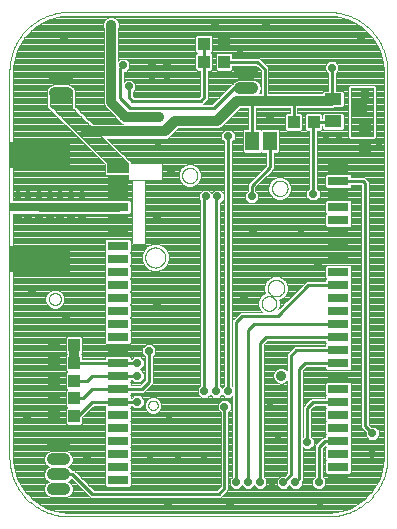
<source format=gbl>
G75*
%MOIN*%
%OFA0B0*%
%FSLAX25Y25*%
%IPPOS*%
%LPD*%
%AMOC8*
5,1,8,0,0,1.08239X$1,22.5*
%
%ADD10C,0.00000*%
%ADD11R,0.20000X0.03150*%
%ADD12R,0.20000X0.09000*%
%ADD13C,0.03969*%
%ADD14R,0.03937X0.04331*%
%ADD15R,0.04331X0.03937*%
%ADD16R,0.07087X0.03150*%
%ADD17R,0.04600X0.06300*%
%ADD18R,0.05512X0.03937*%
%ADD19C,0.02775*%
%ADD20C,0.01000*%
%ADD21C,0.03150*%
%ADD22C,0.03200*%
%ADD23C,0.00394*%
%ADD24C,0.03562*%
D10*
X0114340Y0151282D02*
X0114340Y0280022D01*
X0114346Y0280498D01*
X0114363Y0280973D01*
X0114392Y0281448D01*
X0114432Y0281922D01*
X0114484Y0282395D01*
X0114547Y0282866D01*
X0114621Y0283336D01*
X0114707Y0283804D01*
X0114804Y0284270D01*
X0114912Y0284733D01*
X0115031Y0285193D01*
X0115162Y0285651D01*
X0115303Y0286105D01*
X0115456Y0286556D01*
X0115619Y0287002D01*
X0115793Y0287445D01*
X0115978Y0287883D01*
X0116173Y0288317D01*
X0116379Y0288746D01*
X0116595Y0289170D01*
X0116821Y0289589D01*
X0117057Y0290002D01*
X0117303Y0290409D01*
X0117559Y0290810D01*
X0117825Y0291204D01*
X0118100Y0291593D01*
X0118384Y0291974D01*
X0118677Y0292348D01*
X0118979Y0292716D01*
X0119291Y0293076D01*
X0119610Y0293428D01*
X0119938Y0293772D01*
X0120275Y0294109D01*
X0120619Y0294437D01*
X0120971Y0294756D01*
X0121331Y0295068D01*
X0121699Y0295370D01*
X0122073Y0295663D01*
X0122454Y0295947D01*
X0122843Y0296222D01*
X0123237Y0296488D01*
X0123638Y0296744D01*
X0124045Y0296990D01*
X0124458Y0297226D01*
X0124877Y0297452D01*
X0125301Y0297668D01*
X0125730Y0297874D01*
X0126164Y0298069D01*
X0126602Y0298254D01*
X0127045Y0298428D01*
X0127491Y0298591D01*
X0127942Y0298744D01*
X0128396Y0298885D01*
X0128854Y0299016D01*
X0129314Y0299135D01*
X0129777Y0299243D01*
X0130243Y0299340D01*
X0130711Y0299426D01*
X0131181Y0299500D01*
X0131652Y0299563D01*
X0132125Y0299615D01*
X0132599Y0299655D01*
X0133074Y0299684D01*
X0133549Y0299701D01*
X0134025Y0299707D01*
X0220639Y0299707D01*
X0221115Y0299701D01*
X0221590Y0299684D01*
X0222065Y0299655D01*
X0222539Y0299615D01*
X0223012Y0299563D01*
X0223483Y0299500D01*
X0223953Y0299426D01*
X0224421Y0299340D01*
X0224887Y0299243D01*
X0225350Y0299135D01*
X0225810Y0299016D01*
X0226268Y0298885D01*
X0226722Y0298744D01*
X0227173Y0298591D01*
X0227619Y0298428D01*
X0228062Y0298254D01*
X0228500Y0298069D01*
X0228934Y0297874D01*
X0229363Y0297668D01*
X0229787Y0297452D01*
X0230206Y0297226D01*
X0230619Y0296990D01*
X0231026Y0296744D01*
X0231427Y0296488D01*
X0231821Y0296222D01*
X0232210Y0295947D01*
X0232591Y0295663D01*
X0232965Y0295370D01*
X0233333Y0295068D01*
X0233693Y0294756D01*
X0234045Y0294437D01*
X0234389Y0294109D01*
X0234726Y0293772D01*
X0235054Y0293428D01*
X0235373Y0293076D01*
X0235685Y0292716D01*
X0235987Y0292348D01*
X0236280Y0291974D01*
X0236564Y0291593D01*
X0236839Y0291204D01*
X0237105Y0290810D01*
X0237361Y0290409D01*
X0237607Y0290002D01*
X0237843Y0289589D01*
X0238069Y0289170D01*
X0238285Y0288746D01*
X0238491Y0288317D01*
X0238686Y0287883D01*
X0238871Y0287445D01*
X0239045Y0287002D01*
X0239208Y0286556D01*
X0239361Y0286105D01*
X0239502Y0285651D01*
X0239633Y0285193D01*
X0239752Y0284733D01*
X0239860Y0284270D01*
X0239957Y0283804D01*
X0240043Y0283336D01*
X0240117Y0282866D01*
X0240180Y0282395D01*
X0240232Y0281922D01*
X0240272Y0281448D01*
X0240301Y0280973D01*
X0240318Y0280498D01*
X0240324Y0280022D01*
X0240324Y0151282D01*
X0240318Y0150806D01*
X0240301Y0150331D01*
X0240272Y0149856D01*
X0240232Y0149382D01*
X0240180Y0148909D01*
X0240117Y0148438D01*
X0240043Y0147968D01*
X0239957Y0147500D01*
X0239860Y0147034D01*
X0239752Y0146571D01*
X0239633Y0146111D01*
X0239502Y0145653D01*
X0239361Y0145199D01*
X0239208Y0144748D01*
X0239045Y0144302D01*
X0238871Y0143859D01*
X0238686Y0143421D01*
X0238491Y0142987D01*
X0238285Y0142558D01*
X0238069Y0142134D01*
X0237843Y0141715D01*
X0237607Y0141302D01*
X0237361Y0140895D01*
X0237105Y0140494D01*
X0236839Y0140100D01*
X0236564Y0139711D01*
X0236280Y0139330D01*
X0235987Y0138956D01*
X0235685Y0138588D01*
X0235373Y0138228D01*
X0235054Y0137876D01*
X0234726Y0137532D01*
X0234389Y0137195D01*
X0234045Y0136867D01*
X0233693Y0136548D01*
X0233333Y0136236D01*
X0232965Y0135934D01*
X0232591Y0135641D01*
X0232210Y0135357D01*
X0231821Y0135082D01*
X0231427Y0134816D01*
X0231026Y0134560D01*
X0230619Y0134314D01*
X0230206Y0134078D01*
X0229787Y0133852D01*
X0229363Y0133636D01*
X0228934Y0133430D01*
X0228500Y0133235D01*
X0228062Y0133050D01*
X0227619Y0132876D01*
X0227173Y0132713D01*
X0226722Y0132560D01*
X0226268Y0132419D01*
X0225810Y0132288D01*
X0225350Y0132169D01*
X0224887Y0132061D01*
X0224421Y0131964D01*
X0223953Y0131878D01*
X0223483Y0131804D01*
X0223012Y0131741D01*
X0222539Y0131689D01*
X0222065Y0131649D01*
X0221590Y0131620D01*
X0221115Y0131603D01*
X0220639Y0131597D01*
X0134025Y0131597D01*
X0133549Y0131603D01*
X0133074Y0131620D01*
X0132599Y0131649D01*
X0132125Y0131689D01*
X0131652Y0131741D01*
X0131181Y0131804D01*
X0130711Y0131878D01*
X0130243Y0131964D01*
X0129777Y0132061D01*
X0129314Y0132169D01*
X0128854Y0132288D01*
X0128396Y0132419D01*
X0127942Y0132560D01*
X0127491Y0132713D01*
X0127045Y0132876D01*
X0126602Y0133050D01*
X0126164Y0133235D01*
X0125730Y0133430D01*
X0125301Y0133636D01*
X0124877Y0133852D01*
X0124458Y0134078D01*
X0124045Y0134314D01*
X0123638Y0134560D01*
X0123237Y0134816D01*
X0122843Y0135082D01*
X0122454Y0135357D01*
X0122073Y0135641D01*
X0121699Y0135934D01*
X0121331Y0136236D01*
X0120971Y0136548D01*
X0120619Y0136867D01*
X0120275Y0137195D01*
X0119938Y0137532D01*
X0119610Y0137876D01*
X0119291Y0138228D01*
X0118979Y0138588D01*
X0118677Y0138956D01*
X0118384Y0139330D01*
X0118100Y0139711D01*
X0117825Y0140100D01*
X0117559Y0140494D01*
X0117303Y0140895D01*
X0117057Y0141302D01*
X0116821Y0141715D01*
X0116595Y0142134D01*
X0116379Y0142558D01*
X0116173Y0142987D01*
X0115978Y0143421D01*
X0115793Y0143859D01*
X0115619Y0144302D01*
X0115456Y0144748D01*
X0115303Y0145199D01*
X0115162Y0145653D01*
X0115031Y0146111D01*
X0114912Y0146571D01*
X0114804Y0147034D01*
X0114707Y0147500D01*
X0114621Y0147968D01*
X0114547Y0148438D01*
X0114484Y0148909D01*
X0114432Y0149382D01*
X0114392Y0149856D01*
X0114363Y0150331D01*
X0114346Y0150806D01*
X0114340Y0151282D01*
X0127528Y0204038D02*
X0127530Y0204126D01*
X0127536Y0204214D01*
X0127546Y0204302D01*
X0127560Y0204390D01*
X0127577Y0204476D01*
X0127599Y0204562D01*
X0127624Y0204646D01*
X0127654Y0204730D01*
X0127686Y0204812D01*
X0127723Y0204892D01*
X0127763Y0204971D01*
X0127807Y0205048D01*
X0127854Y0205123D01*
X0127904Y0205195D01*
X0127958Y0205266D01*
X0128014Y0205333D01*
X0128074Y0205399D01*
X0128136Y0205461D01*
X0128202Y0205521D01*
X0128269Y0205577D01*
X0128340Y0205631D01*
X0128412Y0205681D01*
X0128487Y0205728D01*
X0128564Y0205772D01*
X0128643Y0205812D01*
X0128723Y0205849D01*
X0128805Y0205881D01*
X0128889Y0205911D01*
X0128973Y0205936D01*
X0129059Y0205958D01*
X0129145Y0205975D01*
X0129233Y0205989D01*
X0129321Y0205999D01*
X0129409Y0206005D01*
X0129497Y0206007D01*
X0129585Y0206005D01*
X0129673Y0205999D01*
X0129761Y0205989D01*
X0129849Y0205975D01*
X0129935Y0205958D01*
X0130021Y0205936D01*
X0130105Y0205911D01*
X0130189Y0205881D01*
X0130271Y0205849D01*
X0130351Y0205812D01*
X0130430Y0205772D01*
X0130507Y0205728D01*
X0130582Y0205681D01*
X0130654Y0205631D01*
X0130725Y0205577D01*
X0130792Y0205521D01*
X0130858Y0205461D01*
X0130920Y0205399D01*
X0130980Y0205333D01*
X0131036Y0205266D01*
X0131090Y0205195D01*
X0131140Y0205123D01*
X0131187Y0205048D01*
X0131231Y0204971D01*
X0131271Y0204892D01*
X0131308Y0204812D01*
X0131340Y0204730D01*
X0131370Y0204646D01*
X0131395Y0204562D01*
X0131417Y0204476D01*
X0131434Y0204390D01*
X0131448Y0204302D01*
X0131458Y0204214D01*
X0131464Y0204126D01*
X0131466Y0204038D01*
X0131464Y0203950D01*
X0131458Y0203862D01*
X0131448Y0203774D01*
X0131434Y0203686D01*
X0131417Y0203600D01*
X0131395Y0203514D01*
X0131370Y0203430D01*
X0131340Y0203346D01*
X0131308Y0203264D01*
X0131271Y0203184D01*
X0131231Y0203105D01*
X0131187Y0203028D01*
X0131140Y0202953D01*
X0131090Y0202881D01*
X0131036Y0202810D01*
X0130980Y0202743D01*
X0130920Y0202677D01*
X0130858Y0202615D01*
X0130792Y0202555D01*
X0130725Y0202499D01*
X0130654Y0202445D01*
X0130582Y0202395D01*
X0130507Y0202348D01*
X0130430Y0202304D01*
X0130351Y0202264D01*
X0130271Y0202227D01*
X0130189Y0202195D01*
X0130105Y0202165D01*
X0130021Y0202140D01*
X0129935Y0202118D01*
X0129849Y0202101D01*
X0129761Y0202087D01*
X0129673Y0202077D01*
X0129585Y0202071D01*
X0129497Y0202069D01*
X0129409Y0202071D01*
X0129321Y0202077D01*
X0129233Y0202087D01*
X0129145Y0202101D01*
X0129059Y0202118D01*
X0128973Y0202140D01*
X0128889Y0202165D01*
X0128805Y0202195D01*
X0128723Y0202227D01*
X0128643Y0202264D01*
X0128564Y0202304D01*
X0128487Y0202348D01*
X0128412Y0202395D01*
X0128340Y0202445D01*
X0128269Y0202499D01*
X0128202Y0202555D01*
X0128136Y0202615D01*
X0128074Y0202677D01*
X0128014Y0202743D01*
X0127958Y0202810D01*
X0127904Y0202881D01*
X0127854Y0202953D01*
X0127807Y0203028D01*
X0127763Y0203105D01*
X0127723Y0203184D01*
X0127686Y0203264D01*
X0127654Y0203346D01*
X0127624Y0203430D01*
X0127599Y0203514D01*
X0127577Y0203600D01*
X0127560Y0203686D01*
X0127546Y0203774D01*
X0127536Y0203862D01*
X0127530Y0203950D01*
X0127528Y0204038D01*
X0114340Y0212747D02*
X0114340Y0256747D01*
X0159576Y0217896D02*
X0159578Y0218011D01*
X0159584Y0218127D01*
X0159594Y0218242D01*
X0159608Y0218357D01*
X0159626Y0218471D01*
X0159648Y0218584D01*
X0159673Y0218697D01*
X0159703Y0218808D01*
X0159736Y0218919D01*
X0159773Y0219028D01*
X0159814Y0219136D01*
X0159859Y0219243D01*
X0159907Y0219348D01*
X0159959Y0219451D01*
X0160015Y0219552D01*
X0160074Y0219652D01*
X0160136Y0219749D01*
X0160202Y0219844D01*
X0160270Y0219937D01*
X0160342Y0220027D01*
X0160417Y0220115D01*
X0160496Y0220200D01*
X0160577Y0220282D01*
X0160660Y0220362D01*
X0160747Y0220438D01*
X0160836Y0220512D01*
X0160927Y0220582D01*
X0161021Y0220650D01*
X0161117Y0220714D01*
X0161216Y0220774D01*
X0161316Y0220831D01*
X0161418Y0220885D01*
X0161522Y0220935D01*
X0161628Y0220982D01*
X0161735Y0221025D01*
X0161844Y0221064D01*
X0161954Y0221099D01*
X0162065Y0221130D01*
X0162177Y0221158D01*
X0162290Y0221182D01*
X0162404Y0221202D01*
X0162519Y0221218D01*
X0162634Y0221230D01*
X0162749Y0221238D01*
X0162864Y0221242D01*
X0162980Y0221242D01*
X0163095Y0221238D01*
X0163210Y0221230D01*
X0163325Y0221218D01*
X0163440Y0221202D01*
X0163554Y0221182D01*
X0163667Y0221158D01*
X0163779Y0221130D01*
X0163890Y0221099D01*
X0164000Y0221064D01*
X0164109Y0221025D01*
X0164216Y0220982D01*
X0164322Y0220935D01*
X0164426Y0220885D01*
X0164528Y0220831D01*
X0164628Y0220774D01*
X0164727Y0220714D01*
X0164823Y0220650D01*
X0164917Y0220582D01*
X0165008Y0220512D01*
X0165097Y0220438D01*
X0165184Y0220362D01*
X0165267Y0220282D01*
X0165348Y0220200D01*
X0165427Y0220115D01*
X0165502Y0220027D01*
X0165574Y0219937D01*
X0165642Y0219844D01*
X0165708Y0219749D01*
X0165770Y0219652D01*
X0165829Y0219552D01*
X0165885Y0219451D01*
X0165937Y0219348D01*
X0165985Y0219243D01*
X0166030Y0219136D01*
X0166071Y0219028D01*
X0166108Y0218919D01*
X0166141Y0218808D01*
X0166171Y0218697D01*
X0166196Y0218584D01*
X0166218Y0218471D01*
X0166236Y0218357D01*
X0166250Y0218242D01*
X0166260Y0218127D01*
X0166266Y0218011D01*
X0166268Y0217896D01*
X0166266Y0217781D01*
X0166260Y0217665D01*
X0166250Y0217550D01*
X0166236Y0217435D01*
X0166218Y0217321D01*
X0166196Y0217208D01*
X0166171Y0217095D01*
X0166141Y0216984D01*
X0166108Y0216873D01*
X0166071Y0216764D01*
X0166030Y0216656D01*
X0165985Y0216549D01*
X0165937Y0216444D01*
X0165885Y0216341D01*
X0165829Y0216240D01*
X0165770Y0216140D01*
X0165708Y0216043D01*
X0165642Y0215948D01*
X0165574Y0215855D01*
X0165502Y0215765D01*
X0165427Y0215677D01*
X0165348Y0215592D01*
X0165267Y0215510D01*
X0165184Y0215430D01*
X0165097Y0215354D01*
X0165008Y0215280D01*
X0164917Y0215210D01*
X0164823Y0215142D01*
X0164727Y0215078D01*
X0164628Y0215018D01*
X0164528Y0214961D01*
X0164426Y0214907D01*
X0164322Y0214857D01*
X0164216Y0214810D01*
X0164109Y0214767D01*
X0164000Y0214728D01*
X0163890Y0214693D01*
X0163779Y0214662D01*
X0163667Y0214634D01*
X0163554Y0214610D01*
X0163440Y0214590D01*
X0163325Y0214574D01*
X0163210Y0214562D01*
X0163095Y0214554D01*
X0162980Y0214550D01*
X0162864Y0214550D01*
X0162749Y0214554D01*
X0162634Y0214562D01*
X0162519Y0214574D01*
X0162404Y0214590D01*
X0162290Y0214610D01*
X0162177Y0214634D01*
X0162065Y0214662D01*
X0161954Y0214693D01*
X0161844Y0214728D01*
X0161735Y0214767D01*
X0161628Y0214810D01*
X0161522Y0214857D01*
X0161418Y0214907D01*
X0161316Y0214961D01*
X0161216Y0215018D01*
X0161117Y0215078D01*
X0161021Y0215142D01*
X0160927Y0215210D01*
X0160836Y0215280D01*
X0160747Y0215354D01*
X0160660Y0215430D01*
X0160577Y0215510D01*
X0160496Y0215592D01*
X0160417Y0215677D01*
X0160342Y0215765D01*
X0160270Y0215855D01*
X0160202Y0215948D01*
X0160136Y0216043D01*
X0160074Y0216140D01*
X0160015Y0216240D01*
X0159959Y0216341D01*
X0159907Y0216444D01*
X0159859Y0216549D01*
X0159814Y0216656D01*
X0159773Y0216764D01*
X0159736Y0216873D01*
X0159703Y0216984D01*
X0159673Y0217095D01*
X0159648Y0217208D01*
X0159626Y0217321D01*
X0159608Y0217435D01*
X0159594Y0217550D01*
X0159584Y0217665D01*
X0159578Y0217781D01*
X0159576Y0217896D01*
X0171919Y0245219D02*
X0171921Y0245319D01*
X0171927Y0245419D01*
X0171937Y0245519D01*
X0171951Y0245619D01*
X0171968Y0245717D01*
X0171990Y0245815D01*
X0172016Y0245912D01*
X0172045Y0246008D01*
X0172078Y0246103D01*
X0172115Y0246196D01*
X0172155Y0246288D01*
X0172199Y0246378D01*
X0172247Y0246467D01*
X0172298Y0246553D01*
X0172352Y0246637D01*
X0172410Y0246719D01*
X0172471Y0246799D01*
X0172535Y0246877D01*
X0172602Y0246951D01*
X0172672Y0247023D01*
X0172744Y0247092D01*
X0172820Y0247159D01*
X0172897Y0247222D01*
X0172978Y0247282D01*
X0173060Y0247339D01*
X0173145Y0247392D01*
X0173232Y0247442D01*
X0173321Y0247489D01*
X0173412Y0247532D01*
X0173504Y0247572D01*
X0173597Y0247608D01*
X0173693Y0247640D01*
X0173789Y0247668D01*
X0173886Y0247693D01*
X0173984Y0247713D01*
X0174083Y0247730D01*
X0174183Y0247743D01*
X0174283Y0247752D01*
X0174383Y0247757D01*
X0174483Y0247758D01*
X0174583Y0247755D01*
X0174683Y0247748D01*
X0174783Y0247737D01*
X0174882Y0247722D01*
X0174981Y0247704D01*
X0175079Y0247681D01*
X0175176Y0247655D01*
X0175271Y0247624D01*
X0175366Y0247590D01*
X0175459Y0247553D01*
X0175550Y0247511D01*
X0175640Y0247466D01*
X0175728Y0247418D01*
X0175813Y0247366D01*
X0175897Y0247311D01*
X0175979Y0247252D01*
X0176058Y0247191D01*
X0176134Y0247126D01*
X0176208Y0247058D01*
X0176280Y0246988D01*
X0176348Y0246914D01*
X0176414Y0246838D01*
X0176476Y0246760D01*
X0176535Y0246679D01*
X0176591Y0246596D01*
X0176644Y0246510D01*
X0176693Y0246423D01*
X0176739Y0246334D01*
X0176782Y0246243D01*
X0176820Y0246150D01*
X0176855Y0246056D01*
X0176886Y0245961D01*
X0176914Y0245864D01*
X0176937Y0245766D01*
X0176957Y0245668D01*
X0176973Y0245569D01*
X0176985Y0245469D01*
X0176993Y0245369D01*
X0176997Y0245269D01*
X0176997Y0245169D01*
X0176993Y0245069D01*
X0176985Y0244969D01*
X0176973Y0244869D01*
X0176957Y0244770D01*
X0176937Y0244672D01*
X0176914Y0244574D01*
X0176886Y0244477D01*
X0176855Y0244382D01*
X0176820Y0244288D01*
X0176782Y0244195D01*
X0176739Y0244104D01*
X0176693Y0244015D01*
X0176644Y0243928D01*
X0176591Y0243842D01*
X0176535Y0243759D01*
X0176476Y0243678D01*
X0176414Y0243600D01*
X0176348Y0243524D01*
X0176280Y0243450D01*
X0176208Y0243380D01*
X0176134Y0243312D01*
X0176058Y0243247D01*
X0175979Y0243186D01*
X0175897Y0243127D01*
X0175813Y0243072D01*
X0175727Y0243020D01*
X0175640Y0242972D01*
X0175550Y0242927D01*
X0175459Y0242885D01*
X0175366Y0242848D01*
X0175271Y0242814D01*
X0175176Y0242783D01*
X0175079Y0242757D01*
X0174981Y0242734D01*
X0174882Y0242716D01*
X0174783Y0242701D01*
X0174683Y0242690D01*
X0174583Y0242683D01*
X0174483Y0242680D01*
X0174383Y0242681D01*
X0174283Y0242686D01*
X0174183Y0242695D01*
X0174083Y0242708D01*
X0173984Y0242725D01*
X0173886Y0242745D01*
X0173789Y0242770D01*
X0173693Y0242798D01*
X0173597Y0242830D01*
X0173504Y0242866D01*
X0173412Y0242906D01*
X0173321Y0242949D01*
X0173232Y0242996D01*
X0173145Y0243046D01*
X0173060Y0243099D01*
X0172978Y0243156D01*
X0172897Y0243216D01*
X0172820Y0243279D01*
X0172744Y0243346D01*
X0172672Y0243415D01*
X0172602Y0243487D01*
X0172535Y0243561D01*
X0172471Y0243639D01*
X0172410Y0243719D01*
X0172352Y0243801D01*
X0172298Y0243885D01*
X0172247Y0243971D01*
X0172199Y0244060D01*
X0172155Y0244150D01*
X0172115Y0244242D01*
X0172078Y0244335D01*
X0172045Y0244430D01*
X0172016Y0244526D01*
X0171990Y0244623D01*
X0171968Y0244721D01*
X0171951Y0244819D01*
X0171937Y0244919D01*
X0171927Y0245019D01*
X0171921Y0245119D01*
X0171919Y0245219D01*
X0201879Y0240967D02*
X0201881Y0241068D01*
X0201887Y0241169D01*
X0201897Y0241270D01*
X0201911Y0241370D01*
X0201929Y0241470D01*
X0201950Y0241569D01*
X0201976Y0241667D01*
X0202005Y0241764D01*
X0202038Y0241860D01*
X0202075Y0241954D01*
X0202116Y0242047D01*
X0202160Y0242138D01*
X0202208Y0242227D01*
X0202259Y0242315D01*
X0202314Y0242400D01*
X0202372Y0242483D01*
X0202433Y0242564D01*
X0202497Y0242642D01*
X0202564Y0242718D01*
X0202634Y0242791D01*
X0202707Y0242861D01*
X0202783Y0242928D01*
X0202861Y0242992D01*
X0202942Y0243053D01*
X0203025Y0243111D01*
X0203110Y0243166D01*
X0203198Y0243217D01*
X0203287Y0243265D01*
X0203378Y0243309D01*
X0203471Y0243350D01*
X0203565Y0243387D01*
X0203661Y0243420D01*
X0203758Y0243449D01*
X0203856Y0243475D01*
X0203955Y0243496D01*
X0204055Y0243514D01*
X0204155Y0243528D01*
X0204256Y0243538D01*
X0204357Y0243544D01*
X0204458Y0243546D01*
X0204559Y0243544D01*
X0204660Y0243538D01*
X0204761Y0243528D01*
X0204861Y0243514D01*
X0204961Y0243496D01*
X0205060Y0243475D01*
X0205158Y0243449D01*
X0205255Y0243420D01*
X0205351Y0243387D01*
X0205445Y0243350D01*
X0205538Y0243309D01*
X0205629Y0243265D01*
X0205718Y0243217D01*
X0205806Y0243166D01*
X0205891Y0243111D01*
X0205974Y0243053D01*
X0206055Y0242992D01*
X0206133Y0242928D01*
X0206209Y0242861D01*
X0206282Y0242791D01*
X0206352Y0242718D01*
X0206419Y0242642D01*
X0206483Y0242564D01*
X0206544Y0242483D01*
X0206602Y0242400D01*
X0206657Y0242315D01*
X0206708Y0242227D01*
X0206756Y0242138D01*
X0206800Y0242047D01*
X0206841Y0241954D01*
X0206878Y0241860D01*
X0206911Y0241764D01*
X0206940Y0241667D01*
X0206966Y0241569D01*
X0206987Y0241470D01*
X0207005Y0241370D01*
X0207019Y0241270D01*
X0207029Y0241169D01*
X0207035Y0241068D01*
X0207037Y0240967D01*
X0207035Y0240866D01*
X0207029Y0240765D01*
X0207019Y0240664D01*
X0207005Y0240564D01*
X0206987Y0240464D01*
X0206966Y0240365D01*
X0206940Y0240267D01*
X0206911Y0240170D01*
X0206878Y0240074D01*
X0206841Y0239980D01*
X0206800Y0239887D01*
X0206756Y0239796D01*
X0206708Y0239707D01*
X0206657Y0239619D01*
X0206602Y0239534D01*
X0206544Y0239451D01*
X0206483Y0239370D01*
X0206419Y0239292D01*
X0206352Y0239216D01*
X0206282Y0239143D01*
X0206209Y0239073D01*
X0206133Y0239006D01*
X0206055Y0238942D01*
X0205974Y0238881D01*
X0205891Y0238823D01*
X0205806Y0238768D01*
X0205718Y0238717D01*
X0205629Y0238669D01*
X0205538Y0238625D01*
X0205445Y0238584D01*
X0205351Y0238547D01*
X0205255Y0238514D01*
X0205158Y0238485D01*
X0205060Y0238459D01*
X0204961Y0238438D01*
X0204861Y0238420D01*
X0204761Y0238406D01*
X0204660Y0238396D01*
X0204559Y0238390D01*
X0204458Y0238388D01*
X0204357Y0238390D01*
X0204256Y0238396D01*
X0204155Y0238406D01*
X0204055Y0238420D01*
X0203955Y0238438D01*
X0203856Y0238459D01*
X0203758Y0238485D01*
X0203661Y0238514D01*
X0203565Y0238547D01*
X0203471Y0238584D01*
X0203378Y0238625D01*
X0203287Y0238669D01*
X0203198Y0238717D01*
X0203110Y0238768D01*
X0203025Y0238823D01*
X0202942Y0238881D01*
X0202861Y0238942D01*
X0202783Y0239006D01*
X0202707Y0239073D01*
X0202634Y0239143D01*
X0202564Y0239216D01*
X0202497Y0239292D01*
X0202433Y0239370D01*
X0202372Y0239451D01*
X0202314Y0239534D01*
X0202259Y0239619D01*
X0202208Y0239707D01*
X0202160Y0239796D01*
X0202116Y0239887D01*
X0202075Y0239980D01*
X0202038Y0240074D01*
X0202005Y0240170D01*
X0201976Y0240267D01*
X0201950Y0240365D01*
X0201929Y0240464D01*
X0201911Y0240564D01*
X0201897Y0240664D01*
X0201887Y0240765D01*
X0201881Y0240866D01*
X0201879Y0240967D01*
X0200442Y0207660D02*
X0200444Y0207765D01*
X0200450Y0207870D01*
X0200460Y0207974D01*
X0200474Y0208078D01*
X0200492Y0208182D01*
X0200514Y0208284D01*
X0200539Y0208386D01*
X0200569Y0208487D01*
X0200602Y0208586D01*
X0200639Y0208684D01*
X0200680Y0208781D01*
X0200725Y0208876D01*
X0200773Y0208969D01*
X0200824Y0209061D01*
X0200880Y0209150D01*
X0200938Y0209237D01*
X0201000Y0209322D01*
X0201064Y0209405D01*
X0201132Y0209485D01*
X0201203Y0209562D01*
X0201277Y0209636D01*
X0201354Y0209708D01*
X0201433Y0209777D01*
X0201515Y0209842D01*
X0201599Y0209905D01*
X0201686Y0209964D01*
X0201775Y0210020D01*
X0201866Y0210073D01*
X0201959Y0210122D01*
X0202053Y0210167D01*
X0202149Y0210209D01*
X0202247Y0210247D01*
X0202346Y0210281D01*
X0202447Y0210312D01*
X0202548Y0210338D01*
X0202651Y0210361D01*
X0202754Y0210380D01*
X0202858Y0210395D01*
X0202962Y0210406D01*
X0203067Y0210413D01*
X0203172Y0210416D01*
X0203277Y0210415D01*
X0203382Y0210410D01*
X0203486Y0210401D01*
X0203590Y0210388D01*
X0203694Y0210371D01*
X0203797Y0210350D01*
X0203899Y0210325D01*
X0204000Y0210297D01*
X0204099Y0210264D01*
X0204198Y0210228D01*
X0204295Y0210188D01*
X0204390Y0210145D01*
X0204484Y0210097D01*
X0204576Y0210047D01*
X0204666Y0209993D01*
X0204754Y0209935D01*
X0204839Y0209874D01*
X0204922Y0209810D01*
X0205003Y0209743D01*
X0205081Y0209673D01*
X0205156Y0209599D01*
X0205228Y0209524D01*
X0205298Y0209445D01*
X0205364Y0209364D01*
X0205428Y0209280D01*
X0205488Y0209194D01*
X0205544Y0209106D01*
X0205598Y0209015D01*
X0205648Y0208923D01*
X0205694Y0208829D01*
X0205737Y0208733D01*
X0205776Y0208635D01*
X0205811Y0208537D01*
X0205842Y0208436D01*
X0205870Y0208335D01*
X0205894Y0208233D01*
X0205914Y0208130D01*
X0205930Y0208026D01*
X0205942Y0207922D01*
X0205950Y0207817D01*
X0205954Y0207712D01*
X0205954Y0207608D01*
X0205950Y0207503D01*
X0205942Y0207398D01*
X0205930Y0207294D01*
X0205914Y0207190D01*
X0205894Y0207087D01*
X0205870Y0206985D01*
X0205842Y0206884D01*
X0205811Y0206783D01*
X0205776Y0206685D01*
X0205737Y0206587D01*
X0205694Y0206491D01*
X0205648Y0206397D01*
X0205598Y0206305D01*
X0205544Y0206214D01*
X0205488Y0206126D01*
X0205428Y0206040D01*
X0205364Y0205956D01*
X0205298Y0205875D01*
X0205228Y0205796D01*
X0205156Y0205721D01*
X0205081Y0205647D01*
X0205003Y0205577D01*
X0204922Y0205510D01*
X0204839Y0205446D01*
X0204754Y0205385D01*
X0204666Y0205327D01*
X0204576Y0205273D01*
X0204484Y0205223D01*
X0204390Y0205175D01*
X0204295Y0205132D01*
X0204198Y0205092D01*
X0204099Y0205056D01*
X0204000Y0205023D01*
X0203899Y0204995D01*
X0203797Y0204970D01*
X0203694Y0204949D01*
X0203590Y0204932D01*
X0203486Y0204919D01*
X0203382Y0204910D01*
X0203277Y0204905D01*
X0203172Y0204904D01*
X0203067Y0204907D01*
X0202962Y0204914D01*
X0202858Y0204925D01*
X0202754Y0204940D01*
X0202651Y0204959D01*
X0202548Y0204982D01*
X0202447Y0205008D01*
X0202346Y0205039D01*
X0202247Y0205073D01*
X0202149Y0205111D01*
X0202053Y0205153D01*
X0201959Y0205198D01*
X0201866Y0205247D01*
X0201775Y0205300D01*
X0201686Y0205356D01*
X0201599Y0205415D01*
X0201515Y0205478D01*
X0201433Y0205543D01*
X0201354Y0205612D01*
X0201277Y0205684D01*
X0201203Y0205758D01*
X0201132Y0205835D01*
X0201064Y0205915D01*
X0201000Y0205998D01*
X0200938Y0206083D01*
X0200880Y0206170D01*
X0200824Y0206259D01*
X0200773Y0206351D01*
X0200725Y0206444D01*
X0200680Y0206539D01*
X0200639Y0206636D01*
X0200602Y0206734D01*
X0200569Y0206833D01*
X0200539Y0206934D01*
X0200514Y0207036D01*
X0200492Y0207138D01*
X0200474Y0207242D01*
X0200460Y0207346D01*
X0200450Y0207450D01*
X0200444Y0207555D01*
X0200442Y0207660D01*
X0198395Y0202542D02*
X0198397Y0202640D01*
X0198403Y0202738D01*
X0198413Y0202836D01*
X0198427Y0202934D01*
X0198444Y0203030D01*
X0198466Y0203126D01*
X0198491Y0203221D01*
X0198521Y0203315D01*
X0198554Y0203408D01*
X0198590Y0203499D01*
X0198631Y0203588D01*
X0198675Y0203676D01*
X0198722Y0203762D01*
X0198773Y0203847D01*
X0198827Y0203929D01*
X0198885Y0204008D01*
X0198945Y0204086D01*
X0199009Y0204161D01*
X0199076Y0204233D01*
X0199145Y0204302D01*
X0199217Y0204369D01*
X0199292Y0204433D01*
X0199370Y0204493D01*
X0199449Y0204551D01*
X0199531Y0204605D01*
X0199615Y0204656D01*
X0199702Y0204703D01*
X0199790Y0204747D01*
X0199879Y0204788D01*
X0199970Y0204824D01*
X0200063Y0204857D01*
X0200157Y0204887D01*
X0200252Y0204912D01*
X0200348Y0204934D01*
X0200444Y0204951D01*
X0200542Y0204965D01*
X0200640Y0204975D01*
X0200738Y0204981D01*
X0200836Y0204983D01*
X0200934Y0204981D01*
X0201032Y0204975D01*
X0201130Y0204965D01*
X0201228Y0204951D01*
X0201324Y0204934D01*
X0201420Y0204912D01*
X0201515Y0204887D01*
X0201609Y0204857D01*
X0201702Y0204824D01*
X0201793Y0204788D01*
X0201882Y0204747D01*
X0201970Y0204703D01*
X0202056Y0204656D01*
X0202141Y0204605D01*
X0202223Y0204551D01*
X0202302Y0204493D01*
X0202380Y0204433D01*
X0202455Y0204369D01*
X0202527Y0204302D01*
X0202596Y0204233D01*
X0202663Y0204161D01*
X0202727Y0204086D01*
X0202787Y0204008D01*
X0202845Y0203929D01*
X0202899Y0203847D01*
X0202950Y0203763D01*
X0202997Y0203676D01*
X0203041Y0203588D01*
X0203082Y0203499D01*
X0203118Y0203408D01*
X0203151Y0203315D01*
X0203181Y0203221D01*
X0203206Y0203126D01*
X0203228Y0203030D01*
X0203245Y0202934D01*
X0203259Y0202836D01*
X0203269Y0202738D01*
X0203275Y0202640D01*
X0203277Y0202542D01*
X0203275Y0202444D01*
X0203269Y0202346D01*
X0203259Y0202248D01*
X0203245Y0202150D01*
X0203228Y0202054D01*
X0203206Y0201958D01*
X0203181Y0201863D01*
X0203151Y0201769D01*
X0203118Y0201676D01*
X0203082Y0201585D01*
X0203041Y0201496D01*
X0202997Y0201408D01*
X0202950Y0201322D01*
X0202899Y0201237D01*
X0202845Y0201155D01*
X0202787Y0201076D01*
X0202727Y0200998D01*
X0202663Y0200923D01*
X0202596Y0200851D01*
X0202527Y0200782D01*
X0202455Y0200715D01*
X0202380Y0200651D01*
X0202302Y0200591D01*
X0202223Y0200533D01*
X0202141Y0200479D01*
X0202057Y0200428D01*
X0201970Y0200381D01*
X0201882Y0200337D01*
X0201793Y0200296D01*
X0201702Y0200260D01*
X0201609Y0200227D01*
X0201515Y0200197D01*
X0201420Y0200172D01*
X0201324Y0200150D01*
X0201228Y0200133D01*
X0201130Y0200119D01*
X0201032Y0200109D01*
X0200934Y0200103D01*
X0200836Y0200101D01*
X0200738Y0200103D01*
X0200640Y0200109D01*
X0200542Y0200119D01*
X0200444Y0200133D01*
X0200348Y0200150D01*
X0200252Y0200172D01*
X0200157Y0200197D01*
X0200063Y0200227D01*
X0199970Y0200260D01*
X0199879Y0200296D01*
X0199790Y0200337D01*
X0199702Y0200381D01*
X0199616Y0200428D01*
X0199531Y0200479D01*
X0199449Y0200533D01*
X0199370Y0200591D01*
X0199292Y0200651D01*
X0199217Y0200715D01*
X0199145Y0200782D01*
X0199076Y0200851D01*
X0199009Y0200923D01*
X0198945Y0200998D01*
X0198885Y0201076D01*
X0198827Y0201155D01*
X0198773Y0201237D01*
X0198722Y0201321D01*
X0198675Y0201408D01*
X0198631Y0201496D01*
X0198590Y0201585D01*
X0198554Y0201676D01*
X0198521Y0201769D01*
X0198491Y0201863D01*
X0198466Y0201958D01*
X0198444Y0202054D01*
X0198427Y0202150D01*
X0198413Y0202248D01*
X0198403Y0202346D01*
X0198397Y0202444D01*
X0198395Y0202542D01*
X0160599Y0168605D02*
X0160601Y0168684D01*
X0160607Y0168763D01*
X0160617Y0168842D01*
X0160631Y0168920D01*
X0160648Y0168997D01*
X0160670Y0169073D01*
X0160695Y0169148D01*
X0160725Y0169221D01*
X0160757Y0169293D01*
X0160794Y0169364D01*
X0160834Y0169432D01*
X0160877Y0169498D01*
X0160923Y0169562D01*
X0160973Y0169624D01*
X0161026Y0169683D01*
X0161081Y0169739D01*
X0161140Y0169793D01*
X0161201Y0169843D01*
X0161264Y0169891D01*
X0161330Y0169935D01*
X0161398Y0169976D01*
X0161468Y0170013D01*
X0161539Y0170047D01*
X0161613Y0170077D01*
X0161687Y0170103D01*
X0161763Y0170125D01*
X0161840Y0170144D01*
X0161918Y0170159D01*
X0161996Y0170170D01*
X0162075Y0170177D01*
X0162154Y0170180D01*
X0162233Y0170179D01*
X0162312Y0170174D01*
X0162391Y0170165D01*
X0162469Y0170152D01*
X0162546Y0170135D01*
X0162623Y0170115D01*
X0162698Y0170090D01*
X0162772Y0170062D01*
X0162845Y0170030D01*
X0162915Y0169995D01*
X0162984Y0169956D01*
X0163051Y0169913D01*
X0163116Y0169867D01*
X0163178Y0169819D01*
X0163238Y0169767D01*
X0163295Y0169712D01*
X0163349Y0169654D01*
X0163400Y0169594D01*
X0163448Y0169531D01*
X0163493Y0169466D01*
X0163535Y0169398D01*
X0163573Y0169329D01*
X0163607Y0169258D01*
X0163638Y0169185D01*
X0163666Y0169110D01*
X0163689Y0169035D01*
X0163709Y0168958D01*
X0163725Y0168881D01*
X0163737Y0168802D01*
X0163745Y0168724D01*
X0163749Y0168645D01*
X0163749Y0168565D01*
X0163745Y0168486D01*
X0163737Y0168408D01*
X0163725Y0168329D01*
X0163709Y0168252D01*
X0163689Y0168175D01*
X0163666Y0168100D01*
X0163638Y0168025D01*
X0163607Y0167952D01*
X0163573Y0167881D01*
X0163535Y0167812D01*
X0163493Y0167744D01*
X0163448Y0167679D01*
X0163400Y0167616D01*
X0163349Y0167556D01*
X0163295Y0167498D01*
X0163238Y0167443D01*
X0163178Y0167391D01*
X0163116Y0167343D01*
X0163051Y0167297D01*
X0162984Y0167254D01*
X0162915Y0167215D01*
X0162845Y0167180D01*
X0162772Y0167148D01*
X0162698Y0167120D01*
X0162623Y0167095D01*
X0162546Y0167075D01*
X0162469Y0167058D01*
X0162391Y0167045D01*
X0162312Y0167036D01*
X0162233Y0167031D01*
X0162154Y0167030D01*
X0162075Y0167033D01*
X0161996Y0167040D01*
X0161918Y0167051D01*
X0161840Y0167066D01*
X0161763Y0167085D01*
X0161687Y0167107D01*
X0161613Y0167133D01*
X0161539Y0167163D01*
X0161468Y0167197D01*
X0161398Y0167234D01*
X0161330Y0167275D01*
X0161264Y0167319D01*
X0161201Y0167367D01*
X0161140Y0167417D01*
X0161081Y0167471D01*
X0161026Y0167527D01*
X0160973Y0167586D01*
X0160923Y0167648D01*
X0160877Y0167712D01*
X0160834Y0167778D01*
X0160794Y0167846D01*
X0160757Y0167917D01*
X0160725Y0167989D01*
X0160695Y0168062D01*
X0160670Y0168137D01*
X0160648Y0168213D01*
X0160631Y0168290D01*
X0160617Y0168368D01*
X0160607Y0168447D01*
X0160601Y0168526D01*
X0160599Y0168605D01*
D11*
X0124440Y0234747D03*
D12*
X0124440Y0252147D03*
X0124440Y0217347D03*
D13*
X0129481Y0272837D02*
X0133450Y0272837D01*
X0133450Y0277758D02*
X0129481Y0277758D01*
X0191292Y0279333D02*
X0195261Y0279333D01*
X0195261Y0274412D02*
X0191292Y0274412D01*
X0132662Y0155514D02*
X0128694Y0155514D01*
X0128694Y0150593D02*
X0132662Y0150593D01*
X0132662Y0145672D02*
X0128694Y0145672D01*
X0128694Y0140750D02*
X0132662Y0140750D01*
D14*
X0135796Y0165061D03*
X0135796Y0170967D03*
X0135796Y0176872D03*
X0135796Y0182778D03*
X0135796Y0188684D03*
X0129103Y0188684D03*
X0129103Y0182778D03*
X0129103Y0176872D03*
X0129103Y0170967D03*
X0129103Y0165061D03*
X0209025Y0263093D03*
X0215718Y0263093D03*
X0185796Y0283172D03*
X0185796Y0289077D03*
X0179103Y0289077D03*
X0179103Y0283172D03*
D15*
X0232844Y0260928D03*
X0232844Y0254235D03*
D16*
X0223985Y0247739D03*
X0223985Y0243408D03*
X0223985Y0239077D03*
X0223985Y0234747D03*
X0223985Y0230416D03*
X0223985Y0226085D03*
X0223985Y0221754D03*
X0223985Y0217424D03*
X0223985Y0213093D03*
X0223985Y0208762D03*
X0223985Y0204432D03*
X0223985Y0200101D03*
X0223985Y0195770D03*
X0223985Y0191439D03*
X0223985Y0187109D03*
X0223985Y0182778D03*
X0223985Y0178447D03*
X0223985Y0174117D03*
X0223985Y0169786D03*
X0223985Y0165455D03*
X0223985Y0161124D03*
X0223985Y0156794D03*
X0223985Y0152463D03*
X0223985Y0148132D03*
X0223985Y0143802D03*
X0150363Y0143802D03*
X0150363Y0148132D03*
X0150363Y0152463D03*
X0150363Y0156794D03*
X0150363Y0161124D03*
X0150363Y0165455D03*
X0150363Y0169786D03*
X0150363Y0174117D03*
X0150363Y0178447D03*
X0150363Y0182778D03*
X0150363Y0187109D03*
X0150363Y0191439D03*
X0150363Y0195770D03*
X0150363Y0200101D03*
X0150363Y0204432D03*
X0150363Y0208762D03*
X0150363Y0213093D03*
X0150363Y0217424D03*
X0150363Y0221754D03*
X0150363Y0226085D03*
X0150363Y0230416D03*
X0150363Y0234747D03*
X0150363Y0239077D03*
X0150363Y0243408D03*
X0150363Y0247739D03*
D17*
X0195198Y0256794D03*
X0201198Y0256794D03*
D18*
X0222214Y0263290D03*
X0222214Y0270770D03*
X0230875Y0267030D03*
D19*
X0224182Y0257187D03*
X0219851Y0257187D03*
X0215521Y0239077D03*
X0211584Y0227266D03*
X0217096Y0215061D03*
X0195442Y0226085D03*
X0195048Y0238290D03*
X0183631Y0238290D03*
X0179694Y0238290D03*
X0168277Y0246558D03*
X0163946Y0254825D03*
X0154103Y0274904D03*
X0152135Y0281991D03*
X0161977Y0282778D03*
X0161977Y0278447D03*
X0166702Y0278447D03*
X0166702Y0282778D03*
X0182844Y0294983D03*
X0191111Y0287502D03*
X0199773Y0294983D03*
X0221820Y0281203D03*
X0231662Y0290258D03*
X0237568Y0254825D03*
X0201348Y0264274D03*
X0187174Y0258369D03*
X0163552Y0230809D03*
X0163552Y0202463D03*
X0160796Y0186715D03*
X0156859Y0182778D03*
X0156859Y0178447D03*
X0156859Y0169786D03*
X0167489Y0163880D03*
X0170639Y0150495D03*
X0179300Y0150495D03*
X0189930Y0143014D03*
X0193867Y0143014D03*
X0197804Y0143014D03*
X0201741Y0143014D03*
X0205678Y0143014D03*
X0209615Y0143014D03*
X0217489Y0143014D03*
X0217883Y0136321D03*
X0213552Y0156400D03*
X0203710Y0157187D03*
X0201111Y0168172D03*
X0187174Y0173329D03*
X0185993Y0168211D03*
X0183237Y0173329D03*
X0179300Y0173329D03*
X0161190Y0150495D03*
X0167096Y0135534D03*
X0187962Y0135928D03*
X0140324Y0151282D03*
X0120245Y0164274D03*
X0133237Y0197345D03*
X0121820Y0206794D03*
X0120639Y0230809D03*
X0124182Y0230809D03*
X0127725Y0230809D03*
X0131269Y0230809D03*
X0134812Y0230809D03*
X0138355Y0230809D03*
X0138355Y0238684D03*
X0134812Y0238684D03*
X0131269Y0238684D03*
X0127725Y0238684D03*
X0124182Y0238684D03*
X0120639Y0238684D03*
X0117096Y0238684D03*
X0117096Y0230809D03*
X0132450Y0290652D03*
X0192686Y0205219D03*
X0235206Y0159353D03*
X0235206Y0152463D03*
D20*
X0235206Y0159353D02*
X0232844Y0161715D01*
X0232844Y0242621D01*
X0232056Y0243408D01*
X0223985Y0243408D01*
X0215521Y0239077D02*
X0215521Y0262896D01*
X0215718Y0263093D01*
X0222017Y0263093D01*
X0222214Y0263290D01*
X0222214Y0270770D02*
X0221820Y0271164D01*
X0221820Y0281203D01*
X0210009Y0270180D02*
X0209025Y0269195D01*
X0209025Y0263093D01*
X0201198Y0256794D02*
X0201198Y0247983D01*
X0195048Y0241833D01*
X0195048Y0238290D01*
X0183631Y0238290D02*
X0183237Y0237896D01*
X0183237Y0173329D01*
X0185993Y0168211D02*
X0185993Y0141046D01*
X0184025Y0139077D01*
X0141899Y0139077D01*
X0135206Y0145770D01*
X0130777Y0145770D01*
X0130678Y0145672D01*
X0135796Y0165061D02*
X0137174Y0165061D01*
X0141899Y0169786D01*
X0150363Y0169786D01*
X0156859Y0169786D01*
X0158434Y0174117D02*
X0160796Y0176479D01*
X0160796Y0186715D01*
X0156859Y0182778D02*
X0150363Y0182778D01*
X0135796Y0182778D01*
X0135796Y0176872D02*
X0140324Y0176872D01*
X0141899Y0178447D01*
X0150363Y0178447D01*
X0156859Y0178447D01*
X0158434Y0174117D02*
X0150363Y0174117D01*
X0141899Y0174117D01*
X0138749Y0170967D01*
X0135796Y0170967D01*
X0179300Y0173329D02*
X0179300Y0237896D01*
X0179694Y0238290D01*
X0195198Y0256794D02*
X0195198Y0269243D01*
X0194261Y0270180D01*
X0193277Y0274412D02*
X0193178Y0274412D01*
X0193080Y0274510D01*
X0189143Y0274510D01*
X0182450Y0267817D01*
X0154497Y0267817D01*
X0151348Y0270967D01*
X0151348Y0281203D01*
X0152135Y0281991D01*
X0154103Y0274904D02*
X0154103Y0271361D01*
X0155285Y0270180D01*
X0178119Y0270180D01*
X0179300Y0271361D01*
X0179300Y0282975D01*
X0179103Y0283172D01*
X0179103Y0289077D01*
X0185796Y0283172D02*
X0197017Y0283172D01*
X0199379Y0280809D01*
X0199379Y0270180D01*
X0187174Y0258369D02*
X0187174Y0173329D01*
X0197804Y0189471D02*
X0197804Y0143014D01*
X0193867Y0143014D02*
X0193867Y0193802D01*
X0195836Y0195770D01*
X0223985Y0195770D01*
X0223985Y0191439D02*
X0199773Y0191439D01*
X0197804Y0189471D01*
X0189930Y0196558D02*
X0189930Y0143014D01*
X0205678Y0143014D02*
X0208040Y0145376D01*
X0208040Y0185140D01*
X0210009Y0187109D01*
X0223985Y0187109D01*
X0223985Y0182778D02*
X0212765Y0182778D01*
X0210796Y0180809D01*
X0210796Y0144195D01*
X0209615Y0143014D01*
X0217489Y0143014D02*
X0217489Y0154825D01*
X0219458Y0156794D01*
X0223985Y0156794D01*
X0213552Y0156400D02*
X0213552Y0167817D01*
X0215521Y0169786D01*
X0223985Y0169786D01*
X0203710Y0198526D02*
X0191899Y0198526D01*
X0189930Y0196558D01*
X0203710Y0198526D02*
X0213946Y0208762D01*
X0223985Y0208762D01*
D21*
X0150363Y0234747D02*
X0124440Y0234747D01*
D22*
X0139930Y0259943D02*
X0166308Y0259943D01*
X0169655Y0263290D01*
X0183434Y0263290D01*
X0190324Y0270180D01*
X0194261Y0270180D01*
X0199379Y0270180D01*
X0210009Y0270180D01*
X0221623Y0270180D01*
X0222214Y0270770D01*
X0164340Y0264668D02*
X0152922Y0264668D01*
X0148198Y0269786D01*
X0148198Y0295376D01*
X0135796Y0188684D02*
X0135796Y0182778D01*
D23*
X0116944Y0144207D02*
X0119357Y0140027D01*
X0122770Y0136614D01*
X0126950Y0134201D01*
X0131611Y0132952D01*
X0134025Y0132794D01*
X0220639Y0132794D01*
X0223052Y0132952D01*
X0227714Y0134201D01*
X0231894Y0136614D01*
X0235307Y0140027D01*
X0237720Y0144207D01*
X0238969Y0148869D01*
X0239127Y0151282D01*
X0239127Y0280022D01*
X0238969Y0282435D01*
X0237720Y0287097D01*
X0235307Y0291277D01*
X0231894Y0294690D01*
X0227714Y0297103D01*
X0223052Y0298352D01*
X0220639Y0298510D01*
X0134025Y0298510D01*
X0131611Y0298352D01*
X0126950Y0297103D01*
X0122770Y0294690D01*
X0119357Y0291277D01*
X0116944Y0287097D01*
X0116944Y0287097D01*
X0115695Y0282435D01*
X0115536Y0280022D01*
X0115536Y0237118D01*
X0154237Y0237118D01*
X0154703Y0236651D01*
X0154703Y0232842D01*
X0154237Y0232375D01*
X0115536Y0232375D01*
X0115536Y0151282D01*
X0115695Y0148869D01*
X0116944Y0144207D01*
X0116978Y0144148D02*
X0126315Y0144148D01*
X0126336Y0144096D02*
X0127119Y0143314D01*
X0127367Y0143211D01*
X0127119Y0143108D01*
X0126336Y0142326D01*
X0125913Y0141304D01*
X0125913Y0140197D01*
X0126336Y0139175D01*
X0127119Y0138393D01*
X0128141Y0137969D01*
X0133216Y0137969D01*
X0134238Y0138393D01*
X0135020Y0139175D01*
X0135444Y0140197D01*
X0135444Y0141304D01*
X0135020Y0142326D01*
X0134238Y0143108D01*
X0133989Y0143211D01*
X0134238Y0143314D01*
X0135020Y0144096D01*
X0135028Y0144114D01*
X0141362Y0137780D01*
X0184562Y0137780D01*
X0185322Y0138540D01*
X0187290Y0140509D01*
X0187290Y0166419D01*
X0188177Y0167306D01*
X0188177Y0169116D01*
X0186898Y0170395D01*
X0185088Y0170395D01*
X0183809Y0169116D01*
X0183809Y0167306D01*
X0184696Y0166419D01*
X0184696Y0141583D01*
X0183487Y0140374D01*
X0142436Y0140374D01*
X0136503Y0146307D01*
X0135743Y0147067D01*
X0135095Y0147067D01*
X0135020Y0147247D01*
X0134238Y0148029D01*
X0133989Y0148132D01*
X0134238Y0148235D01*
X0135020Y0149018D01*
X0135444Y0150040D01*
X0135444Y0151146D01*
X0135020Y0152168D01*
X0134238Y0152951D01*
X0133216Y0153374D01*
X0128141Y0153374D01*
X0127119Y0152951D01*
X0126336Y0152168D01*
X0125913Y0151146D01*
X0125913Y0150040D01*
X0126336Y0149018D01*
X0127119Y0148235D01*
X0127367Y0148132D01*
X0127119Y0148029D01*
X0126336Y0147247D01*
X0125913Y0146225D01*
X0125913Y0145118D01*
X0126336Y0144096D01*
X0126153Y0144540D02*
X0116855Y0144540D01*
X0116749Y0144932D02*
X0125990Y0144932D01*
X0125913Y0145324D02*
X0116644Y0145324D01*
X0116539Y0145717D02*
X0125913Y0145717D01*
X0125913Y0146109D02*
X0116434Y0146109D01*
X0116329Y0146501D02*
X0126027Y0146501D01*
X0126190Y0146893D02*
X0116224Y0146893D01*
X0116119Y0147285D02*
X0126375Y0147285D01*
X0126767Y0147678D02*
X0116014Y0147678D01*
X0115909Y0148070D02*
X0127216Y0148070D01*
X0126892Y0148462D02*
X0115804Y0148462D01*
X0115699Y0148854D02*
X0126500Y0148854D01*
X0126241Y0149246D02*
X0115670Y0149246D01*
X0115644Y0149639D02*
X0126079Y0149639D01*
X0125917Y0150031D02*
X0115618Y0150031D01*
X0115593Y0150423D02*
X0125913Y0150423D01*
X0125913Y0150815D02*
X0115567Y0150815D01*
X0115541Y0151208D02*
X0125938Y0151208D01*
X0126101Y0151600D02*
X0115536Y0151600D01*
X0115536Y0151992D02*
X0126263Y0151992D01*
X0126552Y0152384D02*
X0115536Y0152384D01*
X0115536Y0152776D02*
X0126944Y0152776D01*
X0127645Y0153169D02*
X0115536Y0153169D01*
X0115536Y0153561D02*
X0146023Y0153561D01*
X0146023Y0153953D02*
X0115536Y0153953D01*
X0115536Y0154345D02*
X0146023Y0154345D01*
X0146023Y0154368D02*
X0146023Y0150558D01*
X0146284Y0150298D01*
X0146023Y0150037D01*
X0146023Y0146227D01*
X0146284Y0145967D01*
X0146023Y0145706D01*
X0146023Y0141897D01*
X0146490Y0141430D01*
X0154237Y0141430D01*
X0154703Y0141897D01*
X0154703Y0145706D01*
X0154443Y0145967D01*
X0154703Y0146227D01*
X0154703Y0150037D01*
X0154443Y0150298D01*
X0154703Y0150558D01*
X0154703Y0154368D01*
X0154443Y0154628D01*
X0154703Y0154889D01*
X0154703Y0158699D01*
X0154443Y0158959D01*
X0154703Y0159220D01*
X0154703Y0163029D01*
X0154443Y0163290D01*
X0154703Y0163550D01*
X0154703Y0167360D01*
X0154443Y0167621D01*
X0154703Y0167881D01*
X0154703Y0168489D01*
X0155067Y0168489D01*
X0155955Y0167602D01*
X0157764Y0167602D01*
X0159044Y0168881D01*
X0159044Y0170691D01*
X0157764Y0171970D01*
X0155955Y0171970D01*
X0155067Y0171083D01*
X0154703Y0171083D01*
X0154703Y0171691D01*
X0154443Y0171951D01*
X0154703Y0172212D01*
X0154703Y0172820D01*
X0158971Y0172820D01*
X0161333Y0175182D01*
X0162093Y0175942D01*
X0162093Y0184923D01*
X0162981Y0185810D01*
X0162981Y0187620D01*
X0161701Y0188899D01*
X0159892Y0188899D01*
X0158612Y0187620D01*
X0158612Y0185810D01*
X0159499Y0184923D01*
X0159499Y0177016D01*
X0157897Y0175413D01*
X0154703Y0175413D01*
X0154703Y0176021D01*
X0154443Y0176282D01*
X0154703Y0176542D01*
X0154703Y0177150D01*
X0155067Y0177150D01*
X0155955Y0176263D01*
X0157764Y0176263D01*
X0159044Y0177543D01*
X0159044Y0179352D01*
X0157783Y0180613D01*
X0159044Y0181873D01*
X0159044Y0183683D01*
X0157764Y0184962D01*
X0155955Y0184962D01*
X0155067Y0184075D01*
X0154703Y0184075D01*
X0154703Y0184683D01*
X0154237Y0185150D01*
X0146490Y0185150D01*
X0146023Y0184683D01*
X0146023Y0184075D01*
X0138562Y0184075D01*
X0138562Y0185273D01*
X0138193Y0185642D01*
X0138193Y0185820D01*
X0138562Y0186188D01*
X0138562Y0191179D01*
X0138095Y0191646D01*
X0133498Y0191646D01*
X0133031Y0191179D01*
X0133031Y0186188D01*
X0133399Y0185820D01*
X0133399Y0185642D01*
X0133031Y0185273D01*
X0133031Y0180283D01*
X0133488Y0179825D01*
X0133031Y0179368D01*
X0133031Y0174377D01*
X0133488Y0173920D01*
X0133031Y0173462D01*
X0133031Y0168472D01*
X0133488Y0168014D01*
X0133031Y0167557D01*
X0133031Y0162566D01*
X0133498Y0162099D01*
X0138095Y0162099D01*
X0138562Y0162566D01*
X0138562Y0164615D01*
X0142436Y0168489D01*
X0146023Y0168489D01*
X0146023Y0167881D01*
X0146284Y0167621D01*
X0146023Y0167360D01*
X0146023Y0163550D01*
X0146284Y0163290D01*
X0146023Y0163029D01*
X0146023Y0159220D01*
X0146284Y0158959D01*
X0146023Y0158699D01*
X0146023Y0154889D01*
X0146284Y0154628D01*
X0146023Y0154368D01*
X0146175Y0154737D02*
X0115536Y0154737D01*
X0115536Y0155130D02*
X0146023Y0155130D01*
X0146023Y0155522D02*
X0115536Y0155522D01*
X0115536Y0155914D02*
X0146023Y0155914D01*
X0146023Y0156306D02*
X0115536Y0156306D01*
X0115536Y0156698D02*
X0146023Y0156698D01*
X0146023Y0157091D02*
X0115536Y0157091D01*
X0115536Y0157483D02*
X0146023Y0157483D01*
X0146023Y0157875D02*
X0115536Y0157875D01*
X0115536Y0158267D02*
X0146023Y0158267D01*
X0146023Y0158660D02*
X0115536Y0158660D01*
X0115536Y0159052D02*
X0146191Y0159052D01*
X0146023Y0159444D02*
X0115536Y0159444D01*
X0115536Y0159836D02*
X0146023Y0159836D01*
X0146023Y0160228D02*
X0115536Y0160228D01*
X0115536Y0160621D02*
X0146023Y0160621D01*
X0146023Y0161013D02*
X0115536Y0161013D01*
X0115536Y0161405D02*
X0146023Y0161405D01*
X0146023Y0161797D02*
X0115536Y0161797D01*
X0115536Y0162189D02*
X0133408Y0162189D01*
X0133031Y0162582D02*
X0115536Y0162582D01*
X0115536Y0162974D02*
X0133031Y0162974D01*
X0133031Y0163366D02*
X0115536Y0163366D01*
X0115536Y0163758D02*
X0133031Y0163758D01*
X0133031Y0164151D02*
X0115536Y0164151D01*
X0115536Y0164543D02*
X0133031Y0164543D01*
X0133031Y0164935D02*
X0115536Y0164935D01*
X0115536Y0165327D02*
X0133031Y0165327D01*
X0133031Y0165719D02*
X0115536Y0165719D01*
X0115536Y0166112D02*
X0133031Y0166112D01*
X0133031Y0166504D02*
X0115536Y0166504D01*
X0115536Y0166896D02*
X0133031Y0166896D01*
X0133031Y0167288D02*
X0115536Y0167288D01*
X0115536Y0167680D02*
X0133155Y0167680D01*
X0133430Y0168073D02*
X0115536Y0168073D01*
X0115536Y0168465D02*
X0133038Y0168465D01*
X0133031Y0168857D02*
X0115536Y0168857D01*
X0115536Y0169249D02*
X0133031Y0169249D01*
X0133031Y0169641D02*
X0115536Y0169641D01*
X0115536Y0170034D02*
X0133031Y0170034D01*
X0133031Y0170426D02*
X0115536Y0170426D01*
X0115536Y0170818D02*
X0133031Y0170818D01*
X0133031Y0171210D02*
X0115536Y0171210D01*
X0115536Y0171603D02*
X0133031Y0171603D01*
X0133031Y0171995D02*
X0115536Y0171995D01*
X0115536Y0172387D02*
X0133031Y0172387D01*
X0133031Y0172779D02*
X0115536Y0172779D01*
X0115536Y0173171D02*
X0133031Y0173171D01*
X0133132Y0173564D02*
X0115536Y0173564D01*
X0115536Y0173956D02*
X0133452Y0173956D01*
X0133060Y0174348D02*
X0115536Y0174348D01*
X0115536Y0174740D02*
X0133031Y0174740D01*
X0133031Y0175132D02*
X0115536Y0175132D01*
X0115536Y0175525D02*
X0133031Y0175525D01*
X0133031Y0175917D02*
X0115536Y0175917D01*
X0115536Y0176309D02*
X0133031Y0176309D01*
X0133031Y0176701D02*
X0115536Y0176701D01*
X0115536Y0177094D02*
X0133031Y0177094D01*
X0133031Y0177486D02*
X0115536Y0177486D01*
X0115536Y0177878D02*
X0133031Y0177878D01*
X0133031Y0178270D02*
X0115536Y0178270D01*
X0115536Y0178662D02*
X0133031Y0178662D01*
X0133031Y0179055D02*
X0115536Y0179055D01*
X0115536Y0179447D02*
X0133110Y0179447D01*
X0133475Y0179839D02*
X0115536Y0179839D01*
X0115536Y0180231D02*
X0133082Y0180231D01*
X0133031Y0180623D02*
X0115536Y0180623D01*
X0115536Y0181016D02*
X0133031Y0181016D01*
X0133031Y0181408D02*
X0115536Y0181408D01*
X0115536Y0181800D02*
X0133031Y0181800D01*
X0133031Y0182192D02*
X0115536Y0182192D01*
X0115536Y0182584D02*
X0133031Y0182584D01*
X0133031Y0182977D02*
X0115536Y0182977D01*
X0115536Y0183369D02*
X0133031Y0183369D01*
X0133031Y0183761D02*
X0115536Y0183761D01*
X0115536Y0184153D02*
X0133031Y0184153D01*
X0133031Y0184546D02*
X0115536Y0184546D01*
X0115536Y0184938D02*
X0133031Y0184938D01*
X0133088Y0185330D02*
X0115536Y0185330D01*
X0115536Y0185722D02*
X0133399Y0185722D01*
X0133105Y0186114D02*
X0115536Y0186114D01*
X0115536Y0186507D02*
X0133031Y0186507D01*
X0133031Y0186899D02*
X0115536Y0186899D01*
X0115536Y0187291D02*
X0133031Y0187291D01*
X0133031Y0187683D02*
X0115536Y0187683D01*
X0115536Y0188075D02*
X0133031Y0188075D01*
X0133031Y0188468D02*
X0115536Y0188468D01*
X0115536Y0188860D02*
X0133031Y0188860D01*
X0133031Y0189252D02*
X0115536Y0189252D01*
X0115536Y0189644D02*
X0133031Y0189644D01*
X0133031Y0190037D02*
X0115536Y0190037D01*
X0115536Y0190429D02*
X0133031Y0190429D01*
X0133031Y0190821D02*
X0115536Y0190821D01*
X0115536Y0191213D02*
X0133065Y0191213D01*
X0133457Y0191605D02*
X0115536Y0191605D01*
X0115536Y0191998D02*
X0146023Y0191998D01*
X0146023Y0192390D02*
X0115536Y0192390D01*
X0115536Y0192782D02*
X0146023Y0192782D01*
X0146023Y0193174D02*
X0115536Y0193174D01*
X0115536Y0193566D02*
X0146245Y0193566D01*
X0146284Y0193605D02*
X0146023Y0193344D01*
X0146023Y0189535D01*
X0146490Y0189068D01*
X0154237Y0189068D01*
X0154703Y0189535D01*
X0154703Y0193344D01*
X0154443Y0193605D01*
X0154703Y0193865D01*
X0154703Y0197675D01*
X0154443Y0197935D01*
X0154703Y0198196D01*
X0154703Y0202006D01*
X0154443Y0202266D01*
X0154703Y0202527D01*
X0154703Y0206336D01*
X0154443Y0206597D01*
X0154703Y0206857D01*
X0154703Y0210667D01*
X0154443Y0210928D01*
X0154703Y0211188D01*
X0154703Y0214998D01*
X0154443Y0215258D01*
X0154703Y0215519D01*
X0154703Y0219329D01*
X0154443Y0219589D01*
X0154703Y0219850D01*
X0154703Y0223659D01*
X0154237Y0224126D01*
X0146490Y0224126D01*
X0146023Y0223659D01*
X0146023Y0219850D01*
X0146284Y0219589D01*
X0146023Y0219329D01*
X0146023Y0215519D01*
X0146284Y0215258D01*
X0146023Y0214998D01*
X0146023Y0211188D01*
X0146284Y0210928D01*
X0146023Y0210667D01*
X0146023Y0206857D01*
X0146284Y0206597D01*
X0146023Y0206336D01*
X0146023Y0202527D01*
X0146284Y0202266D01*
X0146023Y0202006D01*
X0146023Y0198196D01*
X0146284Y0197935D01*
X0146023Y0197675D01*
X0146023Y0193865D01*
X0146284Y0193605D01*
X0146023Y0193959D02*
X0115536Y0193959D01*
X0115536Y0194351D02*
X0146023Y0194351D01*
X0146023Y0194743D02*
X0115536Y0194743D01*
X0115536Y0195135D02*
X0146023Y0195135D01*
X0146023Y0195527D02*
X0115536Y0195527D01*
X0115536Y0195920D02*
X0146023Y0195920D01*
X0146023Y0196312D02*
X0115536Y0196312D01*
X0115536Y0196704D02*
X0146023Y0196704D01*
X0146023Y0197096D02*
X0115536Y0197096D01*
X0115536Y0197489D02*
X0146023Y0197489D01*
X0146229Y0197881D02*
X0115536Y0197881D01*
X0115536Y0198273D02*
X0146023Y0198273D01*
X0146023Y0198665D02*
X0115536Y0198665D01*
X0115536Y0199057D02*
X0146023Y0199057D01*
X0146023Y0199450D02*
X0115536Y0199450D01*
X0115536Y0199842D02*
X0146023Y0199842D01*
X0146023Y0200234D02*
X0115536Y0200234D01*
X0115536Y0200626D02*
X0146023Y0200626D01*
X0146023Y0201018D02*
X0130479Y0201018D01*
X0130127Y0200872D02*
X0131290Y0201354D01*
X0132181Y0202245D01*
X0132662Y0203408D01*
X0132662Y0204667D01*
X0132181Y0205831D01*
X0131290Y0206721D01*
X0130127Y0207203D01*
X0128867Y0207203D01*
X0127704Y0206721D01*
X0126814Y0205831D01*
X0126332Y0204667D01*
X0126332Y0203408D01*
X0126814Y0202245D01*
X0127704Y0201354D01*
X0128867Y0200872D01*
X0130127Y0200872D01*
X0131346Y0201411D02*
X0146023Y0201411D01*
X0146023Y0201803D02*
X0131739Y0201803D01*
X0132131Y0202195D02*
X0146212Y0202195D01*
X0146023Y0202587D02*
X0132322Y0202587D01*
X0132485Y0202980D02*
X0146023Y0202980D01*
X0146023Y0203372D02*
X0132647Y0203372D01*
X0132662Y0203764D02*
X0146023Y0203764D01*
X0146023Y0204156D02*
X0132662Y0204156D01*
X0132662Y0204548D02*
X0146023Y0204548D01*
X0146023Y0204941D02*
X0132549Y0204941D01*
X0132387Y0205333D02*
X0146023Y0205333D01*
X0146023Y0205725D02*
X0132224Y0205725D01*
X0131894Y0206117D02*
X0146023Y0206117D01*
X0146196Y0206509D02*
X0131502Y0206509D01*
X0130855Y0206902D02*
X0146023Y0206902D01*
X0146023Y0207294D02*
X0115536Y0207294D01*
X0115536Y0207686D02*
X0146023Y0207686D01*
X0146023Y0208078D02*
X0115536Y0208078D01*
X0115536Y0208470D02*
X0146023Y0208470D01*
X0146023Y0208863D02*
X0115536Y0208863D01*
X0115536Y0209255D02*
X0146023Y0209255D01*
X0146023Y0209647D02*
X0115536Y0209647D01*
X0115536Y0210039D02*
X0146023Y0210039D01*
X0146023Y0210432D02*
X0115536Y0210432D01*
X0115536Y0210824D02*
X0146180Y0210824D01*
X0146023Y0211216D02*
X0115536Y0211216D01*
X0115536Y0211608D02*
X0146023Y0211608D01*
X0146023Y0212000D02*
X0115536Y0212000D01*
X0115536Y0212393D02*
X0146023Y0212393D01*
X0146023Y0212785D02*
X0115536Y0212785D01*
X0115536Y0213177D02*
X0146023Y0213177D01*
X0146023Y0213569D02*
X0115536Y0213569D01*
X0115536Y0213961D02*
X0146023Y0213961D01*
X0146023Y0214354D02*
X0115536Y0214354D01*
X0115536Y0214746D02*
X0146023Y0214746D01*
X0146163Y0215138D02*
X0115536Y0215138D01*
X0115536Y0215530D02*
X0146023Y0215530D01*
X0146023Y0215923D02*
X0115536Y0215923D01*
X0115536Y0216315D02*
X0146023Y0216315D01*
X0146023Y0216707D02*
X0115536Y0216707D01*
X0115536Y0217099D02*
X0146023Y0217099D01*
X0146023Y0217491D02*
X0115536Y0217491D01*
X0115536Y0217884D02*
X0146023Y0217884D01*
X0146023Y0218276D02*
X0115536Y0218276D01*
X0115536Y0218668D02*
X0146023Y0218668D01*
X0146023Y0219060D02*
X0115536Y0219060D01*
X0115536Y0219452D02*
X0146147Y0219452D01*
X0146028Y0219845D02*
X0115536Y0219845D01*
X0115536Y0220237D02*
X0146023Y0220237D01*
X0146023Y0220629D02*
X0115536Y0220629D01*
X0115536Y0221021D02*
X0146023Y0221021D01*
X0146023Y0221413D02*
X0115536Y0221413D01*
X0115536Y0221806D02*
X0146023Y0221806D01*
X0146023Y0222198D02*
X0115536Y0222198D01*
X0115536Y0222590D02*
X0146023Y0222590D01*
X0146023Y0222982D02*
X0115536Y0222982D01*
X0115536Y0223375D02*
X0146023Y0223375D01*
X0146131Y0223767D02*
X0115536Y0223767D01*
X0115536Y0224159D02*
X0155285Y0224159D01*
X0155285Y0224551D02*
X0115536Y0224551D01*
X0115536Y0224943D02*
X0155285Y0224943D01*
X0155285Y0225336D02*
X0115536Y0225336D01*
X0115536Y0225728D02*
X0155285Y0225728D01*
X0155285Y0226120D02*
X0115536Y0226120D01*
X0115536Y0226512D02*
X0155285Y0226512D01*
X0155285Y0226904D02*
X0115536Y0226904D01*
X0115536Y0227297D02*
X0155285Y0227297D01*
X0155285Y0227689D02*
X0115536Y0227689D01*
X0115536Y0228081D02*
X0155285Y0228081D01*
X0155285Y0228473D02*
X0115536Y0228473D01*
X0115536Y0228866D02*
X0155285Y0228866D01*
X0155285Y0229258D02*
X0115536Y0229258D01*
X0115536Y0229650D02*
X0155285Y0229650D01*
X0155285Y0230042D02*
X0115536Y0230042D01*
X0115536Y0230434D02*
X0155285Y0230434D01*
X0155285Y0230827D02*
X0115536Y0230827D01*
X0115536Y0231219D02*
X0155285Y0231219D01*
X0155285Y0231611D02*
X0115536Y0231611D01*
X0115536Y0232003D02*
X0155285Y0232003D01*
X0155285Y0232395D02*
X0154257Y0232395D01*
X0154649Y0232788D02*
X0155285Y0232788D01*
X0155285Y0233180D02*
X0154703Y0233180D01*
X0154703Y0233572D02*
X0155285Y0233572D01*
X0155285Y0233964D02*
X0154703Y0233964D01*
X0154703Y0234356D02*
X0155285Y0234356D01*
X0155285Y0234749D02*
X0154703Y0234749D01*
X0154703Y0235141D02*
X0155285Y0235141D01*
X0155285Y0235533D02*
X0154703Y0235533D01*
X0154703Y0235925D02*
X0155285Y0235925D01*
X0155285Y0236318D02*
X0154703Y0236318D01*
X0154645Y0236710D02*
X0155285Y0236710D01*
X0155285Y0237102D02*
X0154253Y0237102D01*
X0155285Y0237494D02*
X0115536Y0237494D01*
X0115536Y0237886D02*
X0155285Y0237886D01*
X0155285Y0238279D02*
X0115536Y0238279D01*
X0115536Y0238671D02*
X0155285Y0238671D01*
X0155285Y0239063D02*
X0115536Y0239063D01*
X0115536Y0239455D02*
X0155285Y0239455D01*
X0155285Y0239847D02*
X0115536Y0239847D01*
X0115536Y0240240D02*
X0155285Y0240240D01*
X0155285Y0240632D02*
X0115536Y0240632D01*
X0115536Y0241024D02*
X0155285Y0241024D01*
X0155285Y0241416D02*
X0115536Y0241416D01*
X0115536Y0241809D02*
X0155285Y0241809D01*
X0155285Y0242201D02*
X0115536Y0242201D01*
X0115536Y0242593D02*
X0155285Y0242593D01*
X0155285Y0242985D02*
X0115536Y0242985D01*
X0115536Y0243377D02*
X0155285Y0243377D01*
X0155285Y0243686D02*
X0155400Y0243802D01*
X0159500Y0243802D01*
X0159615Y0243686D01*
X0159615Y0222657D01*
X0159500Y0222542D01*
X0155400Y0222542D01*
X0155285Y0222657D01*
X0155285Y0243686D01*
X0155368Y0243770D02*
X0115536Y0243770D01*
X0115536Y0244162D02*
X0153749Y0244162D01*
X0153749Y0243917D02*
X0153864Y0243802D01*
X0164972Y0243802D01*
X0165088Y0243917D01*
X0165088Y0249198D01*
X0164972Y0249313D01*
X0154703Y0249313D01*
X0154703Y0249725D01*
X0154121Y0250307D01*
X0146882Y0257547D01*
X0166785Y0257547D01*
X0167666Y0257911D01*
X0170647Y0260893D01*
X0183911Y0260893D01*
X0184792Y0261258D01*
X0191317Y0267783D01*
X0193901Y0267783D01*
X0193901Y0260741D01*
X0192568Y0260741D01*
X0192101Y0260274D01*
X0192101Y0253314D01*
X0192568Y0252847D01*
X0197828Y0252847D01*
X0198198Y0253217D01*
X0198568Y0252847D01*
X0199901Y0252847D01*
X0199901Y0248520D01*
X0194511Y0243130D01*
X0193751Y0242370D01*
X0193751Y0240082D01*
X0192864Y0239195D01*
X0192864Y0237385D01*
X0194144Y0236106D01*
X0195953Y0236106D01*
X0197233Y0237385D01*
X0197233Y0239195D01*
X0196345Y0240082D01*
X0196345Y0241296D01*
X0201735Y0246686D01*
X0201735Y0246686D01*
X0202495Y0247446D01*
X0202495Y0252847D01*
X0203828Y0252847D01*
X0204295Y0253314D01*
X0204295Y0260274D01*
X0203828Y0260741D01*
X0198568Y0260741D01*
X0198198Y0260371D01*
X0197828Y0260741D01*
X0196495Y0260741D01*
X0196495Y0267783D01*
X0207728Y0267783D01*
X0207728Y0266055D01*
X0206726Y0266055D01*
X0206259Y0265588D01*
X0206259Y0260598D01*
X0206726Y0260131D01*
X0211323Y0260131D01*
X0211790Y0260598D01*
X0211790Y0265588D01*
X0211323Y0266055D01*
X0210322Y0266055D01*
X0210322Y0267783D01*
X0222100Y0267783D01*
X0222636Y0268005D01*
X0225300Y0268005D01*
X0225766Y0268472D01*
X0225766Y0273069D01*
X0225300Y0273535D01*
X0223117Y0273535D01*
X0223117Y0279411D01*
X0224004Y0280298D01*
X0224004Y0282108D01*
X0222725Y0283387D01*
X0220915Y0283387D01*
X0219636Y0282108D01*
X0219636Y0280298D01*
X0220523Y0279411D01*
X0220523Y0273535D01*
X0219128Y0273535D01*
X0218661Y0273069D01*
X0218661Y0272576D01*
X0200676Y0272576D01*
X0200676Y0281347D01*
X0197554Y0284469D01*
X0188562Y0284469D01*
X0188562Y0285667D01*
X0188095Y0286134D01*
X0183498Y0286134D01*
X0183031Y0285667D01*
X0183031Y0280676D01*
X0183498Y0280209D01*
X0188095Y0280209D01*
X0188562Y0280676D01*
X0188562Y0281875D01*
X0196480Y0281875D01*
X0198082Y0280272D01*
X0198082Y0272576D01*
X0197358Y0272576D01*
X0197619Y0272836D01*
X0198042Y0273859D01*
X0198042Y0274965D01*
X0197619Y0275987D01*
X0196836Y0276770D01*
X0195814Y0277193D01*
X0190739Y0277193D01*
X0189717Y0276770D01*
X0188935Y0275987D01*
X0188860Y0275807D01*
X0188606Y0275807D01*
X0187846Y0275047D01*
X0181913Y0269114D01*
X0178888Y0269114D01*
X0179837Y0270064D01*
X0180597Y0270823D01*
X0180597Y0280209D01*
X0181402Y0280209D01*
X0181869Y0280676D01*
X0181869Y0285667D01*
X0181411Y0286124D01*
X0181869Y0286582D01*
X0181869Y0291573D01*
X0181402Y0292039D01*
X0176805Y0292039D01*
X0176338Y0291573D01*
X0176338Y0286582D01*
X0176795Y0286124D01*
X0176338Y0285667D01*
X0176338Y0280676D01*
X0176805Y0280209D01*
X0178003Y0280209D01*
X0178003Y0271898D01*
X0177582Y0271476D01*
X0155822Y0271476D01*
X0155400Y0271898D01*
X0155400Y0273112D01*
X0156288Y0273999D01*
X0156288Y0275809D01*
X0155008Y0277088D01*
X0153199Y0277088D01*
X0152644Y0276534D01*
X0152644Y0279806D01*
X0153040Y0279806D01*
X0154319Y0281086D01*
X0154319Y0282895D01*
X0153040Y0284175D01*
X0151230Y0284175D01*
X0150595Y0283539D01*
X0150595Y0294426D01*
X0150776Y0294864D01*
X0150776Y0295889D01*
X0150383Y0296837D01*
X0149658Y0297562D01*
X0148711Y0297954D01*
X0147685Y0297954D01*
X0146738Y0297562D01*
X0146012Y0296837D01*
X0145620Y0295889D01*
X0145620Y0294864D01*
X0145801Y0294426D01*
X0145801Y0269834D01*
X0145784Y0269405D01*
X0145801Y0269359D01*
X0145801Y0269309D01*
X0145965Y0268913D01*
X0146113Y0268510D01*
X0146147Y0268474D01*
X0146166Y0268428D01*
X0146469Y0268125D01*
X0150871Y0263356D01*
X0150890Y0263310D01*
X0151193Y0263007D01*
X0151484Y0262692D01*
X0151530Y0262671D01*
X0151565Y0262636D01*
X0151961Y0262472D01*
X0152246Y0262340D01*
X0142088Y0262340D01*
X0136199Y0268229D01*
X0136199Y0272208D01*
X0136231Y0272284D01*
X0136231Y0272627D01*
X0136239Y0272638D01*
X0136231Y0272712D01*
X0136231Y0273206D01*
X0136240Y0273226D01*
X0136231Y0273252D01*
X0136231Y0273390D01*
X0136126Y0273644D01*
X0136109Y0273794D01*
X0136110Y0273799D01*
X0136108Y0273802D01*
X0136108Y0273806D01*
X0136104Y0273809D01*
X0135968Y0274025D01*
X0135919Y0274143D01*
X0135856Y0274324D01*
X0135856Y0274329D01*
X0135853Y0274332D01*
X0135852Y0274335D01*
X0135847Y0274338D01*
X0135832Y0274352D01*
X0135808Y0274412D01*
X0135585Y0274635D01*
X0135491Y0274784D01*
X0135490Y0274789D01*
X0135487Y0274791D01*
X0135485Y0274795D01*
X0135480Y0274796D01*
X0135331Y0274889D01*
X0135025Y0275195D01*
X0134502Y0275411D01*
X0134502Y0275412D01*
X0134500Y0275412D01*
X0134495Y0275414D01*
X0134494Y0275415D01*
X0134003Y0275618D01*
X0128928Y0275618D01*
X0128437Y0275415D01*
X0128437Y0275415D01*
X0128436Y0275414D01*
X0128431Y0275412D01*
X0128430Y0275412D01*
X0128429Y0275411D01*
X0127906Y0275195D01*
X0127600Y0274889D01*
X0127452Y0274796D01*
X0127447Y0274795D01*
X0127445Y0274791D01*
X0127441Y0274789D01*
X0127440Y0274784D01*
X0127347Y0274635D01*
X0127124Y0274412D01*
X0127099Y0274352D01*
X0127084Y0274338D01*
X0127079Y0274335D01*
X0127078Y0274332D01*
X0127075Y0274329D01*
X0127075Y0274324D01*
X0127012Y0274143D01*
X0126963Y0274025D01*
X0126828Y0273809D01*
X0126824Y0273806D01*
X0126823Y0273802D01*
X0126821Y0273799D01*
X0126822Y0273794D01*
X0126805Y0273644D01*
X0126700Y0273390D01*
X0126700Y0273252D01*
X0126691Y0273226D01*
X0126700Y0273206D01*
X0126700Y0272712D01*
X0126692Y0272638D01*
X0126700Y0272627D01*
X0126700Y0272284D01*
X0126732Y0272208D01*
X0126732Y0268193D01*
X0127314Y0267611D01*
X0146023Y0248902D01*
X0146023Y0245834D01*
X0146490Y0245367D01*
X0153749Y0245367D01*
X0153749Y0243917D01*
X0153749Y0244554D02*
X0115536Y0244554D01*
X0115536Y0244946D02*
X0153749Y0244946D01*
X0153749Y0245338D02*
X0115536Y0245338D01*
X0115536Y0245731D02*
X0146126Y0245731D01*
X0146023Y0246123D02*
X0115536Y0246123D01*
X0115536Y0246515D02*
X0146023Y0246515D01*
X0146023Y0246907D02*
X0115536Y0246907D01*
X0115536Y0247299D02*
X0146023Y0247299D01*
X0146023Y0247692D02*
X0115536Y0247692D01*
X0115536Y0248084D02*
X0146023Y0248084D01*
X0146023Y0248476D02*
X0115536Y0248476D01*
X0115536Y0248868D02*
X0146023Y0248868D01*
X0145664Y0249261D02*
X0115536Y0249261D01*
X0115536Y0249653D02*
X0145272Y0249653D01*
X0144880Y0250045D02*
X0115536Y0250045D01*
X0115536Y0250437D02*
X0144488Y0250437D01*
X0144096Y0250829D02*
X0115536Y0250829D01*
X0115536Y0251222D02*
X0143703Y0251222D01*
X0143311Y0251614D02*
X0115536Y0251614D01*
X0115536Y0252006D02*
X0142919Y0252006D01*
X0142527Y0252398D02*
X0115536Y0252398D01*
X0115536Y0252790D02*
X0142134Y0252790D01*
X0141742Y0253183D02*
X0115536Y0253183D01*
X0115536Y0253575D02*
X0141350Y0253575D01*
X0140958Y0253967D02*
X0115536Y0253967D01*
X0115536Y0254359D02*
X0140566Y0254359D01*
X0140173Y0254752D02*
X0115536Y0254752D01*
X0115536Y0255144D02*
X0139781Y0255144D01*
X0139389Y0255536D02*
X0115536Y0255536D01*
X0115536Y0255928D02*
X0138997Y0255928D01*
X0138605Y0256320D02*
X0115536Y0256320D01*
X0115536Y0256713D02*
X0138212Y0256713D01*
X0137820Y0257105D02*
X0115536Y0257105D01*
X0115536Y0257497D02*
X0137428Y0257497D01*
X0137036Y0257889D02*
X0115536Y0257889D01*
X0115536Y0258281D02*
X0136644Y0258281D01*
X0136251Y0258674D02*
X0115536Y0258674D01*
X0115536Y0259066D02*
X0135859Y0259066D01*
X0135467Y0259458D02*
X0115536Y0259458D01*
X0115536Y0259850D02*
X0135075Y0259850D01*
X0134682Y0260242D02*
X0115536Y0260242D01*
X0115536Y0260635D02*
X0134290Y0260635D01*
X0133898Y0261027D02*
X0115536Y0261027D01*
X0115536Y0261419D02*
X0133506Y0261419D01*
X0133114Y0261811D02*
X0115536Y0261811D01*
X0115536Y0262204D02*
X0132721Y0262204D01*
X0132329Y0262596D02*
X0115536Y0262596D01*
X0115536Y0262988D02*
X0131937Y0262988D01*
X0131545Y0263380D02*
X0115536Y0263380D01*
X0115536Y0263772D02*
X0131153Y0263772D01*
X0130760Y0264165D02*
X0115536Y0264165D01*
X0115536Y0264557D02*
X0130368Y0264557D01*
X0129976Y0264949D02*
X0115536Y0264949D01*
X0115536Y0265341D02*
X0129584Y0265341D01*
X0129191Y0265733D02*
X0115536Y0265733D01*
X0115536Y0266126D02*
X0128799Y0266126D01*
X0128407Y0266518D02*
X0115536Y0266518D01*
X0115536Y0266910D02*
X0128015Y0266910D01*
X0127623Y0267302D02*
X0115536Y0267302D01*
X0115536Y0267695D02*
X0127230Y0267695D01*
X0126838Y0268087D02*
X0115536Y0268087D01*
X0115536Y0268479D02*
X0126732Y0268479D01*
X0126732Y0268871D02*
X0115536Y0268871D01*
X0115536Y0269263D02*
X0126732Y0269263D01*
X0126732Y0269656D02*
X0115536Y0269656D01*
X0115536Y0270048D02*
X0126732Y0270048D01*
X0126732Y0270440D02*
X0115536Y0270440D01*
X0115536Y0270832D02*
X0126732Y0270832D01*
X0126732Y0271224D02*
X0115536Y0271224D01*
X0115536Y0271617D02*
X0126732Y0271617D01*
X0126732Y0272009D02*
X0115536Y0272009D01*
X0115536Y0272401D02*
X0126700Y0272401D01*
X0126700Y0272793D02*
X0115536Y0272793D01*
X0115536Y0273185D02*
X0126700Y0273185D01*
X0126778Y0273578D02*
X0115536Y0273578D01*
X0115536Y0273970D02*
X0126928Y0273970D01*
X0127103Y0274362D02*
X0115536Y0274362D01*
X0115536Y0274754D02*
X0127421Y0274754D01*
X0127858Y0275147D02*
X0115536Y0275147D01*
X0115536Y0275539D02*
X0128736Y0275539D01*
X0128950Y0274471D02*
X0129300Y0274510D01*
X0133631Y0274510D01*
X0133981Y0274471D01*
X0134314Y0274354D01*
X0134613Y0274167D01*
X0134862Y0273917D01*
X0135050Y0273619D01*
X0135166Y0273286D01*
X0135206Y0272935D01*
X0135206Y0267817D01*
X0153710Y0249313D01*
X0153710Y0246558D01*
X0147017Y0246558D01*
X0147017Y0249313D01*
X0127725Y0268605D01*
X0127725Y0272935D01*
X0127765Y0273286D01*
X0127881Y0273619D01*
X0128069Y0273917D01*
X0128318Y0274167D01*
X0128617Y0274354D01*
X0128950Y0274471D01*
X0128639Y0274362D02*
X0134292Y0274362D01*
X0134810Y0273970D02*
X0128122Y0273970D01*
X0127867Y0273578D02*
X0135064Y0273578D01*
X0135178Y0273185D02*
X0127754Y0273185D01*
X0127725Y0272793D02*
X0135206Y0272793D01*
X0135206Y0272401D02*
X0127725Y0272401D01*
X0127725Y0272009D02*
X0135206Y0272009D01*
X0135206Y0271617D02*
X0127725Y0271617D01*
X0127725Y0271224D02*
X0135206Y0271224D01*
X0135206Y0270832D02*
X0127725Y0270832D01*
X0127725Y0270440D02*
X0135206Y0270440D01*
X0135206Y0270048D02*
X0127725Y0270048D01*
X0127725Y0269656D02*
X0135206Y0269656D01*
X0135206Y0269263D02*
X0127725Y0269263D01*
X0127725Y0268871D02*
X0135206Y0268871D01*
X0135206Y0268479D02*
X0127851Y0268479D01*
X0128244Y0268087D02*
X0135206Y0268087D01*
X0135329Y0267695D02*
X0128636Y0267695D01*
X0129028Y0267302D02*
X0135721Y0267302D01*
X0136113Y0266910D02*
X0129420Y0266910D01*
X0129812Y0266518D02*
X0136505Y0266518D01*
X0136897Y0266126D02*
X0130205Y0266126D01*
X0130597Y0265733D02*
X0137290Y0265733D01*
X0137682Y0265341D02*
X0130989Y0265341D01*
X0131381Y0264949D02*
X0138074Y0264949D01*
X0138466Y0264557D02*
X0131773Y0264557D01*
X0132166Y0264165D02*
X0138859Y0264165D01*
X0139251Y0263772D02*
X0132558Y0263772D01*
X0132950Y0263380D02*
X0139643Y0263380D01*
X0140035Y0262988D02*
X0133342Y0262988D01*
X0133734Y0262596D02*
X0140427Y0262596D01*
X0140820Y0262204D02*
X0134127Y0262204D01*
X0134519Y0261811D02*
X0141212Y0261811D01*
X0141604Y0261419D02*
X0134911Y0261419D01*
X0135303Y0261027D02*
X0141996Y0261027D01*
X0142388Y0260635D02*
X0135696Y0260635D01*
X0136088Y0260242D02*
X0142781Y0260242D01*
X0143173Y0259850D02*
X0136480Y0259850D01*
X0136872Y0259458D02*
X0143565Y0259458D01*
X0143957Y0259066D02*
X0137264Y0259066D01*
X0137657Y0258674D02*
X0144350Y0258674D01*
X0144742Y0258281D02*
X0138049Y0258281D01*
X0138441Y0257889D02*
X0145134Y0257889D01*
X0145526Y0257497D02*
X0138833Y0257497D01*
X0139225Y0257105D02*
X0145918Y0257105D01*
X0146311Y0256713D02*
X0139618Y0256713D01*
X0140010Y0256320D02*
X0146703Y0256320D01*
X0147095Y0255928D02*
X0140402Y0255928D01*
X0140794Y0255536D02*
X0147487Y0255536D01*
X0147879Y0255144D02*
X0141187Y0255144D01*
X0141579Y0254752D02*
X0148272Y0254752D01*
X0148664Y0254359D02*
X0141971Y0254359D01*
X0142363Y0253967D02*
X0149056Y0253967D01*
X0149448Y0253575D02*
X0142755Y0253575D01*
X0143148Y0253183D02*
X0149840Y0253183D01*
X0150233Y0252790D02*
X0143540Y0252790D01*
X0143932Y0252398D02*
X0150625Y0252398D01*
X0151017Y0252006D02*
X0144324Y0252006D01*
X0144716Y0251614D02*
X0151409Y0251614D01*
X0151802Y0251222D02*
X0145109Y0251222D01*
X0145501Y0250829D02*
X0152194Y0250829D01*
X0152586Y0250437D02*
X0145893Y0250437D01*
X0146285Y0250045D02*
X0152978Y0250045D01*
X0153370Y0249653D02*
X0146677Y0249653D01*
X0147017Y0249261D02*
X0153710Y0249261D01*
X0153710Y0248868D02*
X0147017Y0248868D01*
X0147017Y0248476D02*
X0153710Y0248476D01*
X0153710Y0248084D02*
X0147017Y0248084D01*
X0147017Y0247692D02*
X0153710Y0247692D01*
X0153710Y0247299D02*
X0147017Y0247299D01*
X0147017Y0246907D02*
X0153710Y0246907D01*
X0154703Y0249653D02*
X0185877Y0249653D01*
X0185877Y0250045D02*
X0154383Y0250045D01*
X0153991Y0250437D02*
X0185877Y0250437D01*
X0185877Y0250829D02*
X0153599Y0250829D01*
X0153207Y0251222D02*
X0185877Y0251222D01*
X0185877Y0251614D02*
X0152815Y0251614D01*
X0152422Y0252006D02*
X0185877Y0252006D01*
X0185877Y0252398D02*
X0152030Y0252398D01*
X0151638Y0252790D02*
X0185877Y0252790D01*
X0185877Y0253183D02*
X0151246Y0253183D01*
X0150854Y0253575D02*
X0185877Y0253575D01*
X0185877Y0253967D02*
X0150461Y0253967D01*
X0150069Y0254359D02*
X0185877Y0254359D01*
X0185877Y0254752D02*
X0149677Y0254752D01*
X0149285Y0255144D02*
X0185877Y0255144D01*
X0185877Y0255536D02*
X0148893Y0255536D01*
X0148500Y0255928D02*
X0185877Y0255928D01*
X0185877Y0256320D02*
X0148108Y0256320D01*
X0147716Y0256713D02*
X0185741Y0256713D01*
X0185877Y0256576D02*
X0185877Y0175121D01*
X0185206Y0174450D01*
X0184534Y0175121D01*
X0184534Y0236106D01*
X0184536Y0236106D01*
X0185815Y0237385D01*
X0185815Y0239195D01*
X0184536Y0240474D01*
X0182726Y0240474D01*
X0181662Y0239410D01*
X0180599Y0240474D01*
X0178789Y0240474D01*
X0177510Y0239195D01*
X0177510Y0237385D01*
X0178003Y0236891D01*
X0178003Y0175121D01*
X0177116Y0174234D01*
X0177116Y0172424D01*
X0178396Y0171145D01*
X0180205Y0171145D01*
X0181269Y0172209D01*
X0182333Y0171145D01*
X0184142Y0171145D01*
X0185206Y0172209D01*
X0186270Y0171145D01*
X0188079Y0171145D01*
X0188633Y0171699D01*
X0188633Y0144806D01*
X0187746Y0143919D01*
X0187746Y0142109D01*
X0189025Y0140830D01*
X0190835Y0140830D01*
X0191899Y0141894D01*
X0192962Y0140830D01*
X0194772Y0140830D01*
X0195836Y0141894D01*
X0196899Y0140830D01*
X0198709Y0140830D01*
X0199988Y0142109D01*
X0199988Y0143919D01*
X0199101Y0144806D01*
X0199101Y0188934D01*
X0200310Y0190143D01*
X0219645Y0190143D01*
X0219645Y0189535D01*
X0219906Y0189274D01*
X0219645Y0189014D01*
X0219645Y0188406D01*
X0209472Y0188406D01*
X0208712Y0187646D01*
X0206744Y0185677D01*
X0206744Y0180240D01*
X0206351Y0180633D01*
X0205404Y0181025D01*
X0204378Y0181025D01*
X0203431Y0180633D01*
X0202705Y0179908D01*
X0202313Y0178960D01*
X0202313Y0177934D01*
X0202705Y0176987D01*
X0203431Y0176262D01*
X0204378Y0175869D01*
X0205404Y0175869D01*
X0206351Y0176262D01*
X0206744Y0176654D01*
X0206744Y0145914D01*
X0206028Y0145198D01*
X0204773Y0145198D01*
X0203494Y0143919D01*
X0203494Y0142109D01*
X0204773Y0140830D01*
X0206583Y0140830D01*
X0207647Y0141894D01*
X0208710Y0140830D01*
X0210520Y0140830D01*
X0211799Y0142109D01*
X0211799Y0143364D01*
X0212093Y0143658D01*
X0212093Y0154770D01*
X0212647Y0154216D01*
X0214457Y0154216D01*
X0215736Y0155495D01*
X0215736Y0157305D01*
X0214849Y0158192D01*
X0214849Y0167280D01*
X0216058Y0168489D01*
X0219645Y0168489D01*
X0219645Y0167881D01*
X0219906Y0167621D01*
X0219645Y0167360D01*
X0219645Y0163550D01*
X0219906Y0163290D01*
X0219645Y0163029D01*
X0219645Y0159220D01*
X0219906Y0158959D01*
X0219645Y0158699D01*
X0219645Y0158091D01*
X0218921Y0158091D01*
X0216952Y0156122D01*
X0216192Y0155362D01*
X0216192Y0144806D01*
X0215305Y0143919D01*
X0215305Y0142109D01*
X0216584Y0140830D01*
X0218394Y0140830D01*
X0219673Y0142109D01*
X0219673Y0143919D01*
X0218786Y0144806D01*
X0218786Y0154288D01*
X0219645Y0155147D01*
X0219645Y0154889D01*
X0219906Y0154628D01*
X0219645Y0154368D01*
X0219645Y0150558D01*
X0219906Y0150298D01*
X0219645Y0150037D01*
X0219645Y0146227D01*
X0220112Y0145761D01*
X0227859Y0145761D01*
X0228325Y0146227D01*
X0228325Y0150037D01*
X0228065Y0150298D01*
X0228325Y0150558D01*
X0228325Y0154368D01*
X0228065Y0154628D01*
X0228325Y0154889D01*
X0228325Y0158699D01*
X0228065Y0158959D01*
X0228325Y0159220D01*
X0228325Y0163029D01*
X0228065Y0163290D01*
X0228325Y0163550D01*
X0228325Y0167360D01*
X0228065Y0167621D01*
X0228325Y0167881D01*
X0228325Y0171691D01*
X0228065Y0171951D01*
X0228325Y0172212D01*
X0228325Y0176021D01*
X0227859Y0176488D01*
X0220112Y0176488D01*
X0219645Y0176021D01*
X0219645Y0172212D01*
X0219906Y0171951D01*
X0219645Y0171691D01*
X0219645Y0171083D01*
X0214984Y0171083D01*
X0213015Y0169114D01*
X0212255Y0168355D01*
X0212255Y0158192D01*
X0212093Y0158030D01*
X0212093Y0180272D01*
X0213302Y0181481D01*
X0219645Y0181481D01*
X0219645Y0180873D01*
X0220112Y0180406D01*
X0227859Y0180406D01*
X0228325Y0180873D01*
X0228325Y0184683D01*
X0228065Y0184943D01*
X0228325Y0185204D01*
X0228325Y0189014D01*
X0228065Y0189274D01*
X0228325Y0189535D01*
X0228325Y0193344D01*
X0228065Y0193605D01*
X0228325Y0193865D01*
X0228325Y0197675D01*
X0228065Y0197935D01*
X0228325Y0198196D01*
X0228325Y0202006D01*
X0228065Y0202266D01*
X0228325Y0202527D01*
X0228325Y0206336D01*
X0228065Y0206597D01*
X0228325Y0206857D01*
X0228325Y0210667D01*
X0228065Y0210928D01*
X0228325Y0211188D01*
X0228325Y0214998D01*
X0227859Y0215465D01*
X0220112Y0215465D01*
X0219645Y0214998D01*
X0219645Y0211188D01*
X0219906Y0210928D01*
X0219645Y0210667D01*
X0219645Y0210059D01*
X0213409Y0210059D01*
X0203982Y0200633D01*
X0204473Y0201818D01*
X0204473Y0203265D01*
X0204246Y0203815D01*
X0205437Y0204309D01*
X0206549Y0205421D01*
X0207151Y0206874D01*
X0207151Y0208446D01*
X0206549Y0209899D01*
X0205437Y0211011D01*
X0203984Y0211613D01*
X0202412Y0211613D01*
X0200959Y0211011D01*
X0199847Y0209899D01*
X0199245Y0208446D01*
X0199245Y0206874D01*
X0199617Y0205975D01*
X0198775Y0205626D01*
X0197752Y0204602D01*
X0197198Y0203265D01*
X0197198Y0201818D01*
X0197752Y0200481D01*
X0198410Y0199823D01*
X0191362Y0199823D01*
X0189393Y0197854D01*
X0188633Y0197095D01*
X0188633Y0174959D01*
X0188471Y0175121D01*
X0188471Y0256576D01*
X0189359Y0257464D01*
X0189359Y0259273D01*
X0188079Y0260553D01*
X0186270Y0260553D01*
X0184990Y0259273D01*
X0184990Y0257464D01*
X0185877Y0256576D01*
X0185349Y0257105D02*
X0147324Y0257105D01*
X0146931Y0257497D02*
X0184990Y0257497D01*
X0184990Y0257889D02*
X0167612Y0257889D01*
X0168036Y0258281D02*
X0184990Y0258281D01*
X0184990Y0258674D02*
X0168428Y0258674D01*
X0168820Y0259066D02*
X0184990Y0259066D01*
X0185175Y0259458D02*
X0169212Y0259458D01*
X0169605Y0259850D02*
X0185567Y0259850D01*
X0185959Y0260242D02*
X0169997Y0260242D01*
X0170389Y0260635D02*
X0192462Y0260635D01*
X0192101Y0260242D02*
X0188389Y0260242D01*
X0188782Y0259850D02*
X0192101Y0259850D01*
X0192101Y0259458D02*
X0189174Y0259458D01*
X0189359Y0259066D02*
X0192101Y0259066D01*
X0192101Y0258674D02*
X0189359Y0258674D01*
X0189359Y0258281D02*
X0192101Y0258281D01*
X0192101Y0257889D02*
X0189359Y0257889D01*
X0189359Y0257497D02*
X0192101Y0257497D01*
X0192101Y0257105D02*
X0188999Y0257105D01*
X0188607Y0256713D02*
X0192101Y0256713D01*
X0192101Y0256320D02*
X0188471Y0256320D01*
X0188471Y0255928D02*
X0192101Y0255928D01*
X0192101Y0255536D02*
X0188471Y0255536D01*
X0188471Y0255144D02*
X0192101Y0255144D01*
X0192101Y0254752D02*
X0188471Y0254752D01*
X0188471Y0254359D02*
X0192101Y0254359D01*
X0192101Y0253967D02*
X0188471Y0253967D01*
X0188471Y0253575D02*
X0192101Y0253575D01*
X0192232Y0253183D02*
X0188471Y0253183D01*
X0188471Y0252790D02*
X0199901Y0252790D01*
X0199901Y0252398D02*
X0188471Y0252398D01*
X0188471Y0252006D02*
X0199901Y0252006D01*
X0199901Y0251614D02*
X0188471Y0251614D01*
X0188471Y0251222D02*
X0199901Y0251222D01*
X0199901Y0250829D02*
X0188471Y0250829D01*
X0188471Y0250437D02*
X0199901Y0250437D01*
X0199901Y0250045D02*
X0188471Y0250045D01*
X0188471Y0249653D02*
X0199901Y0249653D01*
X0199901Y0249261D02*
X0188471Y0249261D01*
X0188471Y0248868D02*
X0199901Y0248868D01*
X0199857Y0248476D02*
X0188471Y0248476D01*
X0188471Y0248084D02*
X0199465Y0248084D01*
X0199073Y0247692D02*
X0188471Y0247692D01*
X0188471Y0247299D02*
X0198681Y0247299D01*
X0198288Y0246907D02*
X0188471Y0246907D01*
X0188471Y0246515D02*
X0197896Y0246515D01*
X0197504Y0246123D02*
X0188471Y0246123D01*
X0188471Y0245731D02*
X0197112Y0245731D01*
X0196720Y0245338D02*
X0188471Y0245338D01*
X0188471Y0244946D02*
X0196327Y0244946D01*
X0195935Y0244554D02*
X0188471Y0244554D01*
X0188471Y0244162D02*
X0195543Y0244162D01*
X0195151Y0243770D02*
X0188471Y0243770D01*
X0188471Y0243377D02*
X0194759Y0243377D01*
X0194511Y0243130D02*
X0194511Y0243130D01*
X0194366Y0242985D02*
X0188471Y0242985D01*
X0188471Y0242593D02*
X0193974Y0242593D01*
X0193751Y0242201D02*
X0188471Y0242201D01*
X0188471Y0241809D02*
X0193751Y0241809D01*
X0193751Y0241416D02*
X0188471Y0241416D01*
X0188471Y0241024D02*
X0193751Y0241024D01*
X0193751Y0240632D02*
X0188471Y0240632D01*
X0188471Y0240240D02*
X0193751Y0240240D01*
X0193517Y0239847D02*
X0188471Y0239847D01*
X0188471Y0239455D02*
X0193125Y0239455D01*
X0192864Y0239063D02*
X0188471Y0239063D01*
X0188471Y0238671D02*
X0192864Y0238671D01*
X0192864Y0238279D02*
X0188471Y0238279D01*
X0188471Y0237886D02*
X0192864Y0237886D01*
X0192864Y0237494D02*
X0188471Y0237494D01*
X0188471Y0237102D02*
X0193147Y0237102D01*
X0193539Y0236710D02*
X0188471Y0236710D01*
X0188471Y0236318D02*
X0193932Y0236318D01*
X0196165Y0236318D02*
X0219645Y0236318D01*
X0219645Y0236651D02*
X0219645Y0232842D01*
X0219906Y0232581D01*
X0219645Y0232321D01*
X0219645Y0228511D01*
X0220112Y0228044D01*
X0227859Y0228044D01*
X0228325Y0228511D01*
X0228325Y0232321D01*
X0228065Y0232581D01*
X0228325Y0232842D01*
X0228325Y0236651D01*
X0227859Y0237118D01*
X0220112Y0237118D01*
X0219645Y0236651D01*
X0219704Y0236710D02*
X0196557Y0236710D01*
X0196949Y0237102D02*
X0214407Y0237102D01*
X0214616Y0236893D02*
X0216425Y0236893D01*
X0217705Y0238172D01*
X0217705Y0239982D01*
X0216818Y0240869D01*
X0216818Y0260131D01*
X0218016Y0260131D01*
X0218483Y0260598D01*
X0218483Y0261796D01*
X0218661Y0261796D01*
X0218661Y0260991D01*
X0219128Y0260524D01*
X0225300Y0260524D01*
X0225766Y0260991D01*
X0225766Y0265588D01*
X0225300Y0266055D01*
X0219128Y0266055D01*
X0218661Y0265588D01*
X0218661Y0264390D01*
X0218483Y0264390D01*
X0218483Y0265588D01*
X0218016Y0266055D01*
X0213419Y0266055D01*
X0212952Y0265588D01*
X0212952Y0260598D01*
X0213419Y0260131D01*
X0214224Y0260131D01*
X0214224Y0240869D01*
X0213336Y0239982D01*
X0213336Y0238172D01*
X0214616Y0236893D01*
X0214015Y0237494D02*
X0205940Y0237494D01*
X0206596Y0237766D02*
X0207659Y0238828D01*
X0208233Y0240216D01*
X0208233Y0241718D01*
X0207659Y0243106D01*
X0206596Y0244168D01*
X0205209Y0244743D01*
X0203707Y0244743D01*
X0202319Y0244168D01*
X0201257Y0243106D01*
X0200682Y0241718D01*
X0200682Y0240216D01*
X0201257Y0238828D01*
X0202319Y0237766D01*
X0203707Y0237191D01*
X0205209Y0237191D01*
X0206596Y0237766D01*
X0206717Y0237886D02*
X0213623Y0237886D01*
X0213336Y0238279D02*
X0207109Y0238279D01*
X0207501Y0238671D02*
X0213336Y0238671D01*
X0213336Y0239063D02*
X0207756Y0239063D01*
X0207918Y0239455D02*
X0213336Y0239455D01*
X0213336Y0239847D02*
X0208081Y0239847D01*
X0208233Y0240240D02*
X0213594Y0240240D01*
X0213986Y0240632D02*
X0208233Y0240632D01*
X0208233Y0241024D02*
X0214224Y0241024D01*
X0214224Y0241416D02*
X0208233Y0241416D01*
X0208196Y0241809D02*
X0214224Y0241809D01*
X0214224Y0242201D02*
X0208033Y0242201D01*
X0207871Y0242593D02*
X0214224Y0242593D01*
X0214224Y0242985D02*
X0207708Y0242985D01*
X0207387Y0243377D02*
X0214224Y0243377D01*
X0214224Y0243770D02*
X0206995Y0243770D01*
X0206602Y0244162D02*
X0214224Y0244162D01*
X0214224Y0244554D02*
X0205664Y0244554D01*
X0203251Y0244554D02*
X0199603Y0244554D01*
X0199211Y0244162D02*
X0202313Y0244162D01*
X0201921Y0243770D02*
X0198819Y0243770D01*
X0198427Y0243377D02*
X0201529Y0243377D01*
X0201207Y0242985D02*
X0198034Y0242985D01*
X0197642Y0242593D02*
X0201045Y0242593D01*
X0200882Y0242201D02*
X0197250Y0242201D01*
X0196858Y0241809D02*
X0200720Y0241809D01*
X0200682Y0241416D02*
X0196465Y0241416D01*
X0196345Y0241024D02*
X0200682Y0241024D01*
X0200682Y0240632D02*
X0196345Y0240632D01*
X0196345Y0240240D02*
X0200682Y0240240D01*
X0200835Y0239847D02*
X0196580Y0239847D01*
X0196972Y0239455D02*
X0200997Y0239455D01*
X0201160Y0239063D02*
X0197233Y0239063D01*
X0197233Y0238671D02*
X0201414Y0238671D01*
X0201807Y0238279D02*
X0197233Y0238279D01*
X0197233Y0237886D02*
X0202199Y0237886D01*
X0202976Y0237494D02*
X0197233Y0237494D01*
X0199995Y0244946D02*
X0214224Y0244946D01*
X0214224Y0245338D02*
X0200388Y0245338D01*
X0200780Y0245731D02*
X0214224Y0245731D01*
X0214224Y0246123D02*
X0201172Y0246123D01*
X0201564Y0246515D02*
X0214224Y0246515D01*
X0214224Y0246907D02*
X0201956Y0246907D01*
X0202349Y0247299D02*
X0214224Y0247299D01*
X0214224Y0247692D02*
X0202495Y0247692D01*
X0202495Y0248084D02*
X0214224Y0248084D01*
X0214224Y0248476D02*
X0202495Y0248476D01*
X0202495Y0248868D02*
X0214224Y0248868D01*
X0214224Y0249261D02*
X0202495Y0249261D01*
X0202495Y0249653D02*
X0214224Y0249653D01*
X0214224Y0250045D02*
X0202495Y0250045D01*
X0202495Y0250437D02*
X0214224Y0250437D01*
X0214224Y0250829D02*
X0202495Y0250829D01*
X0202495Y0251222D02*
X0214224Y0251222D01*
X0214224Y0251614D02*
X0202495Y0251614D01*
X0202495Y0252006D02*
X0214224Y0252006D01*
X0214224Y0252398D02*
X0202495Y0252398D01*
X0202495Y0252790D02*
X0214224Y0252790D01*
X0214224Y0253183D02*
X0204164Y0253183D01*
X0204295Y0253575D02*
X0214224Y0253575D01*
X0214224Y0253967D02*
X0204295Y0253967D01*
X0204295Y0254359D02*
X0214224Y0254359D01*
X0214224Y0254752D02*
X0204295Y0254752D01*
X0204295Y0255144D02*
X0214224Y0255144D01*
X0214224Y0255536D02*
X0204295Y0255536D01*
X0204295Y0255928D02*
X0214224Y0255928D01*
X0214224Y0256320D02*
X0204295Y0256320D01*
X0204295Y0256713D02*
X0214224Y0256713D01*
X0214224Y0257105D02*
X0204295Y0257105D01*
X0204295Y0257497D02*
X0214224Y0257497D01*
X0214224Y0257889D02*
X0204295Y0257889D01*
X0204295Y0258281D02*
X0214224Y0258281D01*
X0214224Y0258674D02*
X0204295Y0258674D01*
X0204295Y0259066D02*
X0214224Y0259066D01*
X0214224Y0259458D02*
X0204295Y0259458D01*
X0204295Y0259850D02*
X0214224Y0259850D01*
X0213307Y0260242D02*
X0211435Y0260242D01*
X0211790Y0260635D02*
X0212952Y0260635D01*
X0212952Y0261027D02*
X0211790Y0261027D01*
X0211790Y0261419D02*
X0212952Y0261419D01*
X0212952Y0261811D02*
X0211790Y0261811D01*
X0211790Y0262204D02*
X0212952Y0262204D01*
X0212952Y0262596D02*
X0211790Y0262596D01*
X0211790Y0262988D02*
X0212952Y0262988D01*
X0212952Y0263380D02*
X0211790Y0263380D01*
X0211790Y0263772D02*
X0212952Y0263772D01*
X0212952Y0264165D02*
X0211790Y0264165D01*
X0211790Y0264557D02*
X0212952Y0264557D01*
X0212952Y0264949D02*
X0211790Y0264949D01*
X0211790Y0265341D02*
X0212952Y0265341D01*
X0213097Y0265733D02*
X0211645Y0265733D01*
X0210322Y0266126D02*
X0227125Y0266126D01*
X0227125Y0266518D02*
X0210322Y0266518D01*
X0210322Y0266910D02*
X0227125Y0266910D01*
X0227125Y0267302D02*
X0210322Y0267302D01*
X0210322Y0267695D02*
X0227125Y0267695D01*
X0227125Y0268087D02*
X0225382Y0268087D01*
X0225766Y0268479D02*
X0227125Y0268479D01*
X0227125Y0268871D02*
X0225766Y0268871D01*
X0225766Y0269263D02*
X0227125Y0269263D01*
X0227125Y0269656D02*
X0225766Y0269656D01*
X0225766Y0270048D02*
X0227125Y0270048D01*
X0227125Y0270440D02*
X0225766Y0270440D01*
X0225766Y0270832D02*
X0227125Y0270832D01*
X0227125Y0271224D02*
X0225766Y0271224D01*
X0225766Y0271617D02*
X0227125Y0271617D01*
X0227125Y0272009D02*
X0225766Y0272009D01*
X0225766Y0272401D02*
X0227125Y0272401D01*
X0227125Y0272793D02*
X0225766Y0272793D01*
X0225650Y0273185D02*
X0227125Y0273185D01*
X0227125Y0273578D02*
X0223117Y0273578D01*
X0223117Y0273970D02*
X0227125Y0273970D01*
X0227125Y0274362D02*
X0223117Y0274362D01*
X0223117Y0274754D02*
X0227125Y0274754D01*
X0227125Y0274922D02*
X0227125Y0257957D01*
X0227708Y0257375D01*
X0236011Y0257375D01*
X0236593Y0257957D01*
X0236593Y0258780D01*
X0236593Y0274922D01*
X0236011Y0275504D01*
X0227708Y0275504D01*
X0227125Y0274922D01*
X0227350Y0275147D02*
X0223117Y0275147D01*
X0223117Y0275539D02*
X0239127Y0275539D01*
X0239127Y0275931D02*
X0223117Y0275931D01*
X0223117Y0276323D02*
X0239127Y0276323D01*
X0239127Y0276715D02*
X0223117Y0276715D01*
X0223117Y0277108D02*
X0239127Y0277108D01*
X0239127Y0277500D02*
X0223117Y0277500D01*
X0223117Y0277892D02*
X0239127Y0277892D01*
X0239127Y0278284D02*
X0223117Y0278284D01*
X0223117Y0278676D02*
X0239127Y0278676D01*
X0239127Y0279069D02*
X0223117Y0279069D01*
X0223167Y0279461D02*
X0239127Y0279461D01*
X0239127Y0279853D02*
X0223559Y0279853D01*
X0223951Y0280245D02*
X0239112Y0280245D01*
X0239087Y0280638D02*
X0224004Y0280638D01*
X0224004Y0281030D02*
X0239061Y0281030D01*
X0239035Y0281422D02*
X0224004Y0281422D01*
X0224004Y0281814D02*
X0239010Y0281814D01*
X0238984Y0282206D02*
X0223906Y0282206D01*
X0223514Y0282599D02*
X0238925Y0282599D01*
X0238820Y0282991D02*
X0223121Y0282991D01*
X0222729Y0283383D02*
X0238715Y0283383D01*
X0238610Y0283775D02*
X0198247Y0283775D01*
X0197855Y0284167D02*
X0238505Y0284167D01*
X0238400Y0284560D02*
X0188562Y0284560D01*
X0188562Y0284952D02*
X0238295Y0284952D01*
X0238189Y0285344D02*
X0188562Y0285344D01*
X0188493Y0285736D02*
X0238084Y0285736D01*
X0237979Y0286128D02*
X0188100Y0286128D01*
X0188562Y0281814D02*
X0196540Y0281814D01*
X0196933Y0281422D02*
X0188562Y0281422D01*
X0188562Y0281030D02*
X0197325Y0281030D01*
X0197717Y0280638D02*
X0188523Y0280638D01*
X0188131Y0280245D02*
X0198082Y0280245D01*
X0198082Y0279853D02*
X0180597Y0279853D01*
X0180597Y0279461D02*
X0198082Y0279461D01*
X0198082Y0279069D02*
X0180597Y0279069D01*
X0180597Y0278676D02*
X0198082Y0278676D01*
X0198082Y0278284D02*
X0180597Y0278284D01*
X0180597Y0277892D02*
X0198082Y0277892D01*
X0198082Y0277500D02*
X0180597Y0277500D01*
X0180597Y0277108D02*
X0190533Y0277108D01*
X0189663Y0276715D02*
X0180597Y0276715D01*
X0180597Y0276323D02*
X0189271Y0276323D01*
X0188911Y0275931D02*
X0180597Y0275931D01*
X0180597Y0275539D02*
X0188337Y0275539D01*
X0187945Y0275147D02*
X0180597Y0275147D01*
X0180597Y0274754D02*
X0187553Y0274754D01*
X0187161Y0274362D02*
X0180597Y0274362D01*
X0180597Y0273970D02*
X0186768Y0273970D01*
X0186376Y0273578D02*
X0180597Y0273578D01*
X0180597Y0273185D02*
X0185984Y0273185D01*
X0185592Y0272793D02*
X0180597Y0272793D01*
X0180597Y0272401D02*
X0185200Y0272401D01*
X0184807Y0272009D02*
X0180597Y0272009D01*
X0180597Y0271617D02*
X0184415Y0271617D01*
X0184023Y0271224D02*
X0180597Y0271224D01*
X0180597Y0270832D02*
X0183631Y0270832D01*
X0183238Y0270440D02*
X0180214Y0270440D01*
X0179821Y0270048D02*
X0182846Y0270048D01*
X0182454Y0269656D02*
X0179429Y0269656D01*
X0179037Y0269263D02*
X0182062Y0269263D01*
X0178003Y0272009D02*
X0155400Y0272009D01*
X0155400Y0272401D02*
X0178003Y0272401D01*
X0178003Y0272793D02*
X0155400Y0272793D01*
X0155474Y0273185D02*
X0178003Y0273185D01*
X0178003Y0273578D02*
X0155866Y0273578D01*
X0156258Y0273970D02*
X0178003Y0273970D01*
X0178003Y0274362D02*
X0156288Y0274362D01*
X0156288Y0274754D02*
X0178003Y0274754D01*
X0178003Y0275147D02*
X0156288Y0275147D01*
X0156288Y0275539D02*
X0178003Y0275539D01*
X0178003Y0275931D02*
X0156165Y0275931D01*
X0155773Y0276323D02*
X0178003Y0276323D01*
X0178003Y0276715D02*
X0155381Y0276715D01*
X0152826Y0276715D02*
X0152644Y0276715D01*
X0152644Y0277108D02*
X0178003Y0277108D01*
X0178003Y0277500D02*
X0152644Y0277500D01*
X0152644Y0277892D02*
X0178003Y0277892D01*
X0178003Y0278284D02*
X0152644Y0278284D01*
X0152644Y0278676D02*
X0178003Y0278676D01*
X0178003Y0279069D02*
X0152644Y0279069D01*
X0152644Y0279461D02*
X0178003Y0279461D01*
X0178003Y0279853D02*
X0153086Y0279853D01*
X0153479Y0280245D02*
X0176769Y0280245D01*
X0176377Y0280638D02*
X0153871Y0280638D01*
X0154263Y0281030D02*
X0176338Y0281030D01*
X0176338Y0281422D02*
X0154319Y0281422D01*
X0154319Y0281814D02*
X0176338Y0281814D01*
X0176338Y0282206D02*
X0154319Y0282206D01*
X0154319Y0282599D02*
X0176338Y0282599D01*
X0176338Y0282991D02*
X0154224Y0282991D01*
X0153831Y0283383D02*
X0176338Y0283383D01*
X0176338Y0283775D02*
X0153439Y0283775D01*
X0153047Y0284167D02*
X0176338Y0284167D01*
X0176338Y0284560D02*
X0150595Y0284560D01*
X0150595Y0284952D02*
X0176338Y0284952D01*
X0176338Y0285344D02*
X0150595Y0285344D01*
X0150595Y0285736D02*
X0176407Y0285736D01*
X0176791Y0286128D02*
X0150595Y0286128D01*
X0150595Y0286521D02*
X0176399Y0286521D01*
X0176338Y0286913D02*
X0150595Y0286913D01*
X0150595Y0287305D02*
X0176338Y0287305D01*
X0176338Y0287697D02*
X0150595Y0287697D01*
X0150595Y0288090D02*
X0176338Y0288090D01*
X0176338Y0288482D02*
X0150595Y0288482D01*
X0150595Y0288874D02*
X0176338Y0288874D01*
X0176338Y0289266D02*
X0150595Y0289266D01*
X0150595Y0289658D02*
X0176338Y0289658D01*
X0176338Y0290051D02*
X0150595Y0290051D01*
X0150595Y0290443D02*
X0176338Y0290443D01*
X0176338Y0290835D02*
X0150595Y0290835D01*
X0150595Y0291227D02*
X0176338Y0291227D01*
X0176385Y0291619D02*
X0150595Y0291619D01*
X0150595Y0292012D02*
X0176777Y0292012D01*
X0181430Y0292012D02*
X0234572Y0292012D01*
X0234180Y0292404D02*
X0150595Y0292404D01*
X0150595Y0292796D02*
X0233787Y0292796D01*
X0233395Y0293188D02*
X0150595Y0293188D01*
X0150595Y0293580D02*
X0233003Y0293580D01*
X0232611Y0293973D02*
X0150595Y0293973D01*
X0150595Y0294365D02*
X0232219Y0294365D01*
X0231777Y0294757D02*
X0150732Y0294757D01*
X0150776Y0295149D02*
X0231098Y0295149D01*
X0230418Y0295542D02*
X0150776Y0295542D01*
X0150757Y0295934D02*
X0229739Y0295934D01*
X0229060Y0296326D02*
X0150595Y0296326D01*
X0150432Y0296718D02*
X0228380Y0296718D01*
X0227686Y0297110D02*
X0150110Y0297110D01*
X0149717Y0297503D02*
X0226222Y0297503D01*
X0224759Y0297895D02*
X0148854Y0297895D01*
X0147541Y0297895D02*
X0129905Y0297895D01*
X0131369Y0298287D02*
X0223295Y0298287D01*
X0220911Y0283383D02*
X0198640Y0283383D01*
X0199032Y0282991D02*
X0220519Y0282991D01*
X0220126Y0282599D02*
X0199424Y0282599D01*
X0199816Y0282206D02*
X0219734Y0282206D01*
X0219636Y0281814D02*
X0200208Y0281814D01*
X0200601Y0281422D02*
X0219636Y0281422D01*
X0219636Y0281030D02*
X0200676Y0281030D01*
X0200676Y0280638D02*
X0219636Y0280638D01*
X0219689Y0280245D02*
X0200676Y0280245D01*
X0200676Y0279853D02*
X0220081Y0279853D01*
X0220473Y0279461D02*
X0200676Y0279461D01*
X0200676Y0279069D02*
X0220523Y0279069D01*
X0220523Y0278676D02*
X0200676Y0278676D01*
X0200676Y0278284D02*
X0220523Y0278284D01*
X0220523Y0277892D02*
X0200676Y0277892D01*
X0200676Y0277500D02*
X0220523Y0277500D01*
X0220523Y0277108D02*
X0200676Y0277108D01*
X0200676Y0276715D02*
X0220523Y0276715D01*
X0220523Y0276323D02*
X0200676Y0276323D01*
X0200676Y0275931D02*
X0220523Y0275931D01*
X0220523Y0275539D02*
X0200676Y0275539D01*
X0200676Y0275147D02*
X0220523Y0275147D01*
X0220523Y0274754D02*
X0200676Y0274754D01*
X0200676Y0274362D02*
X0220523Y0274362D01*
X0220523Y0273970D02*
X0200676Y0273970D01*
X0200676Y0273578D02*
X0220523Y0273578D01*
X0218778Y0273185D02*
X0200676Y0273185D01*
X0200676Y0272793D02*
X0218661Y0272793D01*
X0218806Y0265733D02*
X0218338Y0265733D01*
X0218483Y0265341D02*
X0218661Y0265341D01*
X0218661Y0264949D02*
X0218483Y0264949D01*
X0218483Y0264557D02*
X0218661Y0264557D01*
X0218661Y0261419D02*
X0218483Y0261419D01*
X0218483Y0261027D02*
X0218661Y0261027D01*
X0218483Y0260635D02*
X0219017Y0260635D01*
X0218128Y0260242D02*
X0227125Y0260242D01*
X0227125Y0259850D02*
X0216818Y0259850D01*
X0216818Y0259458D02*
X0227125Y0259458D01*
X0227125Y0259066D02*
X0216818Y0259066D01*
X0216818Y0258674D02*
X0227125Y0258674D01*
X0227125Y0258281D02*
X0216818Y0258281D01*
X0216818Y0257889D02*
X0227193Y0257889D01*
X0227585Y0257497D02*
X0216818Y0257497D01*
X0216818Y0257105D02*
X0239127Y0257105D01*
X0239127Y0257497D02*
X0236133Y0257497D01*
X0236525Y0257889D02*
X0239127Y0257889D01*
X0239127Y0258281D02*
X0236593Y0258281D01*
X0236593Y0258674D02*
X0239127Y0258674D01*
X0239127Y0259066D02*
X0236593Y0259066D01*
X0236593Y0259458D02*
X0239127Y0259458D01*
X0239127Y0259850D02*
X0236593Y0259850D01*
X0236593Y0260242D02*
X0239127Y0260242D01*
X0239127Y0260635D02*
X0236593Y0260635D01*
X0236593Y0261027D02*
X0239127Y0261027D01*
X0239127Y0261419D02*
X0236593Y0261419D01*
X0236593Y0261811D02*
X0239127Y0261811D01*
X0239127Y0262204D02*
X0236593Y0262204D01*
X0236593Y0262596D02*
X0239127Y0262596D01*
X0239127Y0262988D02*
X0236593Y0262988D01*
X0236593Y0263380D02*
X0239127Y0263380D01*
X0239127Y0263772D02*
X0236593Y0263772D01*
X0236593Y0264165D02*
X0239127Y0264165D01*
X0239127Y0264557D02*
X0236593Y0264557D01*
X0236593Y0264949D02*
X0239127Y0264949D01*
X0239127Y0265341D02*
X0236593Y0265341D01*
X0236593Y0265733D02*
X0239127Y0265733D01*
X0239127Y0266126D02*
X0236593Y0266126D01*
X0236593Y0266518D02*
X0239127Y0266518D01*
X0239127Y0266910D02*
X0236593Y0266910D01*
X0236593Y0267302D02*
X0239127Y0267302D01*
X0239127Y0267695D02*
X0236593Y0267695D01*
X0236593Y0268087D02*
X0239127Y0268087D01*
X0239127Y0268479D02*
X0236593Y0268479D01*
X0236593Y0268871D02*
X0239127Y0268871D01*
X0239127Y0269263D02*
X0236593Y0269263D01*
X0236593Y0269656D02*
X0239127Y0269656D01*
X0239127Y0270048D02*
X0236593Y0270048D01*
X0236593Y0270440D02*
X0239127Y0270440D01*
X0239127Y0270832D02*
X0236593Y0270832D01*
X0236593Y0271224D02*
X0239127Y0271224D01*
X0239127Y0271617D02*
X0236593Y0271617D01*
X0236593Y0272009D02*
X0239127Y0272009D01*
X0239127Y0272401D02*
X0236593Y0272401D01*
X0236593Y0272793D02*
X0239127Y0272793D01*
X0239127Y0273185D02*
X0236593Y0273185D01*
X0236593Y0273578D02*
X0239127Y0273578D01*
X0239127Y0273970D02*
X0236593Y0273970D01*
X0236593Y0274362D02*
X0239127Y0274362D01*
X0239127Y0274754D02*
X0236593Y0274754D01*
X0236369Y0275147D02*
X0239127Y0275147D01*
X0235599Y0274510D02*
X0228119Y0274510D01*
X0228119Y0258369D01*
X0235599Y0258369D01*
X0235599Y0274510D01*
X0235599Y0274362D02*
X0228119Y0274362D01*
X0228119Y0273970D02*
X0235599Y0273970D01*
X0235599Y0273578D02*
X0228119Y0273578D01*
X0228119Y0273185D02*
X0235599Y0273185D01*
X0235599Y0272793D02*
X0228119Y0272793D01*
X0228119Y0272401D02*
X0235599Y0272401D01*
X0235599Y0272009D02*
X0228119Y0272009D01*
X0228119Y0271617D02*
X0235599Y0271617D01*
X0235599Y0271224D02*
X0228119Y0271224D01*
X0228119Y0270832D02*
X0235599Y0270832D01*
X0235599Y0270440D02*
X0228119Y0270440D01*
X0228119Y0270048D02*
X0235599Y0270048D01*
X0235599Y0269656D02*
X0228119Y0269656D01*
X0228119Y0269263D02*
X0235599Y0269263D01*
X0235599Y0268871D02*
X0228119Y0268871D01*
X0228119Y0268479D02*
X0235599Y0268479D01*
X0235599Y0268087D02*
X0228119Y0268087D01*
X0228119Y0267695D02*
X0235599Y0267695D01*
X0235599Y0267302D02*
X0228119Y0267302D01*
X0228119Y0266910D02*
X0235599Y0266910D01*
X0235599Y0266518D02*
X0228119Y0266518D01*
X0228119Y0266126D02*
X0235599Y0266126D01*
X0235599Y0265733D02*
X0228119Y0265733D01*
X0228119Y0265341D02*
X0235599Y0265341D01*
X0235599Y0264949D02*
X0228119Y0264949D01*
X0228119Y0264557D02*
X0235599Y0264557D01*
X0235599Y0264165D02*
X0228119Y0264165D01*
X0228119Y0263772D02*
X0235599Y0263772D01*
X0235599Y0263380D02*
X0228119Y0263380D01*
X0228119Y0262988D02*
X0235599Y0262988D01*
X0235599Y0262596D02*
X0228119Y0262596D01*
X0228119Y0262204D02*
X0235599Y0262204D01*
X0235599Y0261811D02*
X0228119Y0261811D01*
X0228119Y0261419D02*
X0235599Y0261419D01*
X0235599Y0261027D02*
X0228119Y0261027D01*
X0228119Y0260635D02*
X0235599Y0260635D01*
X0235599Y0260242D02*
X0228119Y0260242D01*
X0228119Y0259850D02*
X0235599Y0259850D01*
X0235599Y0259458D02*
X0228119Y0259458D01*
X0228119Y0259066D02*
X0235599Y0259066D01*
X0235599Y0258674D02*
X0228119Y0258674D01*
X0227125Y0260635D02*
X0225410Y0260635D01*
X0225766Y0261027D02*
X0227125Y0261027D01*
X0227125Y0261419D02*
X0225766Y0261419D01*
X0225766Y0261811D02*
X0227125Y0261811D01*
X0227125Y0262204D02*
X0225766Y0262204D01*
X0225766Y0262596D02*
X0227125Y0262596D01*
X0227125Y0262988D02*
X0225766Y0262988D01*
X0225766Y0263380D02*
X0227125Y0263380D01*
X0227125Y0263772D02*
X0225766Y0263772D01*
X0225766Y0264165D02*
X0227125Y0264165D01*
X0227125Y0264557D02*
X0225766Y0264557D01*
X0225766Y0264949D02*
X0227125Y0264949D01*
X0227125Y0265341D02*
X0225766Y0265341D01*
X0225621Y0265733D02*
X0227125Y0265733D01*
X0216818Y0256713D02*
X0239127Y0256713D01*
X0239127Y0256320D02*
X0216818Y0256320D01*
X0216818Y0255928D02*
X0239127Y0255928D01*
X0239127Y0255536D02*
X0216818Y0255536D01*
X0216818Y0255144D02*
X0239127Y0255144D01*
X0239127Y0254752D02*
X0216818Y0254752D01*
X0216818Y0254359D02*
X0239127Y0254359D01*
X0239127Y0253967D02*
X0216818Y0253967D01*
X0216818Y0253575D02*
X0239127Y0253575D01*
X0239127Y0253183D02*
X0216818Y0253183D01*
X0216818Y0252790D02*
X0239127Y0252790D01*
X0239127Y0252398D02*
X0216818Y0252398D01*
X0216818Y0252006D02*
X0239127Y0252006D01*
X0239127Y0251614D02*
X0216818Y0251614D01*
X0216818Y0251222D02*
X0239127Y0251222D01*
X0239127Y0250829D02*
X0216818Y0250829D01*
X0216818Y0250437D02*
X0239127Y0250437D01*
X0239127Y0250045D02*
X0216818Y0250045D01*
X0216818Y0249653D02*
X0239127Y0249653D01*
X0239127Y0249261D02*
X0216818Y0249261D01*
X0216818Y0248868D02*
X0239127Y0248868D01*
X0239127Y0248476D02*
X0216818Y0248476D01*
X0216818Y0248084D02*
X0239127Y0248084D01*
X0239127Y0247692D02*
X0216818Y0247692D01*
X0216818Y0247299D02*
X0239127Y0247299D01*
X0239127Y0246907D02*
X0216818Y0246907D01*
X0216818Y0246515D02*
X0239127Y0246515D01*
X0239127Y0246123D02*
X0216818Y0246123D01*
X0216818Y0245731D02*
X0220063Y0245731D01*
X0220112Y0245780D02*
X0219645Y0245313D01*
X0219645Y0241503D01*
X0220112Y0241036D01*
X0227859Y0241036D01*
X0228325Y0241503D01*
X0228325Y0242111D01*
X0231519Y0242111D01*
X0231547Y0242083D01*
X0231547Y0161178D01*
X0233022Y0159703D01*
X0233022Y0158448D01*
X0234301Y0157169D01*
X0236111Y0157169D01*
X0237390Y0158448D01*
X0237390Y0160258D01*
X0236111Y0161537D01*
X0234856Y0161537D01*
X0234140Y0162252D01*
X0234140Y0243158D01*
X0233381Y0243917D01*
X0232593Y0244705D01*
X0228325Y0244705D01*
X0228325Y0245313D01*
X0227859Y0245780D01*
X0220112Y0245780D01*
X0219671Y0245338D02*
X0216818Y0245338D01*
X0216818Y0244946D02*
X0219645Y0244946D01*
X0219645Y0244554D02*
X0216818Y0244554D01*
X0216818Y0244162D02*
X0219645Y0244162D01*
X0219645Y0243770D02*
X0216818Y0243770D01*
X0216818Y0243377D02*
X0219645Y0243377D01*
X0219645Y0242985D02*
X0216818Y0242985D01*
X0216818Y0242593D02*
X0219645Y0242593D01*
X0219645Y0242201D02*
X0216818Y0242201D01*
X0216818Y0241809D02*
X0219645Y0241809D01*
X0219732Y0241416D02*
X0216818Y0241416D01*
X0216818Y0241024D02*
X0231547Y0241024D01*
X0231547Y0240632D02*
X0217055Y0240632D01*
X0217447Y0240240D02*
X0231547Y0240240D01*
X0231547Y0239847D02*
X0217705Y0239847D01*
X0217705Y0239455D02*
X0231547Y0239455D01*
X0231547Y0239063D02*
X0217705Y0239063D01*
X0217705Y0238671D02*
X0231547Y0238671D01*
X0231547Y0238279D02*
X0217705Y0238279D01*
X0217419Y0237886D02*
X0231547Y0237886D01*
X0231547Y0237494D02*
X0217027Y0237494D01*
X0216634Y0237102D02*
X0220096Y0237102D01*
X0219645Y0235925D02*
X0188471Y0235925D01*
X0188471Y0235533D02*
X0219645Y0235533D01*
X0219645Y0235141D02*
X0188471Y0235141D01*
X0188471Y0234749D02*
X0219645Y0234749D01*
X0219645Y0234356D02*
X0188471Y0234356D01*
X0188471Y0233964D02*
X0219645Y0233964D01*
X0219645Y0233572D02*
X0188471Y0233572D01*
X0188471Y0233180D02*
X0219645Y0233180D01*
X0219699Y0232788D02*
X0188471Y0232788D01*
X0188471Y0232395D02*
X0219720Y0232395D01*
X0219645Y0232003D02*
X0188471Y0232003D01*
X0188471Y0231611D02*
X0219645Y0231611D01*
X0219645Y0231219D02*
X0188471Y0231219D01*
X0188471Y0230827D02*
X0219645Y0230827D01*
X0219645Y0230434D02*
X0188471Y0230434D01*
X0188471Y0230042D02*
X0219645Y0230042D01*
X0219645Y0229650D02*
X0188471Y0229650D01*
X0188471Y0229258D02*
X0219645Y0229258D01*
X0219645Y0228866D02*
X0188471Y0228866D01*
X0188471Y0228473D02*
X0219683Y0228473D01*
X0220075Y0228081D02*
X0188471Y0228081D01*
X0188471Y0227689D02*
X0231547Y0227689D01*
X0231547Y0228081D02*
X0227896Y0228081D01*
X0228288Y0228473D02*
X0231547Y0228473D01*
X0231547Y0228866D02*
X0228325Y0228866D01*
X0228325Y0229258D02*
X0231547Y0229258D01*
X0231547Y0229650D02*
X0228325Y0229650D01*
X0228325Y0230042D02*
X0231547Y0230042D01*
X0231547Y0230434D02*
X0228325Y0230434D01*
X0228325Y0230827D02*
X0231547Y0230827D01*
X0231547Y0231219D02*
X0228325Y0231219D01*
X0228325Y0231611D02*
X0231547Y0231611D01*
X0231547Y0232003D02*
X0228325Y0232003D01*
X0228251Y0232395D02*
X0231547Y0232395D01*
X0231547Y0232788D02*
X0228271Y0232788D01*
X0228325Y0233180D02*
X0231547Y0233180D01*
X0231547Y0233572D02*
X0228325Y0233572D01*
X0228325Y0233964D02*
X0231547Y0233964D01*
X0231547Y0234356D02*
X0228325Y0234356D01*
X0228325Y0234749D02*
X0231547Y0234749D01*
X0231547Y0235141D02*
X0228325Y0235141D01*
X0228325Y0235533D02*
X0231547Y0235533D01*
X0231547Y0235925D02*
X0228325Y0235925D01*
X0228325Y0236318D02*
X0231547Y0236318D01*
X0231547Y0236710D02*
X0228267Y0236710D01*
X0227875Y0237102D02*
X0231547Y0237102D01*
X0234140Y0237102D02*
X0239127Y0237102D01*
X0239127Y0237494D02*
X0234140Y0237494D01*
X0234140Y0237886D02*
X0239127Y0237886D01*
X0239127Y0238279D02*
X0234140Y0238279D01*
X0234140Y0238671D02*
X0239127Y0238671D01*
X0239127Y0239063D02*
X0234140Y0239063D01*
X0234140Y0239455D02*
X0239127Y0239455D01*
X0239127Y0239847D02*
X0234140Y0239847D01*
X0234140Y0240240D02*
X0239127Y0240240D01*
X0239127Y0240632D02*
X0234140Y0240632D01*
X0234140Y0241024D02*
X0239127Y0241024D01*
X0239127Y0241416D02*
X0234140Y0241416D01*
X0234140Y0241809D02*
X0239127Y0241809D01*
X0239127Y0242201D02*
X0234140Y0242201D01*
X0234140Y0242593D02*
X0239127Y0242593D01*
X0239127Y0242985D02*
X0234140Y0242985D01*
X0233921Y0243377D02*
X0239127Y0243377D01*
X0239127Y0243770D02*
X0233529Y0243770D01*
X0233136Y0244162D02*
X0239127Y0244162D01*
X0239127Y0244554D02*
X0232744Y0244554D01*
X0231547Y0241809D02*
X0228325Y0241809D01*
X0228239Y0241416D02*
X0231547Y0241416D01*
X0228325Y0244946D02*
X0239127Y0244946D01*
X0239127Y0245338D02*
X0228300Y0245338D01*
X0227908Y0245731D02*
X0239127Y0245731D01*
X0239127Y0236710D02*
X0234140Y0236710D01*
X0234140Y0236318D02*
X0239127Y0236318D01*
X0239127Y0235925D02*
X0234140Y0235925D01*
X0234140Y0235533D02*
X0239127Y0235533D01*
X0239127Y0235141D02*
X0234140Y0235141D01*
X0234140Y0234749D02*
X0239127Y0234749D01*
X0239127Y0234356D02*
X0234140Y0234356D01*
X0234140Y0233964D02*
X0239127Y0233964D01*
X0239127Y0233572D02*
X0234140Y0233572D01*
X0234140Y0233180D02*
X0239127Y0233180D01*
X0239127Y0232788D02*
X0234140Y0232788D01*
X0234140Y0232395D02*
X0239127Y0232395D01*
X0239127Y0232003D02*
X0234140Y0232003D01*
X0234140Y0231611D02*
X0239127Y0231611D01*
X0239127Y0231219D02*
X0234140Y0231219D01*
X0234140Y0230827D02*
X0239127Y0230827D01*
X0239127Y0230434D02*
X0234140Y0230434D01*
X0234140Y0230042D02*
X0239127Y0230042D01*
X0239127Y0229650D02*
X0234140Y0229650D01*
X0234140Y0229258D02*
X0239127Y0229258D01*
X0239127Y0228866D02*
X0234140Y0228866D01*
X0234140Y0228473D02*
X0239127Y0228473D01*
X0239127Y0228081D02*
X0234140Y0228081D01*
X0234140Y0227689D02*
X0239127Y0227689D01*
X0239127Y0227297D02*
X0234140Y0227297D01*
X0234140Y0226904D02*
X0239127Y0226904D01*
X0239127Y0226512D02*
X0234140Y0226512D01*
X0234140Y0226120D02*
X0239127Y0226120D01*
X0239127Y0225728D02*
X0234140Y0225728D01*
X0234140Y0225336D02*
X0239127Y0225336D01*
X0239127Y0224943D02*
X0234140Y0224943D01*
X0234140Y0224551D02*
X0239127Y0224551D01*
X0239127Y0224159D02*
X0234140Y0224159D01*
X0234140Y0223767D02*
X0239127Y0223767D01*
X0239127Y0223375D02*
X0234140Y0223375D01*
X0234140Y0222982D02*
X0239127Y0222982D01*
X0239127Y0222590D02*
X0234140Y0222590D01*
X0234140Y0222198D02*
X0239127Y0222198D01*
X0239127Y0221806D02*
X0234140Y0221806D01*
X0234140Y0221413D02*
X0239127Y0221413D01*
X0239127Y0221021D02*
X0234140Y0221021D01*
X0234140Y0220629D02*
X0239127Y0220629D01*
X0239127Y0220237D02*
X0234140Y0220237D01*
X0234140Y0219845D02*
X0239127Y0219845D01*
X0239127Y0219452D02*
X0234140Y0219452D01*
X0234140Y0219060D02*
X0239127Y0219060D01*
X0239127Y0218668D02*
X0234140Y0218668D01*
X0234140Y0218276D02*
X0239127Y0218276D01*
X0239127Y0217884D02*
X0234140Y0217884D01*
X0234140Y0217491D02*
X0239127Y0217491D01*
X0239127Y0217099D02*
X0234140Y0217099D01*
X0234140Y0216707D02*
X0239127Y0216707D01*
X0239127Y0216315D02*
X0234140Y0216315D01*
X0234140Y0215923D02*
X0239127Y0215923D01*
X0239127Y0215530D02*
X0234140Y0215530D01*
X0234140Y0215138D02*
X0239127Y0215138D01*
X0239127Y0214746D02*
X0234140Y0214746D01*
X0234140Y0214354D02*
X0239127Y0214354D01*
X0239127Y0213961D02*
X0234140Y0213961D01*
X0234140Y0213569D02*
X0239127Y0213569D01*
X0239127Y0213177D02*
X0234140Y0213177D01*
X0234140Y0212785D02*
X0239127Y0212785D01*
X0239127Y0212393D02*
X0234140Y0212393D01*
X0234140Y0212000D02*
X0239127Y0212000D01*
X0239127Y0211608D02*
X0234140Y0211608D01*
X0234140Y0211216D02*
X0239127Y0211216D01*
X0239127Y0210824D02*
X0234140Y0210824D01*
X0234140Y0210432D02*
X0239127Y0210432D01*
X0239127Y0210039D02*
X0234140Y0210039D01*
X0234140Y0209647D02*
X0239127Y0209647D01*
X0239127Y0209255D02*
X0234140Y0209255D01*
X0234140Y0208863D02*
X0239127Y0208863D01*
X0239127Y0208470D02*
X0234140Y0208470D01*
X0234140Y0208078D02*
X0239127Y0208078D01*
X0239127Y0207686D02*
X0234140Y0207686D01*
X0234140Y0207294D02*
X0239127Y0207294D01*
X0239127Y0206902D02*
X0234140Y0206902D01*
X0234140Y0206509D02*
X0239127Y0206509D01*
X0239127Y0206117D02*
X0234140Y0206117D01*
X0234140Y0205725D02*
X0239127Y0205725D01*
X0239127Y0205333D02*
X0234140Y0205333D01*
X0234140Y0204941D02*
X0239127Y0204941D01*
X0239127Y0204548D02*
X0234140Y0204548D01*
X0234140Y0204156D02*
X0239127Y0204156D01*
X0239127Y0203764D02*
X0234140Y0203764D01*
X0234140Y0203372D02*
X0239127Y0203372D01*
X0239127Y0202980D02*
X0234140Y0202980D01*
X0234140Y0202587D02*
X0239127Y0202587D01*
X0239127Y0202195D02*
X0234140Y0202195D01*
X0234140Y0201803D02*
X0239127Y0201803D01*
X0239127Y0201411D02*
X0234140Y0201411D01*
X0234140Y0201018D02*
X0239127Y0201018D01*
X0239127Y0200626D02*
X0234140Y0200626D01*
X0234140Y0200234D02*
X0239127Y0200234D01*
X0239127Y0199842D02*
X0234140Y0199842D01*
X0234140Y0199450D02*
X0239127Y0199450D01*
X0239127Y0199057D02*
X0234140Y0199057D01*
X0234140Y0198665D02*
X0239127Y0198665D01*
X0239127Y0198273D02*
X0234140Y0198273D01*
X0234140Y0197881D02*
X0239127Y0197881D01*
X0239127Y0197489D02*
X0234140Y0197489D01*
X0234140Y0197096D02*
X0239127Y0197096D01*
X0239127Y0196704D02*
X0234140Y0196704D01*
X0234140Y0196312D02*
X0239127Y0196312D01*
X0239127Y0195920D02*
X0234140Y0195920D01*
X0234140Y0195527D02*
X0239127Y0195527D01*
X0239127Y0195135D02*
X0234140Y0195135D01*
X0234140Y0194743D02*
X0239127Y0194743D01*
X0239127Y0194351D02*
X0234140Y0194351D01*
X0234140Y0193959D02*
X0239127Y0193959D01*
X0239127Y0193566D02*
X0234140Y0193566D01*
X0234140Y0193174D02*
X0239127Y0193174D01*
X0239127Y0192782D02*
X0234140Y0192782D01*
X0234140Y0192390D02*
X0239127Y0192390D01*
X0239127Y0191998D02*
X0234140Y0191998D01*
X0234140Y0191605D02*
X0239127Y0191605D01*
X0239127Y0191213D02*
X0234140Y0191213D01*
X0234140Y0190821D02*
X0239127Y0190821D01*
X0239127Y0190429D02*
X0234140Y0190429D01*
X0234140Y0190037D02*
X0239127Y0190037D01*
X0239127Y0189644D02*
X0234140Y0189644D01*
X0234140Y0189252D02*
X0239127Y0189252D01*
X0239127Y0188860D02*
X0234140Y0188860D01*
X0234140Y0188468D02*
X0239127Y0188468D01*
X0239127Y0188075D02*
X0234140Y0188075D01*
X0234140Y0187683D02*
X0239127Y0187683D01*
X0239127Y0187291D02*
X0234140Y0187291D01*
X0234140Y0186899D02*
X0239127Y0186899D01*
X0239127Y0186507D02*
X0234140Y0186507D01*
X0234140Y0186114D02*
X0239127Y0186114D01*
X0239127Y0185722D02*
X0234140Y0185722D01*
X0234140Y0185330D02*
X0239127Y0185330D01*
X0239127Y0184938D02*
X0234140Y0184938D01*
X0234140Y0184546D02*
X0239127Y0184546D01*
X0239127Y0184153D02*
X0234140Y0184153D01*
X0234140Y0183761D02*
X0239127Y0183761D01*
X0239127Y0183369D02*
X0234140Y0183369D01*
X0234140Y0182977D02*
X0239127Y0182977D01*
X0239127Y0182584D02*
X0234140Y0182584D01*
X0234140Y0182192D02*
X0239127Y0182192D01*
X0239127Y0181800D02*
X0234140Y0181800D01*
X0234140Y0181408D02*
X0239127Y0181408D01*
X0239127Y0181016D02*
X0234140Y0181016D01*
X0234140Y0180623D02*
X0239127Y0180623D01*
X0239127Y0180231D02*
X0234140Y0180231D01*
X0234140Y0179839D02*
X0239127Y0179839D01*
X0239127Y0179447D02*
X0234140Y0179447D01*
X0234140Y0179055D02*
X0239127Y0179055D01*
X0239127Y0178662D02*
X0234140Y0178662D01*
X0234140Y0178270D02*
X0239127Y0178270D01*
X0239127Y0177878D02*
X0234140Y0177878D01*
X0234140Y0177486D02*
X0239127Y0177486D01*
X0239127Y0177094D02*
X0234140Y0177094D01*
X0234140Y0176701D02*
X0239127Y0176701D01*
X0239127Y0176309D02*
X0234140Y0176309D01*
X0234140Y0175917D02*
X0239127Y0175917D01*
X0239127Y0175525D02*
X0234140Y0175525D01*
X0234140Y0175132D02*
X0239127Y0175132D01*
X0239127Y0174740D02*
X0234140Y0174740D01*
X0234140Y0174348D02*
X0239127Y0174348D01*
X0239127Y0173956D02*
X0234140Y0173956D01*
X0234140Y0173564D02*
X0239127Y0173564D01*
X0239127Y0173171D02*
X0234140Y0173171D01*
X0234140Y0172779D02*
X0239127Y0172779D01*
X0239127Y0172387D02*
X0234140Y0172387D01*
X0234140Y0171995D02*
X0239127Y0171995D01*
X0239127Y0171603D02*
X0234140Y0171603D01*
X0234140Y0171210D02*
X0239127Y0171210D01*
X0239127Y0170818D02*
X0234140Y0170818D01*
X0234140Y0170426D02*
X0239127Y0170426D01*
X0239127Y0170034D02*
X0234140Y0170034D01*
X0234140Y0169641D02*
X0239127Y0169641D01*
X0239127Y0169249D02*
X0234140Y0169249D01*
X0234140Y0168857D02*
X0239127Y0168857D01*
X0239127Y0168465D02*
X0234140Y0168465D01*
X0234140Y0168073D02*
X0239127Y0168073D01*
X0239127Y0167680D02*
X0234140Y0167680D01*
X0234140Y0167288D02*
X0239127Y0167288D01*
X0239127Y0166896D02*
X0234140Y0166896D01*
X0234140Y0166504D02*
X0239127Y0166504D01*
X0239127Y0166112D02*
X0234140Y0166112D01*
X0234140Y0165719D02*
X0239127Y0165719D01*
X0239127Y0165327D02*
X0234140Y0165327D01*
X0234140Y0164935D02*
X0239127Y0164935D01*
X0239127Y0164543D02*
X0234140Y0164543D01*
X0234140Y0164151D02*
X0239127Y0164151D01*
X0239127Y0163758D02*
X0234140Y0163758D01*
X0234140Y0163366D02*
X0239127Y0163366D01*
X0239127Y0162974D02*
X0234140Y0162974D01*
X0234140Y0162582D02*
X0239127Y0162582D01*
X0239127Y0162189D02*
X0234203Y0162189D01*
X0234595Y0161797D02*
X0239127Y0161797D01*
X0239127Y0161405D02*
X0236243Y0161405D01*
X0236635Y0161013D02*
X0239127Y0161013D01*
X0239127Y0160621D02*
X0237027Y0160621D01*
X0237390Y0160228D02*
X0239127Y0160228D01*
X0239127Y0159836D02*
X0237390Y0159836D01*
X0237390Y0159444D02*
X0239127Y0159444D01*
X0239127Y0159052D02*
X0237390Y0159052D01*
X0237390Y0158660D02*
X0239127Y0158660D01*
X0239127Y0158267D02*
X0237209Y0158267D01*
X0236817Y0157875D02*
X0239127Y0157875D01*
X0239127Y0157483D02*
X0236425Y0157483D01*
X0233987Y0157483D02*
X0228325Y0157483D01*
X0228325Y0157875D02*
X0233594Y0157875D01*
X0233202Y0158267D02*
X0228325Y0158267D01*
X0228325Y0158660D02*
X0233022Y0158660D01*
X0233022Y0159052D02*
X0228158Y0159052D01*
X0228325Y0159444D02*
X0233022Y0159444D01*
X0232888Y0159836D02*
X0228325Y0159836D01*
X0228325Y0160228D02*
X0232496Y0160228D01*
X0232104Y0160621D02*
X0228325Y0160621D01*
X0228325Y0161013D02*
X0231712Y0161013D01*
X0231547Y0161405D02*
X0228325Y0161405D01*
X0228325Y0161797D02*
X0231547Y0161797D01*
X0231547Y0162189D02*
X0228325Y0162189D01*
X0228325Y0162582D02*
X0231547Y0162582D01*
X0231547Y0162974D02*
X0228325Y0162974D01*
X0228141Y0163366D02*
X0231547Y0163366D01*
X0231547Y0163758D02*
X0228325Y0163758D01*
X0228325Y0164151D02*
X0231547Y0164151D01*
X0231547Y0164543D02*
X0228325Y0164543D01*
X0228325Y0164935D02*
X0231547Y0164935D01*
X0231547Y0165327D02*
X0228325Y0165327D01*
X0228325Y0165719D02*
X0231547Y0165719D01*
X0231547Y0166112D02*
X0228325Y0166112D01*
X0228325Y0166504D02*
X0231547Y0166504D01*
X0231547Y0166896D02*
X0228325Y0166896D01*
X0228325Y0167288D02*
X0231547Y0167288D01*
X0231547Y0167680D02*
X0228125Y0167680D01*
X0228325Y0168073D02*
X0231547Y0168073D01*
X0231547Y0168465D02*
X0228325Y0168465D01*
X0228325Y0168857D02*
X0231547Y0168857D01*
X0231547Y0169249D02*
X0228325Y0169249D01*
X0228325Y0169641D02*
X0231547Y0169641D01*
X0231547Y0170034D02*
X0228325Y0170034D01*
X0228325Y0170426D02*
X0231547Y0170426D01*
X0231547Y0170818D02*
X0228325Y0170818D01*
X0228325Y0171210D02*
X0231547Y0171210D01*
X0231547Y0171603D02*
X0228325Y0171603D01*
X0228108Y0171995D02*
X0231547Y0171995D01*
X0231547Y0172387D02*
X0228325Y0172387D01*
X0228325Y0172779D02*
X0231547Y0172779D01*
X0231547Y0173171D02*
X0228325Y0173171D01*
X0228325Y0173564D02*
X0231547Y0173564D01*
X0231547Y0173956D02*
X0228325Y0173956D01*
X0228325Y0174348D02*
X0231547Y0174348D01*
X0231547Y0174740D02*
X0228325Y0174740D01*
X0228325Y0175132D02*
X0231547Y0175132D01*
X0231547Y0175525D02*
X0228325Y0175525D01*
X0228325Y0175917D02*
X0231547Y0175917D01*
X0231547Y0176309D02*
X0228038Y0176309D01*
X0231547Y0176701D02*
X0212093Y0176701D01*
X0212093Y0176309D02*
X0219933Y0176309D01*
X0219645Y0175917D02*
X0212093Y0175917D01*
X0212093Y0175525D02*
X0219645Y0175525D01*
X0219645Y0175132D02*
X0212093Y0175132D01*
X0212093Y0174740D02*
X0219645Y0174740D01*
X0219645Y0174348D02*
X0212093Y0174348D01*
X0212093Y0173956D02*
X0219645Y0173956D01*
X0219645Y0173564D02*
X0212093Y0173564D01*
X0212093Y0173171D02*
X0219645Y0173171D01*
X0219645Y0172779D02*
X0212093Y0172779D01*
X0212093Y0172387D02*
X0219645Y0172387D01*
X0219862Y0171995D02*
X0212093Y0171995D01*
X0212093Y0171603D02*
X0219645Y0171603D01*
X0219645Y0171210D02*
X0212093Y0171210D01*
X0212093Y0170818D02*
X0214719Y0170818D01*
X0214327Y0170426D02*
X0212093Y0170426D01*
X0212093Y0170034D02*
X0213935Y0170034D01*
X0213542Y0169641D02*
X0212093Y0169641D01*
X0212093Y0169249D02*
X0213150Y0169249D01*
X0212758Y0168857D02*
X0212093Y0168857D01*
X0212093Y0168465D02*
X0212366Y0168465D01*
X0212255Y0168073D02*
X0212093Y0168073D01*
X0212093Y0167680D02*
X0212255Y0167680D01*
X0212255Y0167288D02*
X0212093Y0167288D01*
X0212093Y0166896D02*
X0212255Y0166896D01*
X0212255Y0166504D02*
X0212093Y0166504D01*
X0212093Y0166112D02*
X0212255Y0166112D01*
X0212255Y0165719D02*
X0212093Y0165719D01*
X0212093Y0165327D02*
X0212255Y0165327D01*
X0212255Y0164935D02*
X0212093Y0164935D01*
X0212093Y0164543D02*
X0212255Y0164543D01*
X0212255Y0164151D02*
X0212093Y0164151D01*
X0212093Y0163758D02*
X0212255Y0163758D01*
X0212255Y0163366D02*
X0212093Y0163366D01*
X0212093Y0162974D02*
X0212255Y0162974D01*
X0212255Y0162582D02*
X0212093Y0162582D01*
X0212093Y0162189D02*
X0212255Y0162189D01*
X0212255Y0161797D02*
X0212093Y0161797D01*
X0212093Y0161405D02*
X0212255Y0161405D01*
X0212255Y0161013D02*
X0212093Y0161013D01*
X0212093Y0160621D02*
X0212255Y0160621D01*
X0212255Y0160228D02*
X0212093Y0160228D01*
X0212093Y0159836D02*
X0212255Y0159836D01*
X0212255Y0159444D02*
X0212093Y0159444D01*
X0212093Y0159052D02*
X0212255Y0159052D01*
X0212255Y0158660D02*
X0212093Y0158660D01*
X0212093Y0158267D02*
X0212255Y0158267D01*
X0214849Y0158267D02*
X0219645Y0158267D01*
X0219645Y0158660D02*
X0214849Y0158660D01*
X0214849Y0159052D02*
X0219813Y0159052D01*
X0219645Y0159444D02*
X0214849Y0159444D01*
X0214849Y0159836D02*
X0219645Y0159836D01*
X0219645Y0160228D02*
X0214849Y0160228D01*
X0214849Y0160621D02*
X0219645Y0160621D01*
X0219645Y0161013D02*
X0214849Y0161013D01*
X0214849Y0161405D02*
X0219645Y0161405D01*
X0219645Y0161797D02*
X0214849Y0161797D01*
X0214849Y0162189D02*
X0219645Y0162189D01*
X0219645Y0162582D02*
X0214849Y0162582D01*
X0214849Y0162974D02*
X0219645Y0162974D01*
X0219829Y0163366D02*
X0214849Y0163366D01*
X0214849Y0163758D02*
X0219645Y0163758D01*
X0219645Y0164151D02*
X0214849Y0164151D01*
X0214849Y0164543D02*
X0219645Y0164543D01*
X0219645Y0164935D02*
X0214849Y0164935D01*
X0214849Y0165327D02*
X0219645Y0165327D01*
X0219645Y0165719D02*
X0214849Y0165719D01*
X0214849Y0166112D02*
X0219645Y0166112D01*
X0219645Y0166504D02*
X0214849Y0166504D01*
X0214849Y0166896D02*
X0219645Y0166896D01*
X0219645Y0167288D02*
X0214857Y0167288D01*
X0215249Y0167680D02*
X0219846Y0167680D01*
X0219645Y0168073D02*
X0215641Y0168073D01*
X0216034Y0168465D02*
X0219645Y0168465D01*
X0218705Y0157875D02*
X0215166Y0157875D01*
X0215558Y0157483D02*
X0218313Y0157483D01*
X0217921Y0157091D02*
X0215736Y0157091D01*
X0215736Y0156698D02*
X0217528Y0156698D01*
X0217136Y0156306D02*
X0215736Y0156306D01*
X0215736Y0155914D02*
X0216744Y0155914D01*
X0216352Y0155522D02*
X0215736Y0155522D01*
X0215371Y0155130D02*
X0216192Y0155130D01*
X0216192Y0154737D02*
X0214979Y0154737D01*
X0214586Y0154345D02*
X0216192Y0154345D01*
X0216192Y0153953D02*
X0212093Y0153953D01*
X0212093Y0154345D02*
X0212518Y0154345D01*
X0212126Y0154737D02*
X0212093Y0154737D01*
X0212093Y0153561D02*
X0216192Y0153561D01*
X0216192Y0153169D02*
X0212093Y0153169D01*
X0212093Y0152776D02*
X0216192Y0152776D01*
X0216192Y0152384D02*
X0212093Y0152384D01*
X0212093Y0151992D02*
X0216192Y0151992D01*
X0216192Y0151600D02*
X0212093Y0151600D01*
X0212093Y0151208D02*
X0216192Y0151208D01*
X0216192Y0150815D02*
X0212093Y0150815D01*
X0212093Y0150423D02*
X0216192Y0150423D01*
X0216192Y0150031D02*
X0212093Y0150031D01*
X0212093Y0149639D02*
X0216192Y0149639D01*
X0216192Y0149246D02*
X0212093Y0149246D01*
X0212093Y0148854D02*
X0216192Y0148854D01*
X0216192Y0148462D02*
X0212093Y0148462D01*
X0212093Y0148070D02*
X0216192Y0148070D01*
X0216192Y0147678D02*
X0212093Y0147678D01*
X0212093Y0147285D02*
X0216192Y0147285D01*
X0216192Y0146893D02*
X0212093Y0146893D01*
X0212093Y0146501D02*
X0216192Y0146501D01*
X0216192Y0146109D02*
X0212093Y0146109D01*
X0212093Y0145717D02*
X0216192Y0145717D01*
X0216192Y0145324D02*
X0212093Y0145324D01*
X0212093Y0144932D02*
X0216192Y0144932D01*
X0215926Y0144540D02*
X0212093Y0144540D01*
X0212093Y0144148D02*
X0215534Y0144148D01*
X0215305Y0143755D02*
X0212093Y0143755D01*
X0211799Y0143363D02*
X0215305Y0143363D01*
X0215305Y0142971D02*
X0211799Y0142971D01*
X0211799Y0142579D02*
X0215305Y0142579D01*
X0215305Y0142187D02*
X0211799Y0142187D01*
X0211484Y0141794D02*
X0215620Y0141794D01*
X0216012Y0141402D02*
X0211092Y0141402D01*
X0210700Y0141010D02*
X0216404Y0141010D01*
X0218574Y0141010D02*
X0235874Y0141010D01*
X0236100Y0141402D02*
X0218966Y0141402D01*
X0219358Y0141794D02*
X0236327Y0141794D01*
X0236553Y0142187D02*
X0219673Y0142187D01*
X0219673Y0142579D02*
X0236780Y0142579D01*
X0237006Y0142971D02*
X0219673Y0142971D01*
X0219673Y0143363D02*
X0237233Y0143363D01*
X0237459Y0143755D02*
X0219673Y0143755D01*
X0219445Y0144148D02*
X0237686Y0144148D01*
X0237809Y0144540D02*
X0219053Y0144540D01*
X0218786Y0144932D02*
X0237914Y0144932D01*
X0238019Y0145324D02*
X0218786Y0145324D01*
X0218786Y0145717D02*
X0238124Y0145717D01*
X0238229Y0146109D02*
X0228207Y0146109D01*
X0228325Y0146501D02*
X0238334Y0146501D01*
X0238440Y0146893D02*
X0228325Y0146893D01*
X0228325Y0147285D02*
X0238545Y0147285D01*
X0238650Y0147678D02*
X0228325Y0147678D01*
X0228325Y0148070D02*
X0238755Y0148070D01*
X0238860Y0148462D02*
X0228325Y0148462D01*
X0228325Y0148854D02*
X0238965Y0148854D01*
X0238994Y0149246D02*
X0228325Y0149246D01*
X0228325Y0149639D02*
X0239019Y0149639D01*
X0239045Y0150031D02*
X0228325Y0150031D01*
X0228190Y0150423D02*
X0239071Y0150423D01*
X0239096Y0150815D02*
X0228325Y0150815D01*
X0228325Y0151208D02*
X0239122Y0151208D01*
X0239127Y0151600D02*
X0228325Y0151600D01*
X0228325Y0151992D02*
X0239127Y0151992D01*
X0239127Y0152384D02*
X0228325Y0152384D01*
X0228325Y0152776D02*
X0239127Y0152776D01*
X0239127Y0153169D02*
X0228325Y0153169D01*
X0228325Y0153561D02*
X0239127Y0153561D01*
X0239127Y0153953D02*
X0228325Y0153953D01*
X0228325Y0154345D02*
X0239127Y0154345D01*
X0239127Y0154737D02*
X0228174Y0154737D01*
X0228325Y0155130D02*
X0239127Y0155130D01*
X0239127Y0155522D02*
X0228325Y0155522D01*
X0228325Y0155914D02*
X0239127Y0155914D01*
X0239127Y0156306D02*
X0228325Y0156306D01*
X0228325Y0156698D02*
X0239127Y0156698D01*
X0239127Y0157091D02*
X0228325Y0157091D01*
X0219797Y0154737D02*
X0219235Y0154737D01*
X0218843Y0154345D02*
X0219645Y0154345D01*
X0219645Y0153953D02*
X0218786Y0153953D01*
X0218786Y0153561D02*
X0219645Y0153561D01*
X0219645Y0153169D02*
X0218786Y0153169D01*
X0218786Y0152776D02*
X0219645Y0152776D01*
X0219645Y0152384D02*
X0218786Y0152384D01*
X0218786Y0151992D02*
X0219645Y0151992D01*
X0219645Y0151600D02*
X0218786Y0151600D01*
X0218786Y0151208D02*
X0219645Y0151208D01*
X0219645Y0150815D02*
X0218786Y0150815D01*
X0218786Y0150423D02*
X0219780Y0150423D01*
X0219645Y0150031D02*
X0218786Y0150031D01*
X0218786Y0149639D02*
X0219645Y0149639D01*
X0219645Y0149246D02*
X0218786Y0149246D01*
X0218786Y0148854D02*
X0219645Y0148854D01*
X0219645Y0148462D02*
X0218786Y0148462D01*
X0218786Y0148070D02*
X0219645Y0148070D01*
X0219645Y0147678D02*
X0218786Y0147678D01*
X0218786Y0147285D02*
X0219645Y0147285D01*
X0219645Y0146893D02*
X0218786Y0146893D01*
X0218786Y0146501D02*
X0219645Y0146501D01*
X0219764Y0146109D02*
X0218786Y0146109D01*
X0219628Y0155130D02*
X0219645Y0155130D01*
X0207746Y0141794D02*
X0207547Y0141794D01*
X0207155Y0141402D02*
X0208138Y0141402D01*
X0208530Y0141010D02*
X0206763Y0141010D01*
X0204593Y0141010D02*
X0198889Y0141010D01*
X0199281Y0141402D02*
X0204201Y0141402D01*
X0203809Y0141794D02*
X0199673Y0141794D01*
X0199988Y0142187D02*
X0203494Y0142187D01*
X0203494Y0142579D02*
X0199988Y0142579D01*
X0199988Y0142971D02*
X0203494Y0142971D01*
X0203494Y0143363D02*
X0199988Y0143363D01*
X0199988Y0143755D02*
X0203494Y0143755D01*
X0203723Y0144148D02*
X0199760Y0144148D01*
X0199367Y0144540D02*
X0204115Y0144540D01*
X0204507Y0144932D02*
X0199101Y0144932D01*
X0199101Y0145324D02*
X0206154Y0145324D01*
X0206547Y0145717D02*
X0199101Y0145717D01*
X0199101Y0146109D02*
X0206744Y0146109D01*
X0206744Y0146501D02*
X0199101Y0146501D01*
X0199101Y0146893D02*
X0206744Y0146893D01*
X0206744Y0147285D02*
X0199101Y0147285D01*
X0199101Y0147678D02*
X0206744Y0147678D01*
X0206744Y0148070D02*
X0199101Y0148070D01*
X0199101Y0148462D02*
X0206744Y0148462D01*
X0206744Y0148854D02*
X0199101Y0148854D01*
X0199101Y0149246D02*
X0206744Y0149246D01*
X0206744Y0149639D02*
X0199101Y0149639D01*
X0199101Y0150031D02*
X0206744Y0150031D01*
X0206744Y0150423D02*
X0199101Y0150423D01*
X0199101Y0150815D02*
X0206744Y0150815D01*
X0206744Y0151208D02*
X0199101Y0151208D01*
X0199101Y0151600D02*
X0206744Y0151600D01*
X0206744Y0151992D02*
X0199101Y0151992D01*
X0199101Y0152384D02*
X0206744Y0152384D01*
X0206744Y0152776D02*
X0199101Y0152776D01*
X0199101Y0153169D02*
X0206744Y0153169D01*
X0206744Y0153561D02*
X0199101Y0153561D01*
X0199101Y0153953D02*
X0206744Y0153953D01*
X0206744Y0154345D02*
X0199101Y0154345D01*
X0199101Y0154737D02*
X0206744Y0154737D01*
X0206744Y0155130D02*
X0199101Y0155130D01*
X0199101Y0155522D02*
X0206744Y0155522D01*
X0206744Y0155914D02*
X0199101Y0155914D01*
X0199101Y0156306D02*
X0206744Y0156306D01*
X0206744Y0156698D02*
X0199101Y0156698D01*
X0199101Y0157091D02*
X0206744Y0157091D01*
X0206744Y0157483D02*
X0199101Y0157483D01*
X0199101Y0157875D02*
X0206744Y0157875D01*
X0206744Y0158267D02*
X0199101Y0158267D01*
X0199101Y0158660D02*
X0206744Y0158660D01*
X0206744Y0159052D02*
X0199101Y0159052D01*
X0199101Y0159444D02*
X0206744Y0159444D01*
X0206744Y0159836D02*
X0199101Y0159836D01*
X0199101Y0160228D02*
X0206744Y0160228D01*
X0206744Y0160621D02*
X0199101Y0160621D01*
X0199101Y0161013D02*
X0206744Y0161013D01*
X0206744Y0161405D02*
X0199101Y0161405D01*
X0199101Y0161797D02*
X0206744Y0161797D01*
X0206744Y0162189D02*
X0199101Y0162189D01*
X0199101Y0162582D02*
X0206744Y0162582D01*
X0206744Y0162974D02*
X0199101Y0162974D01*
X0199101Y0163366D02*
X0206744Y0163366D01*
X0206744Y0163758D02*
X0199101Y0163758D01*
X0199101Y0164151D02*
X0206744Y0164151D01*
X0206744Y0164543D02*
X0199101Y0164543D01*
X0199101Y0164935D02*
X0206744Y0164935D01*
X0206744Y0165327D02*
X0199101Y0165327D01*
X0199101Y0165719D02*
X0206744Y0165719D01*
X0206744Y0166112D02*
X0199101Y0166112D01*
X0199101Y0166504D02*
X0206744Y0166504D01*
X0206744Y0166896D02*
X0199101Y0166896D01*
X0199101Y0167288D02*
X0206744Y0167288D01*
X0206744Y0167680D02*
X0199101Y0167680D01*
X0199101Y0168073D02*
X0206744Y0168073D01*
X0206744Y0168465D02*
X0199101Y0168465D01*
X0199101Y0168857D02*
X0206744Y0168857D01*
X0206744Y0169249D02*
X0199101Y0169249D01*
X0199101Y0169641D02*
X0206744Y0169641D01*
X0206744Y0170034D02*
X0199101Y0170034D01*
X0199101Y0170426D02*
X0206744Y0170426D01*
X0206744Y0170818D02*
X0199101Y0170818D01*
X0199101Y0171210D02*
X0206744Y0171210D01*
X0206744Y0171603D02*
X0199101Y0171603D01*
X0199101Y0171995D02*
X0206744Y0171995D01*
X0206744Y0172387D02*
X0199101Y0172387D01*
X0199101Y0172779D02*
X0206744Y0172779D01*
X0206744Y0173171D02*
X0199101Y0173171D01*
X0199101Y0173564D02*
X0206744Y0173564D01*
X0206744Y0173956D02*
X0199101Y0173956D01*
X0199101Y0174348D02*
X0206744Y0174348D01*
X0206744Y0174740D02*
X0199101Y0174740D01*
X0199101Y0175132D02*
X0206744Y0175132D01*
X0206744Y0175525D02*
X0199101Y0175525D01*
X0199101Y0175917D02*
X0204263Y0175917D01*
X0203383Y0176309D02*
X0199101Y0176309D01*
X0199101Y0176701D02*
X0202991Y0176701D01*
X0202661Y0177094D02*
X0199101Y0177094D01*
X0199101Y0177486D02*
X0202499Y0177486D01*
X0202336Y0177878D02*
X0199101Y0177878D01*
X0199101Y0178270D02*
X0202313Y0178270D01*
X0202313Y0178662D02*
X0199101Y0178662D01*
X0199101Y0179055D02*
X0202352Y0179055D01*
X0202514Y0179447D02*
X0199101Y0179447D01*
X0199101Y0179839D02*
X0202677Y0179839D01*
X0203029Y0180231D02*
X0199101Y0180231D01*
X0199101Y0180623D02*
X0203421Y0180623D01*
X0204355Y0181016D02*
X0199101Y0181016D01*
X0199101Y0181408D02*
X0206744Y0181408D01*
X0206744Y0181800D02*
X0199101Y0181800D01*
X0199101Y0182192D02*
X0206744Y0182192D01*
X0206744Y0182584D02*
X0199101Y0182584D01*
X0199101Y0182977D02*
X0206744Y0182977D01*
X0206744Y0183369D02*
X0199101Y0183369D01*
X0199101Y0183761D02*
X0206744Y0183761D01*
X0206744Y0184153D02*
X0199101Y0184153D01*
X0199101Y0184546D02*
X0206744Y0184546D01*
X0206744Y0184938D02*
X0199101Y0184938D01*
X0199101Y0185330D02*
X0206744Y0185330D01*
X0206788Y0185722D02*
X0199101Y0185722D01*
X0199101Y0186114D02*
X0207181Y0186114D01*
X0207573Y0186507D02*
X0199101Y0186507D01*
X0199101Y0186899D02*
X0207965Y0186899D01*
X0208357Y0187291D02*
X0199101Y0187291D01*
X0199101Y0187683D02*
X0208749Y0187683D01*
X0209142Y0188075D02*
X0199101Y0188075D01*
X0199101Y0188468D02*
X0219645Y0188468D01*
X0219645Y0188860D02*
X0199101Y0188860D01*
X0199419Y0189252D02*
X0219884Y0189252D01*
X0219645Y0189644D02*
X0199812Y0189644D01*
X0200204Y0190037D02*
X0219645Y0190037D01*
X0228087Y0189252D02*
X0231547Y0189252D01*
X0231547Y0188860D02*
X0228325Y0188860D01*
X0228325Y0188468D02*
X0231547Y0188468D01*
X0231547Y0188075D02*
X0228325Y0188075D01*
X0228325Y0187683D02*
X0231547Y0187683D01*
X0231547Y0187291D02*
X0228325Y0187291D01*
X0228325Y0186899D02*
X0231547Y0186899D01*
X0231547Y0186507D02*
X0228325Y0186507D01*
X0228325Y0186114D02*
X0231547Y0186114D01*
X0231547Y0185722D02*
X0228325Y0185722D01*
X0228325Y0185330D02*
X0231547Y0185330D01*
X0231547Y0184938D02*
X0228071Y0184938D01*
X0228325Y0184546D02*
X0231547Y0184546D01*
X0231547Y0184153D02*
X0228325Y0184153D01*
X0228325Y0183761D02*
X0231547Y0183761D01*
X0231547Y0183369D02*
X0228325Y0183369D01*
X0228325Y0182977D02*
X0231547Y0182977D01*
X0231547Y0182584D02*
X0228325Y0182584D01*
X0228325Y0182192D02*
X0231547Y0182192D01*
X0231547Y0181800D02*
X0228325Y0181800D01*
X0228325Y0181408D02*
X0231547Y0181408D01*
X0231547Y0181016D02*
X0228325Y0181016D01*
X0228076Y0180623D02*
X0231547Y0180623D01*
X0231547Y0180231D02*
X0212093Y0180231D01*
X0212093Y0179839D02*
X0231547Y0179839D01*
X0231547Y0179447D02*
X0212093Y0179447D01*
X0212093Y0179055D02*
X0231547Y0179055D01*
X0231547Y0178662D02*
X0212093Y0178662D01*
X0212093Y0178270D02*
X0231547Y0178270D01*
X0231547Y0177878D02*
X0212093Y0177878D01*
X0212093Y0177486D02*
X0231547Y0177486D01*
X0231547Y0177094D02*
X0212093Y0177094D01*
X0212444Y0180623D02*
X0219895Y0180623D01*
X0219645Y0181016D02*
X0212836Y0181016D01*
X0213229Y0181408D02*
X0219645Y0181408D01*
X0228325Y0189644D02*
X0231547Y0189644D01*
X0231547Y0190037D02*
X0228325Y0190037D01*
X0228325Y0190429D02*
X0231547Y0190429D01*
X0231547Y0190821D02*
X0228325Y0190821D01*
X0228325Y0191213D02*
X0231547Y0191213D01*
X0231547Y0191605D02*
X0228325Y0191605D01*
X0228325Y0191998D02*
X0231547Y0191998D01*
X0231547Y0192390D02*
X0228325Y0192390D01*
X0228325Y0192782D02*
X0231547Y0192782D01*
X0231547Y0193174D02*
X0228325Y0193174D01*
X0228103Y0193566D02*
X0231547Y0193566D01*
X0231547Y0193959D02*
X0228325Y0193959D01*
X0228325Y0194351D02*
X0231547Y0194351D01*
X0231547Y0194743D02*
X0228325Y0194743D01*
X0228325Y0195135D02*
X0231547Y0195135D01*
X0231547Y0195527D02*
X0228325Y0195527D01*
X0228325Y0195920D02*
X0231547Y0195920D01*
X0231547Y0196312D02*
X0228325Y0196312D01*
X0228325Y0196704D02*
X0231547Y0196704D01*
X0231547Y0197096D02*
X0228325Y0197096D01*
X0228325Y0197489D02*
X0231547Y0197489D01*
X0231547Y0197881D02*
X0228120Y0197881D01*
X0228325Y0198273D02*
X0231547Y0198273D01*
X0231547Y0198665D02*
X0228325Y0198665D01*
X0228325Y0199057D02*
X0231547Y0199057D01*
X0231547Y0199450D02*
X0228325Y0199450D01*
X0228325Y0199842D02*
X0231547Y0199842D01*
X0231547Y0200234D02*
X0228325Y0200234D01*
X0228325Y0200626D02*
X0231547Y0200626D01*
X0231547Y0201018D02*
X0228325Y0201018D01*
X0228325Y0201411D02*
X0231547Y0201411D01*
X0231547Y0201803D02*
X0228325Y0201803D01*
X0228136Y0202195D02*
X0231547Y0202195D01*
X0231547Y0202587D02*
X0228325Y0202587D01*
X0228325Y0202980D02*
X0231547Y0202980D01*
X0231547Y0203372D02*
X0228325Y0203372D01*
X0228325Y0203764D02*
X0231547Y0203764D01*
X0231547Y0204156D02*
X0228325Y0204156D01*
X0228325Y0204548D02*
X0231547Y0204548D01*
X0231547Y0204941D02*
X0228325Y0204941D01*
X0228325Y0205333D02*
X0231547Y0205333D01*
X0231547Y0205725D02*
X0228325Y0205725D01*
X0228325Y0206117D02*
X0231547Y0206117D01*
X0231547Y0206509D02*
X0228152Y0206509D01*
X0228325Y0206902D02*
X0231547Y0206902D01*
X0231547Y0207294D02*
X0228325Y0207294D01*
X0228325Y0207686D02*
X0231547Y0207686D01*
X0231547Y0208078D02*
X0228325Y0208078D01*
X0228325Y0208470D02*
X0231547Y0208470D01*
X0231547Y0208863D02*
X0228325Y0208863D01*
X0228325Y0209255D02*
X0231547Y0209255D01*
X0231547Y0209647D02*
X0228325Y0209647D01*
X0228325Y0210039D02*
X0231547Y0210039D01*
X0231547Y0210432D02*
X0228325Y0210432D01*
X0228169Y0210824D02*
X0231547Y0210824D01*
X0231547Y0211216D02*
X0228325Y0211216D01*
X0228325Y0211608D02*
X0231547Y0211608D01*
X0231547Y0212000D02*
X0228325Y0212000D01*
X0228325Y0212393D02*
X0231547Y0212393D01*
X0231547Y0212785D02*
X0228325Y0212785D01*
X0228325Y0213177D02*
X0231547Y0213177D01*
X0231547Y0213569D02*
X0228325Y0213569D01*
X0228325Y0213961D02*
X0231547Y0213961D01*
X0231547Y0214354D02*
X0228325Y0214354D01*
X0228325Y0214746D02*
X0231547Y0214746D01*
X0231547Y0215138D02*
X0228185Y0215138D01*
X0231547Y0215530D02*
X0188471Y0215530D01*
X0188471Y0215138D02*
X0219785Y0215138D01*
X0219645Y0214746D02*
X0188471Y0214746D01*
X0188471Y0214354D02*
X0219645Y0214354D01*
X0219645Y0213961D02*
X0188471Y0213961D01*
X0188471Y0213569D02*
X0219645Y0213569D01*
X0219645Y0213177D02*
X0188471Y0213177D01*
X0188471Y0212785D02*
X0219645Y0212785D01*
X0219645Y0212393D02*
X0188471Y0212393D01*
X0188471Y0212000D02*
X0219645Y0212000D01*
X0219645Y0211608D02*
X0203995Y0211608D01*
X0204942Y0211216D02*
X0219645Y0211216D01*
X0219802Y0210824D02*
X0205624Y0210824D01*
X0206016Y0210432D02*
X0219645Y0210432D01*
X0213389Y0210039D02*
X0206408Y0210039D01*
X0206653Y0209647D02*
X0212997Y0209647D01*
X0212605Y0209255D02*
X0206816Y0209255D01*
X0206978Y0208863D02*
X0212212Y0208863D01*
X0211820Y0208470D02*
X0207141Y0208470D01*
X0207151Y0208078D02*
X0211428Y0208078D01*
X0211036Y0207686D02*
X0207151Y0207686D01*
X0207151Y0207294D02*
X0210644Y0207294D01*
X0210251Y0206902D02*
X0207151Y0206902D01*
X0207000Y0206509D02*
X0209859Y0206509D01*
X0209467Y0206117D02*
X0206837Y0206117D01*
X0206675Y0205725D02*
X0209075Y0205725D01*
X0208682Y0205333D02*
X0206461Y0205333D01*
X0206069Y0204941D02*
X0208290Y0204941D01*
X0207898Y0204548D02*
X0205676Y0204548D01*
X0205068Y0204156D02*
X0207506Y0204156D01*
X0207114Y0203764D02*
X0204267Y0203764D01*
X0204429Y0203372D02*
X0206721Y0203372D01*
X0206329Y0202980D02*
X0204473Y0202980D01*
X0204473Y0202587D02*
X0205937Y0202587D01*
X0205545Y0202195D02*
X0204473Y0202195D01*
X0204467Y0201803D02*
X0205153Y0201803D01*
X0204760Y0201411D02*
X0204305Y0201411D01*
X0204368Y0201018D02*
X0204142Y0201018D01*
X0198391Y0199842D02*
X0188471Y0199842D01*
X0188471Y0200234D02*
X0197999Y0200234D01*
X0197692Y0200626D02*
X0188471Y0200626D01*
X0188471Y0201018D02*
X0197529Y0201018D01*
X0197367Y0201411D02*
X0188471Y0201411D01*
X0188471Y0201803D02*
X0197204Y0201803D01*
X0197198Y0202195D02*
X0188471Y0202195D01*
X0188471Y0202587D02*
X0197198Y0202587D01*
X0197198Y0202980D02*
X0188471Y0202980D01*
X0188471Y0203372D02*
X0197242Y0203372D01*
X0197404Y0203764D02*
X0188471Y0203764D01*
X0188471Y0204156D02*
X0197567Y0204156D01*
X0197729Y0204548D02*
X0188471Y0204548D01*
X0188471Y0204941D02*
X0198090Y0204941D01*
X0198482Y0205333D02*
X0188471Y0205333D01*
X0188471Y0205725D02*
X0199015Y0205725D01*
X0199558Y0206117D02*
X0188471Y0206117D01*
X0188471Y0206509D02*
X0199396Y0206509D01*
X0199245Y0206902D02*
X0188471Y0206902D01*
X0188471Y0207294D02*
X0199245Y0207294D01*
X0199245Y0207686D02*
X0188471Y0207686D01*
X0188471Y0208078D02*
X0199245Y0208078D01*
X0199255Y0208470D02*
X0188471Y0208470D01*
X0188471Y0208863D02*
X0199418Y0208863D01*
X0199580Y0209255D02*
X0188471Y0209255D01*
X0188471Y0209647D02*
X0199743Y0209647D01*
X0199987Y0210039D02*
X0188471Y0210039D01*
X0188471Y0210432D02*
X0200380Y0210432D01*
X0200772Y0210824D02*
X0188471Y0210824D01*
X0188471Y0211216D02*
X0201454Y0211216D01*
X0202401Y0211608D02*
X0188471Y0211608D01*
X0185877Y0211608D02*
X0184534Y0211608D01*
X0184534Y0211216D02*
X0185877Y0211216D01*
X0185877Y0210824D02*
X0184534Y0210824D01*
X0184534Y0210432D02*
X0185877Y0210432D01*
X0185877Y0210039D02*
X0184534Y0210039D01*
X0184534Y0209647D02*
X0185877Y0209647D01*
X0185877Y0209255D02*
X0184534Y0209255D01*
X0184534Y0208863D02*
X0185877Y0208863D01*
X0185877Y0208470D02*
X0184534Y0208470D01*
X0184534Y0208078D02*
X0185877Y0208078D01*
X0185877Y0207686D02*
X0184534Y0207686D01*
X0184534Y0207294D02*
X0185877Y0207294D01*
X0185877Y0206902D02*
X0184534Y0206902D01*
X0184534Y0206509D02*
X0185877Y0206509D01*
X0185877Y0206117D02*
X0184534Y0206117D01*
X0184534Y0205725D02*
X0185877Y0205725D01*
X0185877Y0205333D02*
X0184534Y0205333D01*
X0184534Y0204941D02*
X0185877Y0204941D01*
X0185877Y0204548D02*
X0184534Y0204548D01*
X0184534Y0204156D02*
X0185877Y0204156D01*
X0185877Y0203764D02*
X0184534Y0203764D01*
X0184534Y0203372D02*
X0185877Y0203372D01*
X0185877Y0202980D02*
X0184534Y0202980D01*
X0184534Y0202587D02*
X0185877Y0202587D01*
X0185877Y0202195D02*
X0184534Y0202195D01*
X0184534Y0201803D02*
X0185877Y0201803D01*
X0185877Y0201411D02*
X0184534Y0201411D01*
X0184534Y0201018D02*
X0185877Y0201018D01*
X0185877Y0200626D02*
X0184534Y0200626D01*
X0184534Y0200234D02*
X0185877Y0200234D01*
X0185877Y0199842D02*
X0184534Y0199842D01*
X0184534Y0199450D02*
X0185877Y0199450D01*
X0185877Y0199057D02*
X0184534Y0199057D01*
X0184534Y0198665D02*
X0185877Y0198665D01*
X0185877Y0198273D02*
X0184534Y0198273D01*
X0184534Y0197881D02*
X0185877Y0197881D01*
X0185877Y0197489D02*
X0184534Y0197489D01*
X0184534Y0197096D02*
X0185877Y0197096D01*
X0185877Y0196704D02*
X0184534Y0196704D01*
X0184534Y0196312D02*
X0185877Y0196312D01*
X0185877Y0195920D02*
X0184534Y0195920D01*
X0184534Y0195527D02*
X0185877Y0195527D01*
X0185877Y0195135D02*
X0184534Y0195135D01*
X0184534Y0194743D02*
X0185877Y0194743D01*
X0185877Y0194351D02*
X0184534Y0194351D01*
X0184534Y0193959D02*
X0185877Y0193959D01*
X0185877Y0193566D02*
X0184534Y0193566D01*
X0184534Y0193174D02*
X0185877Y0193174D01*
X0185877Y0192782D02*
X0184534Y0192782D01*
X0184534Y0192390D02*
X0185877Y0192390D01*
X0185877Y0191998D02*
X0184534Y0191998D01*
X0184534Y0191605D02*
X0185877Y0191605D01*
X0185877Y0191213D02*
X0184534Y0191213D01*
X0184534Y0190821D02*
X0185877Y0190821D01*
X0185877Y0190429D02*
X0184534Y0190429D01*
X0184534Y0190037D02*
X0185877Y0190037D01*
X0185877Y0189644D02*
X0184534Y0189644D01*
X0184534Y0189252D02*
X0185877Y0189252D01*
X0185877Y0188860D02*
X0184534Y0188860D01*
X0184534Y0188468D02*
X0185877Y0188468D01*
X0185877Y0188075D02*
X0184534Y0188075D01*
X0184534Y0187683D02*
X0185877Y0187683D01*
X0185877Y0187291D02*
X0184534Y0187291D01*
X0184534Y0186899D02*
X0185877Y0186899D01*
X0185877Y0186507D02*
X0184534Y0186507D01*
X0184534Y0186114D02*
X0185877Y0186114D01*
X0185877Y0185722D02*
X0184534Y0185722D01*
X0184534Y0185330D02*
X0185877Y0185330D01*
X0185877Y0184938D02*
X0184534Y0184938D01*
X0184534Y0184546D02*
X0185877Y0184546D01*
X0185877Y0184153D02*
X0184534Y0184153D01*
X0184534Y0183761D02*
X0185877Y0183761D01*
X0185877Y0183369D02*
X0184534Y0183369D01*
X0184534Y0182977D02*
X0185877Y0182977D01*
X0185877Y0182584D02*
X0184534Y0182584D01*
X0184534Y0182192D02*
X0185877Y0182192D01*
X0185877Y0181800D02*
X0184534Y0181800D01*
X0184534Y0181408D02*
X0185877Y0181408D01*
X0185877Y0181016D02*
X0184534Y0181016D01*
X0184534Y0180623D02*
X0185877Y0180623D01*
X0185877Y0180231D02*
X0184534Y0180231D01*
X0184534Y0179839D02*
X0185877Y0179839D01*
X0185877Y0179447D02*
X0184534Y0179447D01*
X0184534Y0179055D02*
X0185877Y0179055D01*
X0185877Y0178662D02*
X0184534Y0178662D01*
X0184534Y0178270D02*
X0185877Y0178270D01*
X0185877Y0177878D02*
X0184534Y0177878D01*
X0184534Y0177486D02*
X0185877Y0177486D01*
X0185877Y0177094D02*
X0184534Y0177094D01*
X0184534Y0176701D02*
X0185877Y0176701D01*
X0185877Y0176309D02*
X0184534Y0176309D01*
X0184534Y0175917D02*
X0185877Y0175917D01*
X0185877Y0175525D02*
X0184534Y0175525D01*
X0184534Y0175132D02*
X0185877Y0175132D01*
X0185496Y0174740D02*
X0184915Y0174740D01*
X0184992Y0171995D02*
X0185420Y0171995D01*
X0185812Y0171603D02*
X0184600Y0171603D01*
X0184207Y0171210D02*
X0186204Y0171210D01*
X0187260Y0170034D02*
X0188633Y0170034D01*
X0188633Y0170426D02*
X0164273Y0170426D01*
X0164524Y0170175D02*
X0163744Y0170954D01*
X0162726Y0171376D01*
X0161623Y0171376D01*
X0160604Y0170954D01*
X0159825Y0170175D01*
X0159403Y0169156D01*
X0159403Y0168053D01*
X0159825Y0167035D01*
X0160604Y0166255D01*
X0161623Y0165833D01*
X0162726Y0165833D01*
X0163744Y0166255D01*
X0164524Y0167035D01*
X0164946Y0168053D01*
X0164946Y0169156D01*
X0164524Y0170175D01*
X0164582Y0170034D02*
X0184727Y0170034D01*
X0184335Y0169641D02*
X0164745Y0169641D01*
X0164907Y0169249D02*
X0183942Y0169249D01*
X0183809Y0168857D02*
X0164946Y0168857D01*
X0164946Y0168465D02*
X0183809Y0168465D01*
X0183809Y0168073D02*
X0164946Y0168073D01*
X0164791Y0167680D02*
X0183809Y0167680D01*
X0183827Y0167288D02*
X0164629Y0167288D01*
X0164385Y0166896D02*
X0184219Y0166896D01*
X0184611Y0166504D02*
X0163993Y0166504D01*
X0163398Y0166112D02*
X0184696Y0166112D01*
X0184696Y0165719D02*
X0154703Y0165719D01*
X0154703Y0165327D02*
X0184696Y0165327D01*
X0184696Y0164935D02*
X0154703Y0164935D01*
X0154703Y0164543D02*
X0184696Y0164543D01*
X0184696Y0164151D02*
X0154703Y0164151D01*
X0154703Y0163758D02*
X0184696Y0163758D01*
X0184696Y0163366D02*
X0154519Y0163366D01*
X0154703Y0162974D02*
X0184696Y0162974D01*
X0184696Y0162582D02*
X0154703Y0162582D01*
X0154703Y0162189D02*
X0184696Y0162189D01*
X0184696Y0161797D02*
X0154703Y0161797D01*
X0154703Y0161405D02*
X0184696Y0161405D01*
X0184696Y0161013D02*
X0154703Y0161013D01*
X0154703Y0160621D02*
X0184696Y0160621D01*
X0184696Y0160228D02*
X0154703Y0160228D01*
X0154703Y0159836D02*
X0184696Y0159836D01*
X0184696Y0159444D02*
X0154703Y0159444D01*
X0154536Y0159052D02*
X0184696Y0159052D01*
X0184696Y0158660D02*
X0154703Y0158660D01*
X0154703Y0158267D02*
X0184696Y0158267D01*
X0184696Y0157875D02*
X0154703Y0157875D01*
X0154703Y0157483D02*
X0184696Y0157483D01*
X0184696Y0157091D02*
X0154703Y0157091D01*
X0154703Y0156698D02*
X0184696Y0156698D01*
X0184696Y0156306D02*
X0154703Y0156306D01*
X0154703Y0155914D02*
X0184696Y0155914D01*
X0184696Y0155522D02*
X0154703Y0155522D01*
X0154703Y0155130D02*
X0184696Y0155130D01*
X0184696Y0154737D02*
X0154552Y0154737D01*
X0154703Y0154345D02*
X0184696Y0154345D01*
X0184696Y0153953D02*
X0154703Y0153953D01*
X0154703Y0153561D02*
X0184696Y0153561D01*
X0184696Y0153169D02*
X0154703Y0153169D01*
X0154703Y0152776D02*
X0184696Y0152776D01*
X0184696Y0152384D02*
X0154703Y0152384D01*
X0154703Y0151992D02*
X0184696Y0151992D01*
X0184696Y0151600D02*
X0154703Y0151600D01*
X0154703Y0151208D02*
X0184696Y0151208D01*
X0184696Y0150815D02*
X0154703Y0150815D01*
X0154568Y0150423D02*
X0184696Y0150423D01*
X0184696Y0150031D02*
X0154703Y0150031D01*
X0154703Y0149639D02*
X0184696Y0149639D01*
X0184696Y0149246D02*
X0154703Y0149246D01*
X0154703Y0148854D02*
X0184696Y0148854D01*
X0184696Y0148462D02*
X0154703Y0148462D01*
X0154703Y0148070D02*
X0184696Y0148070D01*
X0184696Y0147678D02*
X0154703Y0147678D01*
X0154703Y0147285D02*
X0184696Y0147285D01*
X0184696Y0146893D02*
X0154703Y0146893D01*
X0154703Y0146501D02*
X0184696Y0146501D01*
X0184696Y0146109D02*
X0154585Y0146109D01*
X0154693Y0145717D02*
X0184696Y0145717D01*
X0184696Y0145324D02*
X0154703Y0145324D01*
X0154703Y0144932D02*
X0184696Y0144932D01*
X0184696Y0144540D02*
X0154703Y0144540D01*
X0154703Y0144148D02*
X0184696Y0144148D01*
X0184696Y0143755D02*
X0154703Y0143755D01*
X0154703Y0143363D02*
X0184696Y0143363D01*
X0184696Y0142971D02*
X0154703Y0142971D01*
X0154703Y0142579D02*
X0184696Y0142579D01*
X0184696Y0142187D02*
X0154703Y0142187D01*
X0154601Y0141794D02*
X0184696Y0141794D01*
X0184516Y0141402D02*
X0141408Y0141402D01*
X0141800Y0141010D02*
X0184123Y0141010D01*
X0183731Y0140618D02*
X0142192Y0140618D01*
X0141015Y0141794D02*
X0146125Y0141794D01*
X0146023Y0142187D02*
X0140623Y0142187D01*
X0140231Y0142579D02*
X0146023Y0142579D01*
X0146023Y0142971D02*
X0139839Y0142971D01*
X0139447Y0143363D02*
X0146023Y0143363D01*
X0146023Y0143755D02*
X0139054Y0143755D01*
X0138662Y0144148D02*
X0146023Y0144148D01*
X0146023Y0144540D02*
X0138270Y0144540D01*
X0137878Y0144932D02*
X0146023Y0144932D01*
X0146023Y0145324D02*
X0137486Y0145324D01*
X0137093Y0145717D02*
X0146033Y0145717D01*
X0146142Y0146109D02*
X0136701Y0146109D01*
X0136309Y0146501D02*
X0146023Y0146501D01*
X0146023Y0146893D02*
X0135917Y0146893D01*
X0134982Y0147285D02*
X0146023Y0147285D01*
X0146023Y0147678D02*
X0134590Y0147678D01*
X0134140Y0148070D02*
X0146023Y0148070D01*
X0146023Y0148462D02*
X0134465Y0148462D01*
X0134857Y0148854D02*
X0146023Y0148854D01*
X0146023Y0149246D02*
X0135115Y0149246D01*
X0135277Y0149639D02*
X0146023Y0149639D01*
X0146023Y0150031D02*
X0135440Y0150031D01*
X0135444Y0150423D02*
X0146158Y0150423D01*
X0146023Y0150815D02*
X0135444Y0150815D01*
X0135418Y0151208D02*
X0146023Y0151208D01*
X0146023Y0151600D02*
X0135256Y0151600D01*
X0135093Y0151992D02*
X0146023Y0151992D01*
X0146023Y0152384D02*
X0134804Y0152384D01*
X0134412Y0152776D02*
X0146023Y0152776D01*
X0146023Y0153169D02*
X0133712Y0153169D01*
X0134679Y0143755D02*
X0135386Y0143755D01*
X0135779Y0143363D02*
X0134287Y0143363D01*
X0134375Y0142971D02*
X0136171Y0142971D01*
X0136563Y0142579D02*
X0134767Y0142579D01*
X0135078Y0142187D02*
X0136955Y0142187D01*
X0137347Y0141794D02*
X0135240Y0141794D01*
X0135403Y0141402D02*
X0137740Y0141402D01*
X0138132Y0141010D02*
X0135444Y0141010D01*
X0135444Y0140618D02*
X0138524Y0140618D01*
X0138916Y0140226D02*
X0135444Y0140226D01*
X0135293Y0139833D02*
X0139309Y0139833D01*
X0139701Y0139441D02*
X0135130Y0139441D01*
X0134894Y0139049D02*
X0140093Y0139049D01*
X0140485Y0138657D02*
X0134502Y0138657D01*
X0133928Y0138265D02*
X0140877Y0138265D01*
X0141270Y0137872D02*
X0121512Y0137872D01*
X0121904Y0137480D02*
X0232760Y0137480D01*
X0233152Y0137872D02*
X0184654Y0137872D01*
X0185046Y0138265D02*
X0233544Y0138265D01*
X0233936Y0138657D02*
X0185438Y0138657D01*
X0185830Y0139049D02*
X0234328Y0139049D01*
X0234721Y0139441D02*
X0186223Y0139441D01*
X0186615Y0139833D02*
X0235113Y0139833D01*
X0235421Y0140226D02*
X0187007Y0140226D01*
X0187290Y0140618D02*
X0235648Y0140618D01*
X0232367Y0137088D02*
X0122296Y0137088D01*
X0122688Y0136696D02*
X0231975Y0136696D01*
X0231355Y0136303D02*
X0123308Y0136303D01*
X0123987Y0135911D02*
X0230676Y0135911D01*
X0229997Y0135519D02*
X0124667Y0135519D01*
X0125346Y0135127D02*
X0229317Y0135127D01*
X0228638Y0134735D02*
X0126025Y0134735D01*
X0126705Y0134342D02*
X0227959Y0134342D01*
X0226778Y0133950D02*
X0127886Y0133950D01*
X0129350Y0133558D02*
X0225314Y0133558D01*
X0223850Y0133166D02*
X0130813Y0133166D01*
X0127428Y0138265D02*
X0121120Y0138265D01*
X0120727Y0138657D02*
X0126855Y0138657D01*
X0126462Y0139049D02*
X0120335Y0139049D01*
X0119943Y0139441D02*
X0126226Y0139441D01*
X0126064Y0139833D02*
X0119551Y0139833D01*
X0119242Y0140226D02*
X0125913Y0140226D01*
X0125913Y0140618D02*
X0119016Y0140618D01*
X0118789Y0141010D02*
X0125913Y0141010D01*
X0125954Y0141402D02*
X0118563Y0141402D01*
X0118337Y0141794D02*
X0126116Y0141794D01*
X0126279Y0142187D02*
X0118110Y0142187D01*
X0117884Y0142579D02*
X0126589Y0142579D01*
X0126982Y0142971D02*
X0117657Y0142971D01*
X0117431Y0143363D02*
X0127069Y0143363D01*
X0126677Y0143755D02*
X0117204Y0143755D01*
X0138185Y0162189D02*
X0146023Y0162189D01*
X0146023Y0162582D02*
X0138562Y0162582D01*
X0138562Y0162974D02*
X0146023Y0162974D01*
X0146207Y0163366D02*
X0138562Y0163366D01*
X0138562Y0163758D02*
X0146023Y0163758D01*
X0146023Y0164151D02*
X0138562Y0164151D01*
X0138562Y0164543D02*
X0146023Y0164543D01*
X0146023Y0164935D02*
X0138882Y0164935D01*
X0139274Y0165327D02*
X0146023Y0165327D01*
X0146023Y0165719D02*
X0139666Y0165719D01*
X0140058Y0166112D02*
X0146023Y0166112D01*
X0146023Y0166504D02*
X0140451Y0166504D01*
X0140843Y0166896D02*
X0146023Y0166896D01*
X0146023Y0167288D02*
X0141235Y0167288D01*
X0141627Y0167680D02*
X0146224Y0167680D01*
X0146023Y0168073D02*
X0142019Y0168073D01*
X0142412Y0168465D02*
X0146023Y0168465D01*
X0154503Y0167680D02*
X0155876Y0167680D01*
X0155484Y0168073D02*
X0154703Y0168073D01*
X0154703Y0168465D02*
X0155091Y0168465D01*
X0154703Y0167288D02*
X0159720Y0167288D01*
X0159557Y0167680D02*
X0157843Y0167680D01*
X0158235Y0168073D02*
X0159403Y0168073D01*
X0159403Y0168465D02*
X0158627Y0168465D01*
X0159019Y0168857D02*
X0159403Y0168857D01*
X0159441Y0169249D02*
X0159044Y0169249D01*
X0159044Y0169641D02*
X0159604Y0169641D01*
X0159766Y0170034D02*
X0159044Y0170034D01*
X0159044Y0170426D02*
X0160076Y0170426D01*
X0160468Y0170818D02*
X0158916Y0170818D01*
X0158524Y0171210D02*
X0161222Y0171210D01*
X0163127Y0171210D02*
X0178330Y0171210D01*
X0177938Y0171603D02*
X0158132Y0171603D01*
X0159323Y0173171D02*
X0177116Y0173171D01*
X0177116Y0172779D02*
X0154703Y0172779D01*
X0154703Y0172387D02*
X0177153Y0172387D01*
X0177546Y0171995D02*
X0154486Y0171995D01*
X0154703Y0171603D02*
X0155587Y0171603D01*
X0155195Y0171210D02*
X0154703Y0171210D01*
X0154703Y0175525D02*
X0158008Y0175525D01*
X0158400Y0175917D02*
X0154703Y0175917D01*
X0154470Y0176309D02*
X0155909Y0176309D01*
X0155516Y0176701D02*
X0154703Y0176701D01*
X0154703Y0177094D02*
X0155124Y0177094D01*
X0157810Y0176309D02*
X0158793Y0176309D01*
X0159185Y0176701D02*
X0158202Y0176701D01*
X0158595Y0177094D02*
X0159499Y0177094D01*
X0159499Y0177486D02*
X0158987Y0177486D01*
X0159044Y0177878D02*
X0159499Y0177878D01*
X0159499Y0178270D02*
X0159044Y0178270D01*
X0159044Y0178662D02*
X0159499Y0178662D01*
X0159499Y0179055D02*
X0159044Y0179055D01*
X0158949Y0179447D02*
X0159499Y0179447D01*
X0159499Y0179839D02*
X0158557Y0179839D01*
X0158164Y0180231D02*
X0159499Y0180231D01*
X0159499Y0180623D02*
X0157794Y0180623D01*
X0158186Y0181016D02*
X0159499Y0181016D01*
X0159499Y0181408D02*
X0158578Y0181408D01*
X0158970Y0181800D02*
X0159499Y0181800D01*
X0159499Y0182192D02*
X0159044Y0182192D01*
X0159044Y0182584D02*
X0159499Y0182584D01*
X0159499Y0182977D02*
X0159044Y0182977D01*
X0159044Y0183369D02*
X0159499Y0183369D01*
X0159499Y0183761D02*
X0158965Y0183761D01*
X0158573Y0184153D02*
X0159499Y0184153D01*
X0159499Y0184546D02*
X0158181Y0184546D01*
X0157789Y0184938D02*
X0159485Y0184938D01*
X0159092Y0185330D02*
X0138505Y0185330D01*
X0138562Y0184938D02*
X0146278Y0184938D01*
X0146023Y0184546D02*
X0138562Y0184546D01*
X0138562Y0184153D02*
X0146023Y0184153D01*
X0146306Y0189252D02*
X0138562Y0189252D01*
X0138562Y0188860D02*
X0159852Y0188860D01*
X0159460Y0188468D02*
X0138562Y0188468D01*
X0138562Y0188075D02*
X0159068Y0188075D01*
X0158676Y0187683D02*
X0138562Y0187683D01*
X0138562Y0187291D02*
X0158612Y0187291D01*
X0158612Y0186899D02*
X0138562Y0186899D01*
X0138562Y0186507D02*
X0158612Y0186507D01*
X0158612Y0186114D02*
X0138488Y0186114D01*
X0138193Y0185722D02*
X0158700Y0185722D01*
X0155930Y0184938D02*
X0154449Y0184938D01*
X0154703Y0184546D02*
X0155538Y0184546D01*
X0155146Y0184153D02*
X0154703Y0184153D01*
X0154421Y0189252D02*
X0178003Y0189252D01*
X0178003Y0188860D02*
X0161740Y0188860D01*
X0162133Y0188468D02*
X0178003Y0188468D01*
X0178003Y0188075D02*
X0162525Y0188075D01*
X0162917Y0187683D02*
X0178003Y0187683D01*
X0178003Y0187291D02*
X0162981Y0187291D01*
X0162981Y0186899D02*
X0178003Y0186899D01*
X0178003Y0186507D02*
X0162981Y0186507D01*
X0162981Y0186114D02*
X0178003Y0186114D01*
X0178003Y0185722D02*
X0162892Y0185722D01*
X0162500Y0185330D02*
X0178003Y0185330D01*
X0178003Y0184938D02*
X0162108Y0184938D01*
X0162093Y0184546D02*
X0178003Y0184546D01*
X0178003Y0184153D02*
X0162093Y0184153D01*
X0162093Y0183761D02*
X0178003Y0183761D01*
X0178003Y0183369D02*
X0162093Y0183369D01*
X0162093Y0182977D02*
X0178003Y0182977D01*
X0178003Y0182584D02*
X0162093Y0182584D01*
X0162093Y0182192D02*
X0178003Y0182192D01*
X0178003Y0181800D02*
X0162093Y0181800D01*
X0162093Y0181408D02*
X0178003Y0181408D01*
X0178003Y0181016D02*
X0162093Y0181016D01*
X0162093Y0180623D02*
X0178003Y0180623D01*
X0178003Y0180231D02*
X0162093Y0180231D01*
X0162093Y0179839D02*
X0178003Y0179839D01*
X0178003Y0179447D02*
X0162093Y0179447D01*
X0162093Y0179055D02*
X0178003Y0179055D01*
X0178003Y0178662D02*
X0162093Y0178662D01*
X0162093Y0178270D02*
X0178003Y0178270D01*
X0178003Y0177878D02*
X0162093Y0177878D01*
X0162093Y0177486D02*
X0178003Y0177486D01*
X0178003Y0177094D02*
X0162093Y0177094D01*
X0162093Y0176701D02*
X0178003Y0176701D01*
X0178003Y0176309D02*
X0162093Y0176309D01*
X0162068Y0175917D02*
X0178003Y0175917D01*
X0178003Y0175525D02*
X0161676Y0175525D01*
X0161284Y0175132D02*
X0178003Y0175132D01*
X0177622Y0174740D02*
X0160892Y0174740D01*
X0160500Y0174348D02*
X0177230Y0174348D01*
X0177116Y0173956D02*
X0160107Y0173956D01*
X0159715Y0173564D02*
X0177116Y0173564D01*
X0180270Y0171210D02*
X0182267Y0171210D01*
X0181875Y0171603D02*
X0180663Y0171603D01*
X0181055Y0171995D02*
X0181483Y0171995D01*
X0187652Y0169641D02*
X0188633Y0169641D01*
X0188633Y0169249D02*
X0188044Y0169249D01*
X0188177Y0168857D02*
X0188633Y0168857D01*
X0188633Y0168465D02*
X0188177Y0168465D01*
X0188177Y0168073D02*
X0188633Y0168073D01*
X0188633Y0167680D02*
X0188177Y0167680D01*
X0188159Y0167288D02*
X0188633Y0167288D01*
X0188633Y0166896D02*
X0187767Y0166896D01*
X0187375Y0166504D02*
X0188633Y0166504D01*
X0188633Y0166112D02*
X0187290Y0166112D01*
X0187290Y0165719D02*
X0188633Y0165719D01*
X0188633Y0165327D02*
X0187290Y0165327D01*
X0187290Y0164935D02*
X0188633Y0164935D01*
X0188633Y0164543D02*
X0187290Y0164543D01*
X0187290Y0164151D02*
X0188633Y0164151D01*
X0188633Y0163758D02*
X0187290Y0163758D01*
X0187290Y0163366D02*
X0188633Y0163366D01*
X0188633Y0162974D02*
X0187290Y0162974D01*
X0187290Y0162582D02*
X0188633Y0162582D01*
X0188633Y0162189D02*
X0187290Y0162189D01*
X0187290Y0161797D02*
X0188633Y0161797D01*
X0188633Y0161405D02*
X0187290Y0161405D01*
X0187290Y0161013D02*
X0188633Y0161013D01*
X0188633Y0160621D02*
X0187290Y0160621D01*
X0187290Y0160228D02*
X0188633Y0160228D01*
X0188633Y0159836D02*
X0187290Y0159836D01*
X0187290Y0159444D02*
X0188633Y0159444D01*
X0188633Y0159052D02*
X0187290Y0159052D01*
X0187290Y0158660D02*
X0188633Y0158660D01*
X0188633Y0158267D02*
X0187290Y0158267D01*
X0187290Y0157875D02*
X0188633Y0157875D01*
X0188633Y0157483D02*
X0187290Y0157483D01*
X0187290Y0157091D02*
X0188633Y0157091D01*
X0188633Y0156698D02*
X0187290Y0156698D01*
X0187290Y0156306D02*
X0188633Y0156306D01*
X0188633Y0155914D02*
X0187290Y0155914D01*
X0187290Y0155522D02*
X0188633Y0155522D01*
X0188633Y0155130D02*
X0187290Y0155130D01*
X0187290Y0154737D02*
X0188633Y0154737D01*
X0188633Y0154345D02*
X0187290Y0154345D01*
X0187290Y0153953D02*
X0188633Y0153953D01*
X0188633Y0153561D02*
X0187290Y0153561D01*
X0187290Y0153169D02*
X0188633Y0153169D01*
X0188633Y0152776D02*
X0187290Y0152776D01*
X0187290Y0152384D02*
X0188633Y0152384D01*
X0188633Y0151992D02*
X0187290Y0151992D01*
X0187290Y0151600D02*
X0188633Y0151600D01*
X0188633Y0151208D02*
X0187290Y0151208D01*
X0187290Y0150815D02*
X0188633Y0150815D01*
X0188633Y0150423D02*
X0187290Y0150423D01*
X0187290Y0150031D02*
X0188633Y0150031D01*
X0188633Y0149639D02*
X0187290Y0149639D01*
X0187290Y0149246D02*
X0188633Y0149246D01*
X0188633Y0148854D02*
X0187290Y0148854D01*
X0187290Y0148462D02*
X0188633Y0148462D01*
X0188633Y0148070D02*
X0187290Y0148070D01*
X0187290Y0147678D02*
X0188633Y0147678D01*
X0188633Y0147285D02*
X0187290Y0147285D01*
X0187290Y0146893D02*
X0188633Y0146893D01*
X0188633Y0146501D02*
X0187290Y0146501D01*
X0187290Y0146109D02*
X0188633Y0146109D01*
X0188633Y0145717D02*
X0187290Y0145717D01*
X0187290Y0145324D02*
X0188633Y0145324D01*
X0188633Y0144932D02*
X0187290Y0144932D01*
X0187290Y0144540D02*
X0188367Y0144540D01*
X0187975Y0144148D02*
X0187290Y0144148D01*
X0187290Y0143755D02*
X0187746Y0143755D01*
X0187746Y0143363D02*
X0187290Y0143363D01*
X0187290Y0142971D02*
X0187746Y0142971D01*
X0187746Y0142579D02*
X0187290Y0142579D01*
X0187290Y0142187D02*
X0187746Y0142187D01*
X0188061Y0141794D02*
X0187290Y0141794D01*
X0187290Y0141402D02*
X0188453Y0141402D01*
X0188845Y0141010D02*
X0187290Y0141010D01*
X0191015Y0141010D02*
X0192782Y0141010D01*
X0192390Y0141402D02*
X0191407Y0141402D01*
X0191799Y0141794D02*
X0191998Y0141794D01*
X0194952Y0141010D02*
X0196719Y0141010D01*
X0196327Y0141402D02*
X0195344Y0141402D01*
X0195736Y0141794D02*
X0195935Y0141794D01*
X0188633Y0170818D02*
X0163881Y0170818D01*
X0159963Y0166896D02*
X0154703Y0166896D01*
X0154703Y0166504D02*
X0160356Y0166504D01*
X0160951Y0166112D02*
X0154703Y0166112D01*
X0154703Y0189644D02*
X0178003Y0189644D01*
X0178003Y0190037D02*
X0154703Y0190037D01*
X0154703Y0190429D02*
X0178003Y0190429D01*
X0178003Y0190821D02*
X0154703Y0190821D01*
X0154703Y0191213D02*
X0178003Y0191213D01*
X0178003Y0191605D02*
X0154703Y0191605D01*
X0154703Y0191998D02*
X0178003Y0191998D01*
X0178003Y0192390D02*
X0154703Y0192390D01*
X0154703Y0192782D02*
X0178003Y0192782D01*
X0178003Y0193174D02*
X0154703Y0193174D01*
X0154481Y0193566D02*
X0178003Y0193566D01*
X0178003Y0193959D02*
X0154703Y0193959D01*
X0154703Y0194351D02*
X0178003Y0194351D01*
X0178003Y0194743D02*
X0154703Y0194743D01*
X0154703Y0195135D02*
X0178003Y0195135D01*
X0178003Y0195527D02*
X0154703Y0195527D01*
X0154703Y0195920D02*
X0178003Y0195920D01*
X0178003Y0196312D02*
X0154703Y0196312D01*
X0154703Y0196704D02*
X0178003Y0196704D01*
X0178003Y0197096D02*
X0154703Y0197096D01*
X0154703Y0197489D02*
X0178003Y0197489D01*
X0178003Y0197881D02*
X0154498Y0197881D01*
X0154703Y0198273D02*
X0178003Y0198273D01*
X0178003Y0198665D02*
X0154703Y0198665D01*
X0154703Y0199057D02*
X0178003Y0199057D01*
X0178003Y0199450D02*
X0154703Y0199450D01*
X0154703Y0199842D02*
X0178003Y0199842D01*
X0178003Y0200234D02*
X0154703Y0200234D01*
X0154703Y0200626D02*
X0178003Y0200626D01*
X0178003Y0201018D02*
X0154703Y0201018D01*
X0154703Y0201411D02*
X0178003Y0201411D01*
X0178003Y0201803D02*
X0154703Y0201803D01*
X0154514Y0202195D02*
X0178003Y0202195D01*
X0178003Y0202587D02*
X0154703Y0202587D01*
X0154703Y0202980D02*
X0178003Y0202980D01*
X0178003Y0203372D02*
X0154703Y0203372D01*
X0154703Y0203764D02*
X0178003Y0203764D01*
X0178003Y0204156D02*
X0154703Y0204156D01*
X0154703Y0204548D02*
X0178003Y0204548D01*
X0178003Y0204941D02*
X0154703Y0204941D01*
X0154703Y0205333D02*
X0178003Y0205333D01*
X0178003Y0205725D02*
X0154703Y0205725D01*
X0154703Y0206117D02*
X0178003Y0206117D01*
X0178003Y0206509D02*
X0154530Y0206509D01*
X0154703Y0206902D02*
X0178003Y0206902D01*
X0178003Y0207294D02*
X0154703Y0207294D01*
X0154703Y0207686D02*
X0178003Y0207686D01*
X0178003Y0208078D02*
X0154703Y0208078D01*
X0154703Y0208470D02*
X0178003Y0208470D01*
X0178003Y0208863D02*
X0154703Y0208863D01*
X0154703Y0209255D02*
X0178003Y0209255D01*
X0178003Y0209647D02*
X0154703Y0209647D01*
X0154703Y0210039D02*
X0178003Y0210039D01*
X0178003Y0210432D02*
X0154703Y0210432D01*
X0154547Y0210824D02*
X0178003Y0210824D01*
X0178003Y0211216D02*
X0154703Y0211216D01*
X0154703Y0211608D02*
X0178003Y0211608D01*
X0178003Y0212000D02*
X0154703Y0212000D01*
X0154703Y0212393D02*
X0178003Y0212393D01*
X0178003Y0212785D02*
X0154703Y0212785D01*
X0154703Y0213177D02*
X0178003Y0213177D01*
X0178003Y0213569D02*
X0164349Y0213569D01*
X0163826Y0213353D02*
X0165496Y0214044D01*
X0166774Y0215323D01*
X0167466Y0216992D01*
X0167466Y0218800D01*
X0166774Y0220470D01*
X0165496Y0221748D01*
X0163826Y0222439D01*
X0162019Y0222439D01*
X0160349Y0221748D01*
X0159071Y0220470D01*
X0158379Y0218800D01*
X0158379Y0216992D01*
X0159071Y0215323D01*
X0160349Y0214044D01*
X0162019Y0213353D01*
X0163826Y0213353D01*
X0165295Y0213961D02*
X0178003Y0213961D01*
X0178003Y0214354D02*
X0165805Y0214354D01*
X0166197Y0214746D02*
X0178003Y0214746D01*
X0178003Y0215138D02*
X0166589Y0215138D01*
X0166860Y0215530D02*
X0178003Y0215530D01*
X0178003Y0215923D02*
X0167022Y0215923D01*
X0167185Y0216315D02*
X0178003Y0216315D01*
X0178003Y0216707D02*
X0167347Y0216707D01*
X0167466Y0217099D02*
X0178003Y0217099D01*
X0178003Y0217491D02*
X0167466Y0217491D01*
X0167466Y0217884D02*
X0178003Y0217884D01*
X0178003Y0218276D02*
X0167466Y0218276D01*
X0167466Y0218668D02*
X0178003Y0218668D01*
X0178003Y0219060D02*
X0167358Y0219060D01*
X0167195Y0219452D02*
X0178003Y0219452D01*
X0178003Y0219845D02*
X0167033Y0219845D01*
X0166870Y0220237D02*
X0178003Y0220237D01*
X0178003Y0220629D02*
X0166615Y0220629D01*
X0166222Y0221021D02*
X0178003Y0221021D01*
X0178003Y0221413D02*
X0165830Y0221413D01*
X0165356Y0221806D02*
X0178003Y0221806D01*
X0178003Y0222198D02*
X0164409Y0222198D01*
X0161436Y0222198D02*
X0154703Y0222198D01*
X0154703Y0222590D02*
X0155351Y0222590D01*
X0155285Y0222982D02*
X0154703Y0222982D01*
X0154703Y0223375D02*
X0155285Y0223375D01*
X0155285Y0223767D02*
X0154596Y0223767D01*
X0154703Y0221806D02*
X0160489Y0221806D01*
X0160014Y0221413D02*
X0154703Y0221413D01*
X0154703Y0221021D02*
X0159622Y0221021D01*
X0159230Y0220629D02*
X0154703Y0220629D01*
X0154703Y0220237D02*
X0158974Y0220237D01*
X0158812Y0219845D02*
X0154699Y0219845D01*
X0154580Y0219452D02*
X0158649Y0219452D01*
X0158487Y0219060D02*
X0154703Y0219060D01*
X0154703Y0218668D02*
X0158379Y0218668D01*
X0158379Y0218276D02*
X0154703Y0218276D01*
X0154703Y0217884D02*
X0158379Y0217884D01*
X0158379Y0217491D02*
X0154703Y0217491D01*
X0154703Y0217099D02*
X0158379Y0217099D01*
X0158497Y0216707D02*
X0154703Y0216707D01*
X0154703Y0216315D02*
X0158660Y0216315D01*
X0158822Y0215923D02*
X0154703Y0215923D01*
X0154703Y0215530D02*
X0158985Y0215530D01*
X0159255Y0215138D02*
X0154563Y0215138D01*
X0154703Y0214746D02*
X0159647Y0214746D01*
X0160040Y0214354D02*
X0154703Y0214354D01*
X0154703Y0213961D02*
X0160549Y0213961D01*
X0161496Y0213569D02*
X0154703Y0213569D01*
X0159548Y0222590D02*
X0178003Y0222590D01*
X0178003Y0222982D02*
X0159615Y0222982D01*
X0159615Y0223375D02*
X0178003Y0223375D01*
X0178003Y0223767D02*
X0159615Y0223767D01*
X0159615Y0224159D02*
X0178003Y0224159D01*
X0178003Y0224551D02*
X0159615Y0224551D01*
X0159615Y0224943D02*
X0178003Y0224943D01*
X0178003Y0225336D02*
X0159615Y0225336D01*
X0159615Y0225728D02*
X0178003Y0225728D01*
X0178003Y0226120D02*
X0159615Y0226120D01*
X0159615Y0226512D02*
X0178003Y0226512D01*
X0178003Y0226904D02*
X0159615Y0226904D01*
X0159615Y0227297D02*
X0178003Y0227297D01*
X0178003Y0227689D02*
X0159615Y0227689D01*
X0159615Y0228081D02*
X0178003Y0228081D01*
X0178003Y0228473D02*
X0159615Y0228473D01*
X0159615Y0228866D02*
X0178003Y0228866D01*
X0178003Y0229258D02*
X0159615Y0229258D01*
X0159615Y0229650D02*
X0178003Y0229650D01*
X0178003Y0230042D02*
X0159615Y0230042D01*
X0159615Y0230434D02*
X0178003Y0230434D01*
X0178003Y0230827D02*
X0159615Y0230827D01*
X0159615Y0231219D02*
X0178003Y0231219D01*
X0178003Y0231611D02*
X0159615Y0231611D01*
X0159615Y0232003D02*
X0178003Y0232003D01*
X0178003Y0232395D02*
X0159615Y0232395D01*
X0159615Y0232788D02*
X0178003Y0232788D01*
X0178003Y0233180D02*
X0159615Y0233180D01*
X0159615Y0233572D02*
X0178003Y0233572D01*
X0178003Y0233964D02*
X0159615Y0233964D01*
X0159615Y0234356D02*
X0178003Y0234356D01*
X0178003Y0234749D02*
X0159615Y0234749D01*
X0159615Y0235141D02*
X0178003Y0235141D01*
X0178003Y0235533D02*
X0159615Y0235533D01*
X0159615Y0235925D02*
X0178003Y0235925D01*
X0178003Y0236318D02*
X0159615Y0236318D01*
X0159615Y0236710D02*
X0178003Y0236710D01*
X0177793Y0237102D02*
X0159615Y0237102D01*
X0159615Y0237494D02*
X0177510Y0237494D01*
X0177510Y0237886D02*
X0159615Y0237886D01*
X0159615Y0238279D02*
X0177510Y0238279D01*
X0177510Y0238671D02*
X0159615Y0238671D01*
X0159615Y0239063D02*
X0177510Y0239063D01*
X0177770Y0239455D02*
X0159615Y0239455D01*
X0159615Y0239847D02*
X0178163Y0239847D01*
X0178555Y0240240D02*
X0159615Y0240240D01*
X0159615Y0240632D02*
X0185877Y0240632D01*
X0185877Y0241024D02*
X0159615Y0241024D01*
X0159615Y0241416D02*
X0185877Y0241416D01*
X0185877Y0241809D02*
X0175987Y0241809D01*
X0176574Y0242052D02*
X0177625Y0243103D01*
X0178194Y0244476D01*
X0178194Y0245962D01*
X0177625Y0247335D01*
X0176574Y0248386D01*
X0175201Y0248955D01*
X0173715Y0248955D01*
X0172341Y0248386D01*
X0171290Y0247335D01*
X0170722Y0245962D01*
X0170722Y0244476D01*
X0171290Y0243103D01*
X0172341Y0242052D01*
X0173715Y0241483D01*
X0175201Y0241483D01*
X0176574Y0242052D01*
X0176723Y0242201D02*
X0185877Y0242201D01*
X0185877Y0242593D02*
X0177116Y0242593D01*
X0177508Y0242985D02*
X0185877Y0242985D01*
X0185877Y0243377D02*
X0177739Y0243377D01*
X0177901Y0243770D02*
X0185877Y0243770D01*
X0185877Y0244162D02*
X0178064Y0244162D01*
X0178194Y0244554D02*
X0185877Y0244554D01*
X0185877Y0244946D02*
X0178194Y0244946D01*
X0178194Y0245338D02*
X0185877Y0245338D01*
X0185877Y0245731D02*
X0178194Y0245731D01*
X0178127Y0246123D02*
X0185877Y0246123D01*
X0185877Y0246515D02*
X0177965Y0246515D01*
X0177802Y0246907D02*
X0185877Y0246907D01*
X0185877Y0247299D02*
X0177640Y0247299D01*
X0177269Y0247692D02*
X0185877Y0247692D01*
X0185877Y0248084D02*
X0176877Y0248084D01*
X0176357Y0248476D02*
X0185877Y0248476D01*
X0185877Y0248868D02*
X0175411Y0248868D01*
X0173505Y0248868D02*
X0165088Y0248868D01*
X0165088Y0248476D02*
X0172558Y0248476D01*
X0172039Y0248084D02*
X0165088Y0248084D01*
X0165088Y0247692D02*
X0171647Y0247692D01*
X0171275Y0247299D02*
X0165088Y0247299D01*
X0165088Y0246907D02*
X0171113Y0246907D01*
X0170951Y0246515D02*
X0165088Y0246515D01*
X0165088Y0246123D02*
X0170788Y0246123D01*
X0170722Y0245731D02*
X0165088Y0245731D01*
X0165088Y0245338D02*
X0170722Y0245338D01*
X0170722Y0244946D02*
X0165088Y0244946D01*
X0165088Y0244554D02*
X0170722Y0244554D01*
X0170852Y0244162D02*
X0165088Y0244162D01*
X0165025Y0249261D02*
X0185877Y0249261D01*
X0185877Y0240240D02*
X0184770Y0240240D01*
X0185162Y0239847D02*
X0185877Y0239847D01*
X0185877Y0239455D02*
X0185555Y0239455D01*
X0185815Y0239063D02*
X0185877Y0239063D01*
X0185877Y0238671D02*
X0185815Y0238671D01*
X0185815Y0238279D02*
X0185877Y0238279D01*
X0185877Y0237886D02*
X0185815Y0237886D01*
X0185815Y0237494D02*
X0185877Y0237494D01*
X0185877Y0237102D02*
X0185532Y0237102D01*
X0185877Y0236710D02*
X0185140Y0236710D01*
X0184748Y0236318D02*
X0185877Y0236318D01*
X0185877Y0235925D02*
X0184534Y0235925D01*
X0184534Y0235533D02*
X0185877Y0235533D01*
X0185877Y0235141D02*
X0184534Y0235141D01*
X0184534Y0234749D02*
X0185877Y0234749D01*
X0185877Y0234356D02*
X0184534Y0234356D01*
X0184534Y0233964D02*
X0185877Y0233964D01*
X0185877Y0233572D02*
X0184534Y0233572D01*
X0184534Y0233180D02*
X0185877Y0233180D01*
X0185877Y0232788D02*
X0184534Y0232788D01*
X0184534Y0232395D02*
X0185877Y0232395D01*
X0185877Y0232003D02*
X0184534Y0232003D01*
X0184534Y0231611D02*
X0185877Y0231611D01*
X0185877Y0231219D02*
X0184534Y0231219D01*
X0184534Y0230827D02*
X0185877Y0230827D01*
X0185877Y0230434D02*
X0184534Y0230434D01*
X0184534Y0230042D02*
X0185877Y0230042D01*
X0185877Y0229650D02*
X0184534Y0229650D01*
X0184534Y0229258D02*
X0185877Y0229258D01*
X0185877Y0228866D02*
X0184534Y0228866D01*
X0184534Y0228473D02*
X0185877Y0228473D01*
X0185877Y0228081D02*
X0184534Y0228081D01*
X0184534Y0227689D02*
X0185877Y0227689D01*
X0185877Y0227297D02*
X0184534Y0227297D01*
X0184534Y0226904D02*
X0185877Y0226904D01*
X0185877Y0226512D02*
X0184534Y0226512D01*
X0184534Y0226120D02*
X0185877Y0226120D01*
X0185877Y0225728D02*
X0184534Y0225728D01*
X0184534Y0225336D02*
X0185877Y0225336D01*
X0185877Y0224943D02*
X0184534Y0224943D01*
X0184534Y0224551D02*
X0185877Y0224551D01*
X0185877Y0224159D02*
X0184534Y0224159D01*
X0184534Y0223767D02*
X0185877Y0223767D01*
X0185877Y0223375D02*
X0184534Y0223375D01*
X0184534Y0222982D02*
X0185877Y0222982D01*
X0185877Y0222590D02*
X0184534Y0222590D01*
X0184534Y0222198D02*
X0185877Y0222198D01*
X0185877Y0221806D02*
X0184534Y0221806D01*
X0184534Y0221413D02*
X0185877Y0221413D01*
X0185877Y0221021D02*
X0184534Y0221021D01*
X0184534Y0220629D02*
X0185877Y0220629D01*
X0185877Y0220237D02*
X0184534Y0220237D01*
X0184534Y0219845D02*
X0185877Y0219845D01*
X0185877Y0219452D02*
X0184534Y0219452D01*
X0184534Y0219060D02*
X0185877Y0219060D01*
X0185877Y0218668D02*
X0184534Y0218668D01*
X0184534Y0218276D02*
X0185877Y0218276D01*
X0185877Y0217884D02*
X0184534Y0217884D01*
X0184534Y0217491D02*
X0185877Y0217491D01*
X0185877Y0217099D02*
X0184534Y0217099D01*
X0184534Y0216707D02*
X0185877Y0216707D01*
X0185877Y0216315D02*
X0184534Y0216315D01*
X0184534Y0215923D02*
X0185877Y0215923D01*
X0185877Y0215530D02*
X0184534Y0215530D01*
X0184534Y0215138D02*
X0185877Y0215138D01*
X0185877Y0214746D02*
X0184534Y0214746D01*
X0184534Y0214354D02*
X0185877Y0214354D01*
X0185877Y0213961D02*
X0184534Y0213961D01*
X0184534Y0213569D02*
X0185877Y0213569D01*
X0185877Y0213177D02*
X0184534Y0213177D01*
X0184534Y0212785D02*
X0185877Y0212785D01*
X0185877Y0212393D02*
X0184534Y0212393D01*
X0184534Y0212000D02*
X0185877Y0212000D01*
X0188471Y0215923D02*
X0231547Y0215923D01*
X0231547Y0216315D02*
X0188471Y0216315D01*
X0188471Y0216707D02*
X0231547Y0216707D01*
X0231547Y0217099D02*
X0188471Y0217099D01*
X0188471Y0217491D02*
X0231547Y0217491D01*
X0231547Y0217884D02*
X0188471Y0217884D01*
X0188471Y0218276D02*
X0231547Y0218276D01*
X0231547Y0218668D02*
X0188471Y0218668D01*
X0188471Y0219060D02*
X0231547Y0219060D01*
X0231547Y0219452D02*
X0188471Y0219452D01*
X0188471Y0219845D02*
X0231547Y0219845D01*
X0231547Y0220237D02*
X0188471Y0220237D01*
X0188471Y0220629D02*
X0231547Y0220629D01*
X0231547Y0221021D02*
X0188471Y0221021D01*
X0188471Y0221413D02*
X0231547Y0221413D01*
X0231547Y0221806D02*
X0188471Y0221806D01*
X0188471Y0222198D02*
X0231547Y0222198D01*
X0231547Y0222590D02*
X0188471Y0222590D01*
X0188471Y0222982D02*
X0231547Y0222982D01*
X0231547Y0223375D02*
X0188471Y0223375D01*
X0188471Y0223767D02*
X0231547Y0223767D01*
X0231547Y0224159D02*
X0188471Y0224159D01*
X0188471Y0224551D02*
X0231547Y0224551D01*
X0231547Y0224943D02*
X0188471Y0224943D01*
X0188471Y0225336D02*
X0231547Y0225336D01*
X0231547Y0225728D02*
X0188471Y0225728D01*
X0188471Y0226120D02*
X0231547Y0226120D01*
X0231547Y0226512D02*
X0188471Y0226512D01*
X0188471Y0226904D02*
X0231547Y0226904D01*
X0231547Y0227297D02*
X0188471Y0227297D01*
X0181707Y0239455D02*
X0181618Y0239455D01*
X0181225Y0239847D02*
X0182100Y0239847D01*
X0182492Y0240240D02*
X0180833Y0240240D01*
X0172928Y0241809D02*
X0159615Y0241809D01*
X0159615Y0242201D02*
X0172192Y0242201D01*
X0171800Y0242593D02*
X0159615Y0242593D01*
X0159615Y0242985D02*
X0171408Y0242985D01*
X0171176Y0243377D02*
X0159615Y0243377D01*
X0159532Y0243770D02*
X0171014Y0243770D01*
X0184234Y0261027D02*
X0193901Y0261027D01*
X0193901Y0261419D02*
X0184953Y0261419D01*
X0185345Y0261811D02*
X0193901Y0261811D01*
X0193901Y0262204D02*
X0185737Y0262204D01*
X0186130Y0262596D02*
X0193901Y0262596D01*
X0193901Y0262988D02*
X0186522Y0262988D01*
X0186914Y0263380D02*
X0193901Y0263380D01*
X0193901Y0263772D02*
X0187306Y0263772D01*
X0187699Y0264165D02*
X0193901Y0264165D01*
X0193901Y0264557D02*
X0188091Y0264557D01*
X0188483Y0264949D02*
X0193901Y0264949D01*
X0193901Y0265341D02*
X0188875Y0265341D01*
X0189267Y0265733D02*
X0193901Y0265733D01*
X0193901Y0266126D02*
X0189660Y0266126D01*
X0190052Y0266518D02*
X0193901Y0266518D01*
X0193901Y0266910D02*
X0190444Y0266910D01*
X0190836Y0267302D02*
X0193901Y0267302D01*
X0193901Y0267695D02*
X0191228Y0267695D01*
X0196495Y0267695D02*
X0207728Y0267695D01*
X0207728Y0267302D02*
X0196495Y0267302D01*
X0196495Y0266910D02*
X0207728Y0266910D01*
X0207728Y0266518D02*
X0196495Y0266518D01*
X0196495Y0266126D02*
X0207728Y0266126D01*
X0206404Y0265733D02*
X0196495Y0265733D01*
X0196495Y0265341D02*
X0206259Y0265341D01*
X0206259Y0264949D02*
X0196495Y0264949D01*
X0196495Y0264557D02*
X0206259Y0264557D01*
X0206259Y0264165D02*
X0196495Y0264165D01*
X0196495Y0263772D02*
X0206259Y0263772D01*
X0206259Y0263380D02*
X0196495Y0263380D01*
X0196495Y0262988D02*
X0206259Y0262988D01*
X0206259Y0262596D02*
X0196495Y0262596D01*
X0196495Y0262204D02*
X0206259Y0262204D01*
X0206259Y0261811D02*
X0196495Y0261811D01*
X0196495Y0261419D02*
X0206259Y0261419D01*
X0206259Y0261027D02*
X0196495Y0261027D01*
X0197934Y0260635D02*
X0198462Y0260635D01*
X0203934Y0260635D02*
X0206259Y0260635D01*
X0206614Y0260242D02*
X0204295Y0260242D01*
X0198232Y0253183D02*
X0198164Y0253183D01*
X0198082Y0272793D02*
X0197575Y0272793D01*
X0197763Y0273185D02*
X0198082Y0273185D01*
X0198082Y0273578D02*
X0197926Y0273578D01*
X0198042Y0273970D02*
X0198082Y0273970D01*
X0198082Y0274362D02*
X0198042Y0274362D01*
X0198042Y0274754D02*
X0198082Y0274754D01*
X0198082Y0275147D02*
X0197967Y0275147D01*
X0198082Y0275539D02*
X0197804Y0275539D01*
X0197642Y0275931D02*
X0198082Y0275931D01*
X0198082Y0276323D02*
X0197283Y0276323D01*
X0196890Y0276715D02*
X0198082Y0276715D01*
X0198082Y0277108D02*
X0196020Y0277108D01*
X0183462Y0280245D02*
X0181438Y0280245D01*
X0181830Y0280638D02*
X0183070Y0280638D01*
X0183031Y0281030D02*
X0181869Y0281030D01*
X0181869Y0281422D02*
X0183031Y0281422D01*
X0183031Y0281814D02*
X0181869Y0281814D01*
X0181869Y0282206D02*
X0183031Y0282206D01*
X0183031Y0282599D02*
X0181869Y0282599D01*
X0181869Y0282991D02*
X0183031Y0282991D01*
X0183031Y0283383D02*
X0181869Y0283383D01*
X0181869Y0283775D02*
X0183031Y0283775D01*
X0183031Y0284167D02*
X0181869Y0284167D01*
X0181869Y0284560D02*
X0183031Y0284560D01*
X0183031Y0284952D02*
X0181869Y0284952D01*
X0181869Y0285344D02*
X0183031Y0285344D01*
X0183100Y0285736D02*
X0181800Y0285736D01*
X0181415Y0286128D02*
X0183492Y0286128D01*
X0181808Y0286521D02*
X0237874Y0286521D01*
X0237769Y0286913D02*
X0181869Y0286913D01*
X0181869Y0287305D02*
X0237600Y0287305D01*
X0237373Y0287697D02*
X0181869Y0287697D01*
X0181869Y0288090D02*
X0237147Y0288090D01*
X0236920Y0288482D02*
X0181869Y0288482D01*
X0181869Y0288874D02*
X0236694Y0288874D01*
X0236467Y0289266D02*
X0181869Y0289266D01*
X0181869Y0289658D02*
X0236241Y0289658D01*
X0236015Y0290051D02*
X0181869Y0290051D01*
X0181869Y0290443D02*
X0235788Y0290443D01*
X0235562Y0290835D02*
X0181869Y0290835D01*
X0181869Y0291227D02*
X0235335Y0291227D01*
X0234964Y0291619D02*
X0181822Y0291619D01*
X0177722Y0271617D02*
X0155681Y0271617D01*
X0149763Y0264557D02*
X0139872Y0264557D01*
X0140264Y0264165D02*
X0150125Y0264165D01*
X0150487Y0263772D02*
X0140656Y0263772D01*
X0141048Y0263380D02*
X0150849Y0263380D01*
X0151211Y0262988D02*
X0141440Y0262988D01*
X0141833Y0262596D02*
X0151661Y0262596D01*
X0149401Y0264949D02*
X0139479Y0264949D01*
X0139087Y0265341D02*
X0149039Y0265341D01*
X0148677Y0265733D02*
X0138695Y0265733D01*
X0138303Y0266126D02*
X0148315Y0266126D01*
X0147953Y0266518D02*
X0137911Y0266518D01*
X0137518Y0266910D02*
X0147591Y0266910D01*
X0147229Y0267302D02*
X0137126Y0267302D01*
X0136734Y0267695D02*
X0146866Y0267695D01*
X0146504Y0268087D02*
X0136342Y0268087D01*
X0136199Y0268479D02*
X0146142Y0268479D01*
X0145981Y0268871D02*
X0136199Y0268871D01*
X0136199Y0269263D02*
X0145820Y0269263D01*
X0145794Y0269656D02*
X0136199Y0269656D01*
X0136199Y0270048D02*
X0145801Y0270048D01*
X0145801Y0270440D02*
X0136199Y0270440D01*
X0136199Y0270832D02*
X0145801Y0270832D01*
X0145801Y0271224D02*
X0136199Y0271224D01*
X0136199Y0271617D02*
X0145801Y0271617D01*
X0145801Y0272009D02*
X0136199Y0272009D01*
X0136231Y0272401D02*
X0145801Y0272401D01*
X0145801Y0272793D02*
X0136231Y0272793D01*
X0136231Y0273185D02*
X0145801Y0273185D01*
X0145801Y0273578D02*
X0136153Y0273578D01*
X0136003Y0273970D02*
X0145801Y0273970D01*
X0145801Y0274362D02*
X0135828Y0274362D01*
X0135510Y0274754D02*
X0145801Y0274754D01*
X0145801Y0275147D02*
X0135073Y0275147D01*
X0134494Y0275415D02*
X0134494Y0275415D01*
X0134195Y0275539D02*
X0145801Y0275539D01*
X0145801Y0275931D02*
X0115536Y0275931D01*
X0115536Y0276323D02*
X0145801Y0276323D01*
X0145801Y0276715D02*
X0115536Y0276715D01*
X0115536Y0277108D02*
X0145801Y0277108D01*
X0145801Y0277500D02*
X0115536Y0277500D01*
X0115536Y0277892D02*
X0145801Y0277892D01*
X0145801Y0278284D02*
X0115536Y0278284D01*
X0115536Y0278676D02*
X0145801Y0278676D01*
X0145801Y0279069D02*
X0115536Y0279069D01*
X0115536Y0279461D02*
X0145801Y0279461D01*
X0145801Y0279853D02*
X0115536Y0279853D01*
X0115551Y0280245D02*
X0145801Y0280245D01*
X0145801Y0280638D02*
X0115577Y0280638D01*
X0115602Y0281030D02*
X0145801Y0281030D01*
X0145801Y0281422D02*
X0115628Y0281422D01*
X0115654Y0281814D02*
X0145801Y0281814D01*
X0145801Y0282206D02*
X0115680Y0282206D01*
X0115738Y0282599D02*
X0145801Y0282599D01*
X0145801Y0282991D02*
X0115843Y0282991D01*
X0115949Y0283383D02*
X0145801Y0283383D01*
X0145801Y0283775D02*
X0116054Y0283775D01*
X0116159Y0284167D02*
X0145801Y0284167D01*
X0145801Y0284560D02*
X0116264Y0284560D01*
X0116369Y0284952D02*
X0145801Y0284952D01*
X0145801Y0285344D02*
X0116474Y0285344D01*
X0116579Y0285736D02*
X0145801Y0285736D01*
X0145801Y0286128D02*
X0116684Y0286128D01*
X0116789Y0286521D02*
X0145801Y0286521D01*
X0145801Y0286913D02*
X0116894Y0286913D01*
X0117064Y0287305D02*
X0145801Y0287305D01*
X0145801Y0287697D02*
X0117290Y0287697D01*
X0117517Y0288090D02*
X0145801Y0288090D01*
X0145801Y0288482D02*
X0117743Y0288482D01*
X0117970Y0288874D02*
X0145801Y0288874D01*
X0145801Y0289266D02*
X0118196Y0289266D01*
X0118422Y0289658D02*
X0145801Y0289658D01*
X0145801Y0290051D02*
X0118649Y0290051D01*
X0118875Y0290443D02*
X0145801Y0290443D01*
X0145801Y0290835D02*
X0119102Y0290835D01*
X0119328Y0291227D02*
X0145801Y0291227D01*
X0145801Y0291619D02*
X0119699Y0291619D01*
X0120092Y0292012D02*
X0145801Y0292012D01*
X0145801Y0292404D02*
X0120484Y0292404D01*
X0120876Y0292796D02*
X0145801Y0292796D01*
X0145801Y0293188D02*
X0121268Y0293188D01*
X0121660Y0293580D02*
X0145801Y0293580D01*
X0145801Y0293973D02*
X0122053Y0293973D01*
X0122445Y0294365D02*
X0145801Y0294365D01*
X0145664Y0294757D02*
X0122886Y0294757D01*
X0123566Y0295149D02*
X0145620Y0295149D01*
X0145620Y0295542D02*
X0124245Y0295542D01*
X0124924Y0295934D02*
X0145638Y0295934D01*
X0145801Y0296326D02*
X0125604Y0296326D01*
X0126283Y0296718D02*
X0145963Y0296718D01*
X0146286Y0297110D02*
X0126977Y0297110D01*
X0128441Y0297503D02*
X0146678Y0297503D01*
X0150595Y0284167D02*
X0151223Y0284167D01*
X0150831Y0283775D02*
X0150595Y0283775D01*
X0128139Y0206902D02*
X0115536Y0206902D01*
X0115536Y0206509D02*
X0127492Y0206509D01*
X0127100Y0206117D02*
X0115536Y0206117D01*
X0115536Y0205725D02*
X0126770Y0205725D01*
X0126607Y0205333D02*
X0115536Y0205333D01*
X0115536Y0204941D02*
X0126445Y0204941D01*
X0126332Y0204548D02*
X0115536Y0204548D01*
X0115536Y0204156D02*
X0126332Y0204156D01*
X0126332Y0203764D02*
X0115536Y0203764D01*
X0115536Y0203372D02*
X0126347Y0203372D01*
X0126509Y0202980D02*
X0115536Y0202980D01*
X0115536Y0202587D02*
X0126672Y0202587D01*
X0126863Y0202195D02*
X0115536Y0202195D01*
X0115536Y0201803D02*
X0127256Y0201803D01*
X0127648Y0201411D02*
X0115536Y0201411D01*
X0115536Y0201018D02*
X0128515Y0201018D01*
X0138135Y0191605D02*
X0146023Y0191605D01*
X0146023Y0191213D02*
X0138527Y0191213D01*
X0138562Y0190821D02*
X0146023Y0190821D01*
X0146023Y0190429D02*
X0138562Y0190429D01*
X0138562Y0190037D02*
X0146023Y0190037D01*
X0146023Y0189644D02*
X0138562Y0189644D01*
X0188471Y0189644D02*
X0188633Y0189644D01*
X0188633Y0189252D02*
X0188471Y0189252D01*
X0188471Y0188860D02*
X0188633Y0188860D01*
X0188633Y0188468D02*
X0188471Y0188468D01*
X0188471Y0188075D02*
X0188633Y0188075D01*
X0188633Y0187683D02*
X0188471Y0187683D01*
X0188471Y0187291D02*
X0188633Y0187291D01*
X0188633Y0186899D02*
X0188471Y0186899D01*
X0188471Y0186507D02*
X0188633Y0186507D01*
X0188633Y0186114D02*
X0188471Y0186114D01*
X0188471Y0185722D02*
X0188633Y0185722D01*
X0188633Y0185330D02*
X0188471Y0185330D01*
X0188471Y0184938D02*
X0188633Y0184938D01*
X0188633Y0184546D02*
X0188471Y0184546D01*
X0188471Y0184153D02*
X0188633Y0184153D01*
X0188633Y0183761D02*
X0188471Y0183761D01*
X0188471Y0183369D02*
X0188633Y0183369D01*
X0188633Y0182977D02*
X0188471Y0182977D01*
X0188471Y0182584D02*
X0188633Y0182584D01*
X0188633Y0182192D02*
X0188471Y0182192D01*
X0188471Y0181800D02*
X0188633Y0181800D01*
X0188633Y0181408D02*
X0188471Y0181408D01*
X0188471Y0181016D02*
X0188633Y0181016D01*
X0188633Y0180623D02*
X0188471Y0180623D01*
X0188471Y0180231D02*
X0188633Y0180231D01*
X0188633Y0179839D02*
X0188471Y0179839D01*
X0188471Y0179447D02*
X0188633Y0179447D01*
X0188633Y0179055D02*
X0188471Y0179055D01*
X0188471Y0178662D02*
X0188633Y0178662D01*
X0188633Y0178270D02*
X0188471Y0178270D01*
X0188471Y0177878D02*
X0188633Y0177878D01*
X0188633Y0177486D02*
X0188471Y0177486D01*
X0188471Y0177094D02*
X0188633Y0177094D01*
X0188633Y0176701D02*
X0188471Y0176701D01*
X0188471Y0176309D02*
X0188633Y0176309D01*
X0188633Y0175917D02*
X0188471Y0175917D01*
X0188471Y0175525D02*
X0188633Y0175525D01*
X0188633Y0175132D02*
X0188471Y0175132D01*
X0188537Y0171603D02*
X0188633Y0171603D01*
X0188633Y0171210D02*
X0188144Y0171210D01*
X0188471Y0190037D02*
X0188633Y0190037D01*
X0188633Y0190429D02*
X0188471Y0190429D01*
X0188471Y0190821D02*
X0188633Y0190821D01*
X0188633Y0191213D02*
X0188471Y0191213D01*
X0188471Y0191605D02*
X0188633Y0191605D01*
X0188633Y0191998D02*
X0188471Y0191998D01*
X0188471Y0192390D02*
X0188633Y0192390D01*
X0188633Y0192782D02*
X0188471Y0192782D01*
X0188471Y0193174D02*
X0188633Y0193174D01*
X0188633Y0193566D02*
X0188471Y0193566D01*
X0188471Y0193959D02*
X0188633Y0193959D01*
X0188633Y0194351D02*
X0188471Y0194351D01*
X0188471Y0194743D02*
X0188633Y0194743D01*
X0188633Y0195135D02*
X0188471Y0195135D01*
X0188471Y0195527D02*
X0188633Y0195527D01*
X0188633Y0195920D02*
X0188471Y0195920D01*
X0188471Y0196312D02*
X0188633Y0196312D01*
X0188633Y0196704D02*
X0188471Y0196704D01*
X0188471Y0197096D02*
X0188635Y0197096D01*
X0188471Y0197489D02*
X0189027Y0197489D01*
X0189419Y0197881D02*
X0188471Y0197881D01*
X0188471Y0198273D02*
X0189812Y0198273D01*
X0190204Y0198665D02*
X0188471Y0198665D01*
X0188471Y0199057D02*
X0190596Y0199057D01*
X0190988Y0199450D02*
X0188471Y0199450D01*
X0205427Y0181016D02*
X0206744Y0181016D01*
X0206744Y0180623D02*
X0206360Y0180623D01*
X0206398Y0176309D02*
X0206744Y0176309D01*
X0206744Y0175917D02*
X0205518Y0175917D01*
D24*
X0204891Y0178447D03*
X0164340Y0264668D03*
X0148198Y0295376D03*
X0232844Y0272148D03*
M02*

</source>
